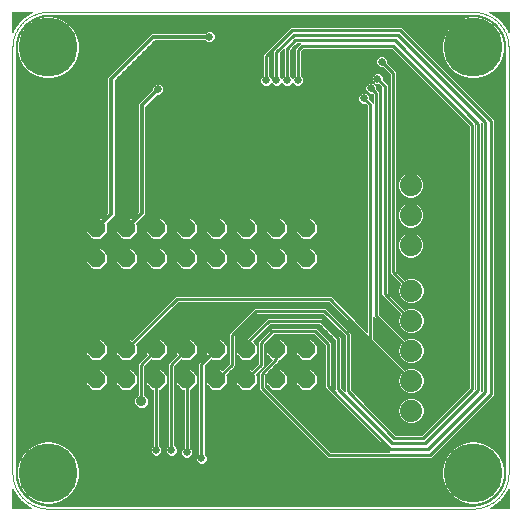
<source format=gtl>
G75*
%MOIN*%
%OFA0B0*%
%FSLAX25Y25*%
%IPPOS*%
%LPD*%
%AMOC8*
5,1,8,0,0,1.08239X$1,22.5*
%
%ADD10C,0.00000*%
%ADD11OC8,0.06000*%
%ADD12C,0.07400*%
%ADD13C,0.01000*%
%ADD14C,0.02600*%
%ADD15C,0.01417*%
%ADD16C,0.03562*%
%ADD17C,0.00039*%
%ADD18C,0.19685*%
D10*
X0012831Y0001000D02*
X0154563Y0001000D01*
X0154563Y0000999D02*
X0154851Y0001005D01*
X0155139Y0001018D01*
X0155426Y0001038D01*
X0155712Y0001065D01*
X0155998Y0001098D01*
X0156283Y0001139D01*
X0156567Y0001186D01*
X0156850Y0001240D01*
X0157131Y0001301D01*
X0157411Y0001369D01*
X0157689Y0001444D01*
X0157965Y0001525D01*
X0158239Y0001613D01*
X0158511Y0001707D01*
X0158780Y0001808D01*
X0159047Y0001916D01*
X0159312Y0002030D01*
X0159573Y0002150D01*
X0159831Y0002277D01*
X0160087Y0002409D01*
X0160339Y0002548D01*
X0160588Y0002693D01*
X0160833Y0002844D01*
X0161074Y0003001D01*
X0161311Y0003164D01*
X0161545Y0003332D01*
X0161774Y0003506D01*
X0161999Y0003685D01*
X0162220Y0003870D01*
X0162436Y0004060D01*
X0162648Y0004255D01*
X0162854Y0004455D01*
X0163056Y0004660D01*
X0163253Y0004870D01*
X0163445Y0005085D01*
X0163631Y0005304D01*
X0163812Y0005528D01*
X0163988Y0005756D01*
X0164158Y0005988D01*
X0164322Y0006225D01*
X0164481Y0006465D01*
X0164634Y0006709D01*
X0164781Y0006956D01*
X0164921Y0007207D01*
X0165056Y0007461D01*
X0165185Y0007719D01*
X0165307Y0007980D01*
X0165423Y0008243D01*
X0165532Y0008509D01*
X0165636Y0008778D01*
X0165732Y0009049D01*
X0165822Y0009322D01*
X0165905Y0009598D01*
X0165982Y0009875D01*
X0166052Y0010154D01*
X0166115Y0010435D01*
X0166172Y0010717D01*
X0166221Y0011001D01*
X0166264Y0011286D01*
X0166300Y0011571D01*
X0166328Y0011858D01*
X0166350Y0012144D01*
X0166365Y0012432D01*
X0166373Y0012720D01*
X0166375Y0013007D01*
X0166374Y0013008D02*
X0166374Y0154740D01*
X0166371Y0155025D01*
X0166360Y0155311D01*
X0166343Y0155596D01*
X0166319Y0155880D01*
X0166288Y0156164D01*
X0166250Y0156447D01*
X0166205Y0156728D01*
X0166154Y0157009D01*
X0166096Y0157289D01*
X0166031Y0157567D01*
X0165959Y0157843D01*
X0165881Y0158117D01*
X0165796Y0158390D01*
X0165704Y0158660D01*
X0165606Y0158928D01*
X0165502Y0159194D01*
X0165391Y0159457D01*
X0165274Y0159717D01*
X0165151Y0159975D01*
X0165021Y0160229D01*
X0164885Y0160480D01*
X0164744Y0160728D01*
X0164596Y0160972D01*
X0164443Y0161213D01*
X0164283Y0161449D01*
X0164118Y0161682D01*
X0163948Y0161911D01*
X0163772Y0162136D01*
X0163590Y0162356D01*
X0163404Y0162572D01*
X0163212Y0162783D01*
X0163015Y0162990D01*
X0162813Y0163192D01*
X0162606Y0163389D01*
X0162395Y0163581D01*
X0162179Y0163767D01*
X0161959Y0163949D01*
X0161734Y0164125D01*
X0161505Y0164295D01*
X0161272Y0164460D01*
X0161036Y0164620D01*
X0160795Y0164773D01*
X0160551Y0164921D01*
X0160303Y0165062D01*
X0160052Y0165198D01*
X0159798Y0165328D01*
X0159540Y0165451D01*
X0159280Y0165568D01*
X0159017Y0165679D01*
X0158751Y0165783D01*
X0158483Y0165881D01*
X0158213Y0165973D01*
X0157940Y0166058D01*
X0157666Y0166136D01*
X0157390Y0166208D01*
X0157112Y0166273D01*
X0156832Y0166331D01*
X0156551Y0166382D01*
X0156270Y0166427D01*
X0155987Y0166465D01*
X0155703Y0166496D01*
X0155419Y0166520D01*
X0155134Y0166537D01*
X0154848Y0166548D01*
X0154563Y0166551D01*
X0012831Y0166551D01*
X0012546Y0166548D01*
X0012260Y0166537D01*
X0011975Y0166520D01*
X0011691Y0166496D01*
X0011407Y0166465D01*
X0011124Y0166427D01*
X0010843Y0166382D01*
X0010562Y0166331D01*
X0010282Y0166273D01*
X0010004Y0166208D01*
X0009728Y0166136D01*
X0009454Y0166058D01*
X0009181Y0165973D01*
X0008911Y0165881D01*
X0008643Y0165783D01*
X0008377Y0165679D01*
X0008114Y0165568D01*
X0007854Y0165451D01*
X0007596Y0165328D01*
X0007342Y0165198D01*
X0007091Y0165062D01*
X0006843Y0164921D01*
X0006599Y0164773D01*
X0006358Y0164620D01*
X0006122Y0164460D01*
X0005889Y0164295D01*
X0005660Y0164125D01*
X0005435Y0163949D01*
X0005215Y0163767D01*
X0004999Y0163581D01*
X0004788Y0163389D01*
X0004581Y0163192D01*
X0004379Y0162990D01*
X0004182Y0162783D01*
X0003990Y0162572D01*
X0003804Y0162356D01*
X0003622Y0162136D01*
X0003446Y0161911D01*
X0003276Y0161682D01*
X0003111Y0161449D01*
X0002951Y0161213D01*
X0002798Y0160972D01*
X0002650Y0160728D01*
X0002509Y0160480D01*
X0002373Y0160229D01*
X0002243Y0159975D01*
X0002120Y0159717D01*
X0002003Y0159457D01*
X0001892Y0159194D01*
X0001788Y0158928D01*
X0001690Y0158660D01*
X0001598Y0158390D01*
X0001513Y0158117D01*
X0001435Y0157843D01*
X0001363Y0157567D01*
X0001298Y0157289D01*
X0001240Y0157009D01*
X0001189Y0156728D01*
X0001144Y0156447D01*
X0001106Y0156164D01*
X0001075Y0155880D01*
X0001051Y0155596D01*
X0001034Y0155311D01*
X0001023Y0155025D01*
X0001020Y0154740D01*
X0001020Y0013008D01*
X0001019Y0013007D02*
X0001021Y0012720D01*
X0001029Y0012432D01*
X0001044Y0012144D01*
X0001066Y0011858D01*
X0001094Y0011571D01*
X0001130Y0011286D01*
X0001173Y0011001D01*
X0001222Y0010717D01*
X0001279Y0010435D01*
X0001342Y0010154D01*
X0001412Y0009875D01*
X0001489Y0009598D01*
X0001572Y0009322D01*
X0001662Y0009049D01*
X0001758Y0008778D01*
X0001862Y0008509D01*
X0001971Y0008243D01*
X0002087Y0007980D01*
X0002209Y0007719D01*
X0002338Y0007461D01*
X0002473Y0007207D01*
X0002613Y0006956D01*
X0002760Y0006709D01*
X0002913Y0006465D01*
X0003072Y0006225D01*
X0003236Y0005988D01*
X0003406Y0005756D01*
X0003582Y0005528D01*
X0003763Y0005304D01*
X0003949Y0005085D01*
X0004141Y0004870D01*
X0004338Y0004660D01*
X0004540Y0004455D01*
X0004746Y0004255D01*
X0004958Y0004060D01*
X0005174Y0003870D01*
X0005395Y0003685D01*
X0005620Y0003506D01*
X0005849Y0003332D01*
X0006083Y0003164D01*
X0006320Y0003001D01*
X0006561Y0002844D01*
X0006806Y0002693D01*
X0007055Y0002548D01*
X0007307Y0002409D01*
X0007563Y0002277D01*
X0007821Y0002150D01*
X0008082Y0002030D01*
X0008347Y0001916D01*
X0008614Y0001808D01*
X0008883Y0001707D01*
X0009155Y0001613D01*
X0009429Y0001525D01*
X0009705Y0001444D01*
X0009983Y0001369D01*
X0010263Y0001301D01*
X0010544Y0001240D01*
X0010827Y0001186D01*
X0011111Y0001139D01*
X0011396Y0001098D01*
X0011682Y0001065D01*
X0011968Y0001038D01*
X0012255Y0001018D01*
X0012543Y0001005D01*
X0012831Y0000999D01*
D11*
X0029012Y0044031D03*
X0039012Y0044031D03*
X0049012Y0044031D03*
X0059012Y0044031D03*
X0069012Y0044031D03*
X0079012Y0044031D03*
X0089012Y0044031D03*
X0099012Y0044031D03*
X0099012Y0054031D03*
X0089012Y0054031D03*
X0079012Y0054031D03*
X0069012Y0054031D03*
X0059012Y0054031D03*
X0049012Y0054031D03*
X0039012Y0054031D03*
X0029012Y0054031D03*
X0029012Y0084386D03*
X0029012Y0094386D03*
X0039012Y0094386D03*
X0039012Y0084386D03*
X0049012Y0084386D03*
X0049012Y0094386D03*
X0059012Y0094386D03*
X0059012Y0084386D03*
X0069012Y0084386D03*
X0069012Y0094386D03*
X0079012Y0094386D03*
X0079012Y0084386D03*
X0089012Y0084386D03*
X0089012Y0094386D03*
X0099012Y0094386D03*
X0099012Y0084386D03*
D12*
X0133697Y0088795D03*
X0133697Y0098795D03*
X0133697Y0108795D03*
X0133894Y0073677D03*
X0133894Y0063677D03*
X0133894Y0053677D03*
X0133894Y0043677D03*
X0133894Y0033677D03*
D13*
X0137831Y0024622D02*
X0128185Y0024622D01*
X0112831Y0040173D01*
X0112831Y0059071D01*
X0104760Y0066945D01*
X0082122Y0066945D01*
X0074051Y0058874D01*
X0074051Y0048835D01*
X0069248Y0044031D01*
X0069012Y0044031D01*
X0064012Y0049031D02*
X0069012Y0054031D01*
X0064012Y0049031D02*
X0064012Y0017732D01*
X0059091Y0019701D02*
X0059091Y0043953D01*
X0059012Y0044031D01*
X0053972Y0048992D02*
X0059012Y0054031D01*
X0053972Y0048992D02*
X0053972Y0020488D01*
X0048854Y0020488D02*
X0048854Y0043992D01*
X0049012Y0044031D01*
X0043933Y0048953D02*
X0049012Y0054031D01*
X0043933Y0048953D02*
X0043933Y0036827D01*
X0039012Y0054031D02*
X0055862Y0070882D01*
X0106728Y0070882D01*
X0114012Y0063598D01*
X0114012Y0063559D01*
X0120311Y0057260D01*
X0133894Y0043677D01*
X0133894Y0053677D02*
X0122280Y0065291D01*
X0122280Y0139386D01*
X0120508Y0141157D01*
X0122673Y0144307D02*
X0125035Y0141945D01*
X0125035Y0072535D01*
X0133894Y0063677D01*
X0133894Y0073677D02*
X0127791Y0079780D01*
X0127791Y0146276D01*
X0124051Y0150016D01*
X0127791Y0155331D02*
X0154169Y0128953D01*
X0154169Y0040961D01*
X0137831Y0024622D01*
X0138618Y0022850D02*
X0127594Y0022850D01*
X0109484Y0040961D01*
X0109484Y0057693D01*
X0103776Y0063402D01*
X0086453Y0063402D01*
X0079012Y0056157D01*
X0079012Y0054031D01*
X0083894Y0056315D02*
X0083894Y0048913D01*
X0079012Y0044031D01*
X0084091Y0045882D02*
X0084091Y0041354D01*
X0106531Y0018913D01*
X0140193Y0018913D01*
X0160469Y0039189D01*
X0160469Y0130331D01*
X0130154Y0160646D01*
X0094130Y0160646D01*
X0085469Y0151984D01*
X0085469Y0143717D01*
X0089012Y0143717D02*
X0089012Y0153165D01*
X0094720Y0158874D01*
X0129366Y0158874D01*
X0158500Y0129740D01*
X0158500Y0039976D01*
X0139406Y0020882D01*
X0127004Y0020882D01*
X0106138Y0041748D01*
X0106138Y0055921D01*
X0102004Y0060055D01*
X0087634Y0060055D01*
X0083894Y0056315D01*
X0089012Y0054031D02*
X0089012Y0050803D01*
X0084091Y0045882D01*
X0120311Y0057260D02*
X0120311Y0135646D01*
X0118146Y0137811D01*
X0127791Y0155331D02*
X0097673Y0155331D01*
X0096098Y0153756D01*
X0096098Y0143717D01*
X0092555Y0143717D02*
X0092555Y0154346D01*
X0095311Y0157102D01*
X0128579Y0157102D01*
X0156335Y0129346D01*
X0156335Y0040567D01*
X0138618Y0022850D01*
D14*
X0064012Y0017732D03*
X0059091Y0019701D03*
X0053972Y0020488D03*
X0048854Y0020488D03*
X0118146Y0137811D03*
X0120508Y0141157D03*
X0122673Y0144307D03*
X0124051Y0150016D03*
X0096098Y0143717D03*
X0092555Y0143717D03*
X0089012Y0143717D03*
X0085469Y0143717D03*
X0066571Y0158283D03*
X0049445Y0140764D03*
D15*
X0044130Y0135449D01*
X0044130Y0099622D01*
X0039012Y0094386D01*
X0033894Y0099150D02*
X0033894Y0144307D01*
X0047870Y0158283D01*
X0066571Y0158283D01*
X0033894Y0099150D02*
X0029012Y0094386D01*
D16*
X0043933Y0036827D03*
D17*
X0007184Y0001197D02*
X0001020Y0001197D01*
X0007184Y0001197D01*
X0006890Y0001295D01*
X0006890Y0001295D01*
X0003596Y0003730D01*
X0003596Y0003730D01*
X0001217Y0007063D01*
X0001217Y0007063D01*
X0001020Y0007686D01*
X0001020Y0001197D01*
X0001020Y0001235D02*
X0007070Y0001235D01*
X0006957Y0001273D02*
X0001020Y0001273D01*
X0001020Y0001310D02*
X0006869Y0001310D01*
X0006818Y0001348D02*
X0001020Y0001348D01*
X0001020Y0001386D02*
X0006766Y0001386D01*
X0006715Y0001424D02*
X0001020Y0001424D01*
X0001020Y0001462D02*
X0006664Y0001462D01*
X0006613Y0001500D02*
X0001020Y0001500D01*
X0001020Y0001538D02*
X0006562Y0001538D01*
X0006510Y0001576D02*
X0001020Y0001576D01*
X0001020Y0001614D02*
X0006459Y0001614D01*
X0006408Y0001651D02*
X0001020Y0001651D01*
X0001020Y0001689D02*
X0006357Y0001689D01*
X0006305Y0001727D02*
X0001020Y0001727D01*
X0001020Y0001765D02*
X0006254Y0001765D01*
X0006203Y0001803D02*
X0001020Y0001803D01*
X0001020Y0001841D02*
X0006152Y0001841D01*
X0006100Y0001879D02*
X0001020Y0001879D01*
X0001020Y0001917D02*
X0006049Y0001917D01*
X0005998Y0001954D02*
X0001020Y0001954D01*
X0001020Y0001992D02*
X0005947Y0001992D01*
X0005895Y0002030D02*
X0001020Y0002030D01*
X0001020Y0002068D02*
X0005844Y0002068D01*
X0005793Y0002106D02*
X0001020Y0002106D01*
X0001020Y0002144D02*
X0005742Y0002144D01*
X0005690Y0002182D02*
X0001020Y0002182D01*
X0001020Y0002220D02*
X0005639Y0002220D01*
X0005588Y0002258D02*
X0001020Y0002258D01*
X0001020Y0002295D02*
X0005537Y0002295D01*
X0005485Y0002333D02*
X0001020Y0002333D01*
X0001020Y0002371D02*
X0005434Y0002371D01*
X0005383Y0002409D02*
X0001020Y0002409D01*
X0001020Y0002447D02*
X0005332Y0002447D01*
X0005280Y0002485D02*
X0001020Y0002485D01*
X0001020Y0002523D02*
X0005229Y0002523D01*
X0005178Y0002561D02*
X0001020Y0002561D01*
X0001020Y0002598D02*
X0005127Y0002598D01*
X0005075Y0002636D02*
X0001020Y0002636D01*
X0001020Y0002674D02*
X0005024Y0002674D01*
X0004973Y0002712D02*
X0001020Y0002712D01*
X0001020Y0002750D02*
X0004922Y0002750D01*
X0004870Y0002788D02*
X0001020Y0002788D01*
X0001020Y0002826D02*
X0004819Y0002826D01*
X0004768Y0002864D02*
X0001020Y0002864D01*
X0001020Y0002902D02*
X0004717Y0002902D01*
X0004666Y0002939D02*
X0001020Y0002939D01*
X0001020Y0002977D02*
X0004614Y0002977D01*
X0004563Y0003015D02*
X0001020Y0003015D01*
X0001020Y0003053D02*
X0004512Y0003053D01*
X0004461Y0003091D02*
X0001020Y0003091D01*
X0001020Y0003129D02*
X0004409Y0003129D01*
X0004358Y0003167D02*
X0001020Y0003167D01*
X0001020Y0003205D02*
X0004307Y0003205D01*
X0004256Y0003242D02*
X0001020Y0003242D01*
X0001020Y0003280D02*
X0004204Y0003280D01*
X0004153Y0003318D02*
X0001020Y0003318D01*
X0001020Y0003356D02*
X0004102Y0003356D01*
X0004051Y0003394D02*
X0001020Y0003394D01*
X0001020Y0003432D02*
X0003999Y0003432D01*
X0003948Y0003470D02*
X0001020Y0003470D01*
X0001020Y0003508D02*
X0003897Y0003508D01*
X0003846Y0003545D02*
X0001020Y0003545D01*
X0001020Y0003583D02*
X0003794Y0003583D01*
X0003743Y0003621D02*
X0001020Y0003621D01*
X0001020Y0003659D02*
X0003692Y0003659D01*
X0003641Y0003697D02*
X0001020Y0003697D01*
X0001020Y0003735D02*
X0003593Y0003735D01*
X0003596Y0003730D02*
X0003596Y0003730D01*
X0003566Y0003773D02*
X0001020Y0003773D01*
X0001020Y0003811D02*
X0003539Y0003811D01*
X0003512Y0003849D02*
X0001020Y0003849D01*
X0001020Y0003886D02*
X0003485Y0003886D01*
X0003457Y0003924D02*
X0001020Y0003924D01*
X0001020Y0003962D02*
X0003430Y0003962D01*
X0003403Y0004000D02*
X0001020Y0004000D01*
X0001020Y0004038D02*
X0003376Y0004038D01*
X0003349Y0004076D02*
X0001020Y0004076D01*
X0001020Y0004114D02*
X0003322Y0004114D01*
X0003295Y0004152D02*
X0001020Y0004152D01*
X0001020Y0004189D02*
X0003268Y0004189D01*
X0003241Y0004227D02*
X0001020Y0004227D01*
X0001020Y0004265D02*
X0003214Y0004265D01*
X0003187Y0004303D02*
X0001020Y0004303D01*
X0001020Y0004341D02*
X0003160Y0004341D01*
X0003133Y0004379D02*
X0001020Y0004379D01*
X0001020Y0004417D02*
X0003106Y0004417D01*
X0003079Y0004455D02*
X0001020Y0004455D01*
X0001020Y0004493D02*
X0003052Y0004493D01*
X0003025Y0004530D02*
X0001020Y0004530D01*
X0001020Y0004568D02*
X0002998Y0004568D01*
X0002971Y0004606D02*
X0001020Y0004606D01*
X0001020Y0004644D02*
X0002944Y0004644D01*
X0002917Y0004682D02*
X0001020Y0004682D01*
X0001020Y0004720D02*
X0002890Y0004720D01*
X0002862Y0004758D02*
X0001020Y0004758D01*
X0001020Y0004796D02*
X0002835Y0004796D01*
X0002808Y0004833D02*
X0001020Y0004833D01*
X0001020Y0004871D02*
X0002781Y0004871D01*
X0002754Y0004909D02*
X0001020Y0004909D01*
X0001020Y0004947D02*
X0002727Y0004947D01*
X0002700Y0004985D02*
X0001020Y0004985D01*
X0001020Y0005023D02*
X0002673Y0005023D01*
X0002646Y0005061D02*
X0001020Y0005061D01*
X0001020Y0005099D02*
X0002619Y0005099D01*
X0002592Y0005137D02*
X0001020Y0005137D01*
X0001020Y0005174D02*
X0002565Y0005174D01*
X0002538Y0005212D02*
X0001020Y0005212D01*
X0001020Y0005250D02*
X0002511Y0005250D01*
X0002484Y0005288D02*
X0001020Y0005288D01*
X0001020Y0005326D02*
X0002457Y0005326D01*
X0002430Y0005364D02*
X0001020Y0005364D01*
X0001020Y0005402D02*
X0002403Y0005402D01*
X0002376Y0005440D02*
X0001020Y0005440D01*
X0001020Y0005477D02*
X0002349Y0005477D01*
X0002322Y0005515D02*
X0001020Y0005515D01*
X0001020Y0005553D02*
X0002294Y0005553D01*
X0002267Y0005591D02*
X0001020Y0005591D01*
X0001020Y0005629D02*
X0002240Y0005629D01*
X0002213Y0005667D02*
X0001020Y0005667D01*
X0001020Y0005705D02*
X0002186Y0005705D01*
X0002159Y0005743D02*
X0001020Y0005743D01*
X0001020Y0005780D02*
X0002132Y0005780D01*
X0002105Y0005818D02*
X0001020Y0005818D01*
X0001020Y0005856D02*
X0002078Y0005856D01*
X0002051Y0005894D02*
X0001020Y0005894D01*
X0001020Y0005932D02*
X0002024Y0005932D01*
X0001997Y0005970D02*
X0001020Y0005970D01*
X0001020Y0006008D02*
X0001970Y0006008D01*
X0001943Y0006046D02*
X0001020Y0006046D01*
X0001020Y0006084D02*
X0001916Y0006084D01*
X0001889Y0006121D02*
X0001020Y0006121D01*
X0001020Y0006159D02*
X0001862Y0006159D01*
X0001835Y0006197D02*
X0001020Y0006197D01*
X0001020Y0006235D02*
X0001808Y0006235D01*
X0001781Y0006273D02*
X0001020Y0006273D01*
X0001020Y0006311D02*
X0001754Y0006311D01*
X0001726Y0006349D02*
X0001020Y0006349D01*
X0001020Y0006387D02*
X0001699Y0006387D01*
X0001672Y0006424D02*
X0001020Y0006424D01*
X0001020Y0006462D02*
X0001645Y0006462D01*
X0001618Y0006500D02*
X0001020Y0006500D01*
X0001020Y0006538D02*
X0001591Y0006538D01*
X0001564Y0006576D02*
X0001020Y0006576D01*
X0001020Y0006614D02*
X0001537Y0006614D01*
X0001510Y0006652D02*
X0001020Y0006652D01*
X0001020Y0006690D02*
X0001483Y0006690D01*
X0001456Y0006728D02*
X0001020Y0006728D01*
X0001020Y0006765D02*
X0001429Y0006765D01*
X0001402Y0006803D02*
X0001020Y0006803D01*
X0001020Y0006841D02*
X0001375Y0006841D01*
X0001348Y0006879D02*
X0001020Y0006879D01*
X0001020Y0006917D02*
X0001321Y0006917D01*
X0001294Y0006955D02*
X0001020Y0006955D01*
X0001020Y0006993D02*
X0001267Y0006993D01*
X0001240Y0007031D02*
X0001020Y0007031D01*
X0001020Y0007068D02*
X0001215Y0007068D01*
X0001203Y0007106D02*
X0001020Y0007106D01*
X0001020Y0007144D02*
X0001191Y0007144D01*
X0001179Y0007182D02*
X0001020Y0007182D01*
X0001020Y0007220D02*
X0001167Y0007220D01*
X0001155Y0007258D02*
X0001020Y0007258D01*
X0001020Y0007296D02*
X0001143Y0007296D01*
X0001131Y0007334D02*
X0001020Y0007334D01*
X0001020Y0007372D02*
X0001119Y0007372D01*
X0001107Y0007409D02*
X0001020Y0007409D01*
X0001020Y0007447D02*
X0001095Y0007447D01*
X0001083Y0007485D02*
X0001020Y0007485D01*
X0001020Y0007523D02*
X0001071Y0007523D01*
X0001059Y0007561D02*
X0001020Y0007561D01*
X0001020Y0007599D02*
X0001047Y0007599D01*
X0001035Y0007637D02*
X0001020Y0007637D01*
X0001020Y0007675D02*
X0001023Y0007675D01*
X0003099Y0008319D02*
X0003573Y0008319D01*
X0003551Y0008356D02*
X0003087Y0008356D01*
X0003075Y0008394D02*
X0003529Y0008394D01*
X0003507Y0008432D02*
X0003063Y0008432D01*
X0003051Y0008470D02*
X0003485Y0008470D01*
X0003463Y0008508D02*
X0003039Y0008508D01*
X0003027Y0008546D02*
X0003442Y0008546D01*
X0003420Y0008584D02*
X0003016Y0008584D01*
X0003004Y0008622D02*
X0003398Y0008622D01*
X0003376Y0008659D02*
X0002992Y0008659D01*
X0002980Y0008697D02*
X0003354Y0008697D01*
X0003332Y0008735D02*
X0002968Y0008735D01*
X0002956Y0008773D02*
X0003310Y0008773D01*
X0003289Y0008811D02*
X0002944Y0008811D01*
X0002932Y0008849D02*
X0003267Y0008849D01*
X0003245Y0008887D02*
X0002920Y0008887D01*
X0002908Y0008925D02*
X0003223Y0008925D01*
X0003201Y0008963D02*
X0002896Y0008963D01*
X0002884Y0009000D02*
X0003179Y0009000D01*
X0003175Y0009008D02*
X0004539Y0006645D01*
X0006468Y0004716D01*
X0008831Y0003352D01*
X0011466Y0002646D01*
X0014195Y0002646D01*
X0016830Y0003352D01*
X0019193Y0004716D01*
X0021123Y0006645D01*
X0022487Y0009008D01*
X0023193Y0011644D01*
X0023193Y0014372D01*
X0022487Y0017008D01*
X0021123Y0019370D01*
X0019193Y0021300D01*
X0016830Y0022664D01*
X0014195Y0023370D01*
X0011466Y0023370D01*
X0008831Y0022664D01*
X0006468Y0021300D01*
X0004539Y0019370D01*
X0003175Y0017008D01*
X0002469Y0014372D01*
X0002469Y0011644D01*
X0003175Y0009008D01*
X0003167Y0009038D02*
X0002872Y0009038D01*
X0002860Y0009076D02*
X0003156Y0009076D01*
X0003146Y0009114D02*
X0002848Y0009114D01*
X0002836Y0009152D02*
X0003136Y0009152D01*
X0003126Y0009190D02*
X0002824Y0009190D01*
X0002812Y0009228D02*
X0003116Y0009228D01*
X0003106Y0009266D02*
X0002800Y0009266D01*
X0002788Y0009303D02*
X0003096Y0009303D01*
X0003085Y0009341D02*
X0002776Y0009341D01*
X0002764Y0009379D02*
X0003075Y0009379D01*
X0003065Y0009417D02*
X0002752Y0009417D01*
X0002740Y0009455D02*
X0003055Y0009455D01*
X0003045Y0009493D02*
X0002728Y0009493D01*
X0002716Y0009531D02*
X0003035Y0009531D01*
X0003024Y0009569D02*
X0002704Y0009569D01*
X0002692Y0009607D02*
X0003014Y0009607D01*
X0003004Y0009644D02*
X0002681Y0009644D01*
X0002669Y0009682D02*
X0002994Y0009682D01*
X0002984Y0009720D02*
X0002657Y0009720D01*
X0002645Y0009758D02*
X0002974Y0009758D01*
X0002964Y0009796D02*
X0002633Y0009796D01*
X0002621Y0009834D02*
X0002953Y0009834D01*
X0002943Y0009872D02*
X0002609Y0009872D01*
X0002597Y0009910D02*
X0002933Y0009910D01*
X0002923Y0009947D02*
X0002585Y0009947D01*
X0002573Y0009985D02*
X0002913Y0009985D01*
X0002903Y0010023D02*
X0002561Y0010023D01*
X0002549Y0010061D02*
X0002893Y0010061D01*
X0002882Y0010099D02*
X0002537Y0010099D01*
X0002525Y0010137D02*
X0002872Y0010137D01*
X0002862Y0010175D02*
X0002513Y0010175D01*
X0002501Y0010213D02*
X0002852Y0010213D01*
X0002842Y0010251D02*
X0002489Y0010251D01*
X0002477Y0010288D02*
X0002832Y0010288D01*
X0002821Y0010326D02*
X0002465Y0010326D01*
X0002453Y0010364D02*
X0002811Y0010364D01*
X0002801Y0010402D02*
X0002441Y0010402D01*
X0002429Y0010440D02*
X0002791Y0010440D01*
X0002781Y0010478D02*
X0002417Y0010478D01*
X0002405Y0010516D02*
X0002771Y0010516D01*
X0002761Y0010554D02*
X0002393Y0010554D01*
X0002381Y0010591D02*
X0002750Y0010591D01*
X0002740Y0010629D02*
X0002369Y0010629D01*
X0002358Y0010667D02*
X0002730Y0010667D01*
X0002720Y0010705D02*
X0002346Y0010705D01*
X0002334Y0010743D02*
X0002710Y0010743D01*
X0002700Y0010781D02*
X0002322Y0010781D01*
X0002310Y0010819D02*
X0002690Y0010819D01*
X0002679Y0010857D02*
X0002298Y0010857D01*
X0002286Y0010894D02*
X0002669Y0010894D01*
X0002659Y0010932D02*
X0002274Y0010932D01*
X0002262Y0010970D02*
X0002649Y0010970D01*
X0002639Y0011008D02*
X0002250Y0011008D01*
X0002238Y0011046D02*
X0002629Y0011046D01*
X0002618Y0011084D02*
X0002226Y0011084D01*
X0002214Y0011122D02*
X0002608Y0011122D01*
X0002598Y0011160D02*
X0002202Y0011160D01*
X0002190Y0011198D02*
X0002588Y0011198D01*
X0002578Y0011235D02*
X0002178Y0011235D01*
X0002166Y0011273D02*
X0002568Y0011273D01*
X0002558Y0011311D02*
X0002158Y0011311D01*
X0002159Y0011295D02*
X0002039Y0012999D01*
X0002039Y0013004D01*
X0002043Y0013422D01*
X0002039Y0013425D01*
X0002039Y0154740D01*
X0002172Y0156428D01*
X0003216Y0159639D01*
X0005200Y0162371D01*
X0007932Y0164355D01*
X0011143Y0165399D01*
X0012831Y0165531D01*
X0154563Y0165531D01*
X0156251Y0165399D01*
X0159462Y0164355D01*
X0162194Y0162371D01*
X0164178Y0159639D01*
X0165221Y0156428D01*
X0165354Y0154740D01*
X0165354Y0013425D01*
X0165351Y0013422D01*
X0165354Y0013004D01*
X0165354Y0012999D01*
X0165234Y0011295D01*
X0164208Y0008046D01*
X0162228Y0005273D01*
X0159489Y0003247D01*
X0156257Y0002168D01*
X0154555Y0002020D01*
X0012839Y0002020D01*
X0011137Y0002168D01*
X0007905Y0003247D01*
X0005165Y0005273D01*
X0003185Y0008046D01*
X0002159Y0011295D01*
X0002155Y0011349D02*
X0002547Y0011349D01*
X0002537Y0011387D02*
X0002153Y0011387D01*
X0002150Y0011425D02*
X0002527Y0011425D01*
X0002517Y0011463D02*
X0002148Y0011463D01*
X0002145Y0011501D02*
X0002507Y0011501D01*
X0002497Y0011538D02*
X0002142Y0011538D01*
X0002140Y0011576D02*
X0002487Y0011576D01*
X0002476Y0011614D02*
X0002137Y0011614D01*
X0002134Y0011652D02*
X0002469Y0011652D01*
X0002469Y0011690D02*
X0002131Y0011690D01*
X0002129Y0011728D02*
X0002469Y0011728D01*
X0002469Y0011766D02*
X0002126Y0011766D01*
X0002123Y0011804D02*
X0002469Y0011804D01*
X0002469Y0011842D02*
X0002121Y0011842D01*
X0002118Y0011879D02*
X0002469Y0011879D01*
X0002469Y0011917D02*
X0002116Y0011917D01*
X0002113Y0011955D02*
X0002469Y0011955D01*
X0002469Y0011993D02*
X0002110Y0011993D01*
X0002108Y0012031D02*
X0002469Y0012031D01*
X0002469Y0012069D02*
X0002105Y0012069D01*
X0002102Y0012107D02*
X0002469Y0012107D01*
X0002469Y0012145D02*
X0002100Y0012145D01*
X0002097Y0012182D02*
X0002469Y0012182D01*
X0002469Y0012220D02*
X0002094Y0012220D01*
X0002091Y0012258D02*
X0002469Y0012258D01*
X0002469Y0012296D02*
X0002089Y0012296D01*
X0002086Y0012334D02*
X0002469Y0012334D01*
X0002469Y0012372D02*
X0002084Y0012372D01*
X0002081Y0012410D02*
X0002469Y0012410D01*
X0002469Y0012448D02*
X0002078Y0012448D01*
X0002076Y0012486D02*
X0002469Y0012486D01*
X0002469Y0012523D02*
X0002073Y0012523D01*
X0002070Y0012561D02*
X0002469Y0012561D01*
X0002469Y0012599D02*
X0002068Y0012599D01*
X0002065Y0012637D02*
X0002469Y0012637D01*
X0002469Y0012675D02*
X0002062Y0012675D01*
X0002059Y0012713D02*
X0002469Y0012713D01*
X0002469Y0012751D02*
X0002057Y0012751D01*
X0002054Y0012789D02*
X0002469Y0012789D01*
X0002469Y0012826D02*
X0002052Y0012826D01*
X0002049Y0012864D02*
X0002469Y0012864D01*
X0002469Y0012902D02*
X0002046Y0012902D01*
X0002044Y0012940D02*
X0002469Y0012940D01*
X0002469Y0012978D02*
X0002041Y0012978D01*
X0002039Y0013016D02*
X0002469Y0013016D01*
X0002469Y0013054D02*
X0002040Y0013054D01*
X0002040Y0013092D02*
X0002469Y0013092D01*
X0002469Y0013129D02*
X0002040Y0013129D01*
X0002041Y0013167D02*
X0002469Y0013167D01*
X0002469Y0013205D02*
X0002041Y0013205D01*
X0002041Y0013243D02*
X0002469Y0013243D01*
X0002469Y0013281D02*
X0002042Y0013281D01*
X0002042Y0013319D02*
X0002469Y0013319D01*
X0002469Y0013357D02*
X0002042Y0013357D01*
X0002043Y0013395D02*
X0002469Y0013395D01*
X0002469Y0013433D02*
X0002039Y0013433D01*
X0002039Y0013470D02*
X0002469Y0013470D01*
X0002469Y0013508D02*
X0002039Y0013508D01*
X0002039Y0013546D02*
X0002469Y0013546D01*
X0002469Y0013584D02*
X0002039Y0013584D01*
X0002039Y0013622D02*
X0002469Y0013622D01*
X0002469Y0013660D02*
X0002039Y0013660D01*
X0002039Y0013698D02*
X0002469Y0013698D01*
X0002469Y0013736D02*
X0002039Y0013736D01*
X0002039Y0013773D02*
X0002469Y0013773D01*
X0002469Y0013811D02*
X0002039Y0013811D01*
X0002039Y0013849D02*
X0002469Y0013849D01*
X0002469Y0013887D02*
X0002039Y0013887D01*
X0002039Y0013925D02*
X0002469Y0013925D01*
X0002469Y0013963D02*
X0002039Y0013963D01*
X0002039Y0014001D02*
X0002469Y0014001D01*
X0002469Y0014039D02*
X0002039Y0014039D01*
X0002039Y0014077D02*
X0002469Y0014077D01*
X0002469Y0014114D02*
X0002039Y0014114D01*
X0002039Y0014152D02*
X0002469Y0014152D01*
X0002469Y0014190D02*
X0002039Y0014190D01*
X0002039Y0014228D02*
X0002469Y0014228D01*
X0002469Y0014266D02*
X0002039Y0014266D01*
X0002039Y0014304D02*
X0002469Y0014304D01*
X0002469Y0014342D02*
X0002039Y0014342D01*
X0002039Y0014380D02*
X0002471Y0014380D01*
X0002481Y0014417D02*
X0002039Y0014417D01*
X0002039Y0014455D02*
X0002491Y0014455D01*
X0002501Y0014493D02*
X0002039Y0014493D01*
X0002039Y0014531D02*
X0002511Y0014531D01*
X0002521Y0014569D02*
X0002039Y0014569D01*
X0002039Y0014607D02*
X0002531Y0014607D01*
X0002542Y0014645D02*
X0002039Y0014645D01*
X0002039Y0014683D02*
X0002552Y0014683D01*
X0002562Y0014721D02*
X0002039Y0014721D01*
X0002039Y0014758D02*
X0002572Y0014758D01*
X0002582Y0014796D02*
X0002039Y0014796D01*
X0002039Y0014834D02*
X0002592Y0014834D01*
X0002602Y0014872D02*
X0002039Y0014872D01*
X0002039Y0014910D02*
X0002613Y0014910D01*
X0002623Y0014948D02*
X0002039Y0014948D01*
X0002039Y0014986D02*
X0002633Y0014986D01*
X0002643Y0015024D02*
X0002039Y0015024D01*
X0002039Y0015061D02*
X0002653Y0015061D01*
X0002663Y0015099D02*
X0002039Y0015099D01*
X0002039Y0015137D02*
X0002674Y0015137D01*
X0002684Y0015175D02*
X0002039Y0015175D01*
X0002039Y0015213D02*
X0002694Y0015213D01*
X0002704Y0015251D02*
X0002039Y0015251D01*
X0002039Y0015289D02*
X0002714Y0015289D01*
X0002724Y0015327D02*
X0002039Y0015327D01*
X0002039Y0015364D02*
X0002734Y0015364D01*
X0002745Y0015402D02*
X0002039Y0015402D01*
X0002039Y0015440D02*
X0002755Y0015440D01*
X0002765Y0015478D02*
X0002039Y0015478D01*
X0002039Y0015516D02*
X0002775Y0015516D01*
X0002785Y0015554D02*
X0002039Y0015554D01*
X0002039Y0015592D02*
X0002795Y0015592D01*
X0002805Y0015630D02*
X0002039Y0015630D01*
X0002039Y0015668D02*
X0002816Y0015668D01*
X0002826Y0015705D02*
X0002039Y0015705D01*
X0002039Y0015743D02*
X0002836Y0015743D01*
X0002846Y0015781D02*
X0002039Y0015781D01*
X0002039Y0015819D02*
X0002856Y0015819D01*
X0002866Y0015857D02*
X0002039Y0015857D01*
X0002039Y0015895D02*
X0002877Y0015895D01*
X0002887Y0015933D02*
X0002039Y0015933D01*
X0002039Y0015971D02*
X0002897Y0015971D01*
X0002907Y0016008D02*
X0002039Y0016008D01*
X0002039Y0016046D02*
X0002917Y0016046D01*
X0002927Y0016084D02*
X0002039Y0016084D01*
X0002039Y0016122D02*
X0002937Y0016122D01*
X0002948Y0016160D02*
X0002039Y0016160D01*
X0002039Y0016198D02*
X0002958Y0016198D01*
X0002968Y0016236D02*
X0002039Y0016236D01*
X0002039Y0016274D02*
X0002978Y0016274D01*
X0002988Y0016312D02*
X0002039Y0016312D01*
X0002039Y0016349D02*
X0002998Y0016349D01*
X0003008Y0016387D02*
X0002039Y0016387D01*
X0002039Y0016425D02*
X0003019Y0016425D01*
X0003029Y0016463D02*
X0002039Y0016463D01*
X0002039Y0016501D02*
X0003039Y0016501D01*
X0003049Y0016539D02*
X0002039Y0016539D01*
X0002039Y0016577D02*
X0003059Y0016577D01*
X0003069Y0016615D02*
X0002039Y0016615D01*
X0002039Y0016652D02*
X0003080Y0016652D01*
X0003090Y0016690D02*
X0002039Y0016690D01*
X0002039Y0016728D02*
X0003100Y0016728D01*
X0003110Y0016766D02*
X0002039Y0016766D01*
X0002039Y0016804D02*
X0003120Y0016804D01*
X0003130Y0016842D02*
X0002039Y0016842D01*
X0002039Y0016880D02*
X0003140Y0016880D01*
X0003151Y0016918D02*
X0002039Y0016918D01*
X0002039Y0016956D02*
X0003161Y0016956D01*
X0003171Y0016993D02*
X0002039Y0016993D01*
X0002039Y0017031D02*
X0003188Y0017031D01*
X0003210Y0017069D02*
X0002039Y0017069D01*
X0002039Y0017107D02*
X0003232Y0017107D01*
X0003254Y0017145D02*
X0002039Y0017145D01*
X0002039Y0017183D02*
X0003276Y0017183D01*
X0003298Y0017221D02*
X0002039Y0017221D01*
X0002039Y0017259D02*
X0003320Y0017259D01*
X0003341Y0017296D02*
X0002039Y0017296D01*
X0002039Y0017334D02*
X0003363Y0017334D01*
X0003385Y0017372D02*
X0002039Y0017372D01*
X0002039Y0017410D02*
X0003407Y0017410D01*
X0003429Y0017448D02*
X0002039Y0017448D01*
X0002039Y0017486D02*
X0003451Y0017486D01*
X0003473Y0017524D02*
X0002039Y0017524D01*
X0002039Y0017562D02*
X0003495Y0017562D01*
X0003516Y0017599D02*
X0002039Y0017599D01*
X0002039Y0017637D02*
X0003538Y0017637D01*
X0003560Y0017675D02*
X0002039Y0017675D01*
X0002039Y0017713D02*
X0003582Y0017713D01*
X0003604Y0017751D02*
X0002039Y0017751D01*
X0002039Y0017789D02*
X0003626Y0017789D01*
X0003648Y0017827D02*
X0002039Y0017827D01*
X0002039Y0017865D02*
X0003670Y0017865D01*
X0003691Y0017903D02*
X0002039Y0017903D01*
X0002039Y0017940D02*
X0003713Y0017940D01*
X0003735Y0017978D02*
X0002039Y0017978D01*
X0002039Y0018016D02*
X0003757Y0018016D01*
X0003779Y0018054D02*
X0002039Y0018054D01*
X0002039Y0018092D02*
X0003801Y0018092D01*
X0003823Y0018130D02*
X0002039Y0018130D01*
X0002039Y0018168D02*
X0003845Y0018168D01*
X0003866Y0018206D02*
X0002039Y0018206D01*
X0002039Y0018243D02*
X0003888Y0018243D01*
X0003910Y0018281D02*
X0002039Y0018281D01*
X0002039Y0018319D02*
X0003932Y0018319D01*
X0003954Y0018357D02*
X0002039Y0018357D01*
X0002039Y0018395D02*
X0003976Y0018395D01*
X0003998Y0018433D02*
X0002039Y0018433D01*
X0002039Y0018471D02*
X0004019Y0018471D01*
X0004041Y0018509D02*
X0002039Y0018509D01*
X0002039Y0018547D02*
X0004063Y0018547D01*
X0004085Y0018584D02*
X0002039Y0018584D01*
X0002039Y0018622D02*
X0004107Y0018622D01*
X0004129Y0018660D02*
X0002039Y0018660D01*
X0002039Y0018698D02*
X0004151Y0018698D01*
X0004173Y0018736D02*
X0002039Y0018736D01*
X0002039Y0018774D02*
X0004194Y0018774D01*
X0004216Y0018812D02*
X0002039Y0018812D01*
X0002039Y0018850D02*
X0004238Y0018850D01*
X0004260Y0018887D02*
X0002039Y0018887D01*
X0002039Y0018925D02*
X0004282Y0018925D01*
X0004304Y0018963D02*
X0002039Y0018963D01*
X0002039Y0019001D02*
X0004326Y0019001D01*
X0004348Y0019039D02*
X0002039Y0019039D01*
X0002039Y0019077D02*
X0004369Y0019077D01*
X0004391Y0019115D02*
X0002039Y0019115D01*
X0002039Y0019153D02*
X0004413Y0019153D01*
X0004435Y0019191D02*
X0002039Y0019191D01*
X0002039Y0019228D02*
X0004457Y0019228D01*
X0004479Y0019266D02*
X0002039Y0019266D01*
X0002039Y0019304D02*
X0004501Y0019304D01*
X0004523Y0019342D02*
X0002039Y0019342D01*
X0002039Y0019380D02*
X0004548Y0019380D01*
X0004586Y0019418D02*
X0002039Y0019418D01*
X0002039Y0019456D02*
X0004624Y0019456D01*
X0004662Y0019494D02*
X0002039Y0019494D01*
X0002039Y0019531D02*
X0004700Y0019531D01*
X0004738Y0019569D02*
X0002039Y0019569D01*
X0002039Y0019607D02*
X0004776Y0019607D01*
X0004814Y0019645D02*
X0002039Y0019645D01*
X0002039Y0019683D02*
X0004851Y0019683D01*
X0004889Y0019721D02*
X0002039Y0019721D01*
X0002039Y0019759D02*
X0004927Y0019759D01*
X0004965Y0019797D02*
X0002039Y0019797D01*
X0002039Y0019834D02*
X0005003Y0019834D01*
X0005041Y0019872D02*
X0002039Y0019872D01*
X0002039Y0019910D02*
X0005079Y0019910D01*
X0005117Y0019948D02*
X0002039Y0019948D01*
X0002039Y0019986D02*
X0005154Y0019986D01*
X0005192Y0020024D02*
X0002039Y0020024D01*
X0002039Y0020062D02*
X0005230Y0020062D01*
X0005268Y0020100D02*
X0002039Y0020100D01*
X0002039Y0020138D02*
X0005306Y0020138D01*
X0005344Y0020175D02*
X0002039Y0020175D01*
X0002039Y0020213D02*
X0005382Y0020213D01*
X0005420Y0020251D02*
X0002039Y0020251D01*
X0002039Y0020289D02*
X0005458Y0020289D01*
X0005495Y0020327D02*
X0002039Y0020327D01*
X0002039Y0020365D02*
X0005533Y0020365D01*
X0005571Y0020403D02*
X0002039Y0020403D01*
X0002039Y0020441D02*
X0005609Y0020441D01*
X0005647Y0020478D02*
X0002039Y0020478D01*
X0002039Y0020516D02*
X0005685Y0020516D01*
X0005723Y0020554D02*
X0002039Y0020554D01*
X0002039Y0020592D02*
X0005761Y0020592D01*
X0005798Y0020630D02*
X0002039Y0020630D01*
X0002039Y0020668D02*
X0005836Y0020668D01*
X0005874Y0020706D02*
X0002039Y0020706D01*
X0002039Y0020744D02*
X0005912Y0020744D01*
X0005950Y0020782D02*
X0002039Y0020782D01*
X0002039Y0020819D02*
X0005988Y0020819D01*
X0006026Y0020857D02*
X0002039Y0020857D01*
X0002039Y0020895D02*
X0006064Y0020895D01*
X0006102Y0020933D02*
X0002039Y0020933D01*
X0002039Y0020971D02*
X0006139Y0020971D01*
X0006177Y0021009D02*
X0002039Y0021009D01*
X0002039Y0021047D02*
X0006215Y0021047D01*
X0006253Y0021085D02*
X0002039Y0021085D01*
X0002039Y0021122D02*
X0006291Y0021122D01*
X0006329Y0021160D02*
X0002039Y0021160D01*
X0002039Y0021198D02*
X0006367Y0021198D01*
X0006405Y0021236D02*
X0002039Y0021236D01*
X0002039Y0021274D02*
X0006442Y0021274D01*
X0006489Y0021312D02*
X0002039Y0021312D01*
X0002039Y0021350D02*
X0006555Y0021350D01*
X0006620Y0021388D02*
X0002039Y0021388D01*
X0002039Y0021426D02*
X0006686Y0021426D01*
X0006752Y0021463D02*
X0002039Y0021463D01*
X0002039Y0021501D02*
X0006817Y0021501D01*
X0006883Y0021539D02*
X0002039Y0021539D01*
X0002039Y0021577D02*
X0006949Y0021577D01*
X0007014Y0021615D02*
X0002039Y0021615D01*
X0002039Y0021653D02*
X0007080Y0021653D01*
X0007145Y0021691D02*
X0002039Y0021691D01*
X0002039Y0021729D02*
X0007211Y0021729D01*
X0007277Y0021766D02*
X0002039Y0021766D01*
X0002039Y0021804D02*
X0007342Y0021804D01*
X0007408Y0021842D02*
X0002039Y0021842D01*
X0002039Y0021880D02*
X0007473Y0021880D01*
X0007539Y0021918D02*
X0002039Y0021918D01*
X0002039Y0021956D02*
X0007605Y0021956D01*
X0007670Y0021994D02*
X0002039Y0021994D01*
X0002039Y0022032D02*
X0007736Y0022032D01*
X0007802Y0022070D02*
X0002039Y0022070D01*
X0002039Y0022107D02*
X0007867Y0022107D01*
X0007933Y0022145D02*
X0002039Y0022145D01*
X0002039Y0022183D02*
X0007998Y0022183D01*
X0008064Y0022221D02*
X0002039Y0022221D01*
X0002039Y0022259D02*
X0008130Y0022259D01*
X0008195Y0022297D02*
X0002039Y0022297D01*
X0002039Y0022335D02*
X0008261Y0022335D01*
X0008326Y0022373D02*
X0002039Y0022373D01*
X0002039Y0022410D02*
X0008392Y0022410D01*
X0008458Y0022448D02*
X0002039Y0022448D01*
X0002039Y0022486D02*
X0008523Y0022486D01*
X0008589Y0022524D02*
X0002039Y0022524D01*
X0002039Y0022562D02*
X0008654Y0022562D01*
X0008720Y0022600D02*
X0002039Y0022600D01*
X0002039Y0022638D02*
X0008786Y0022638D01*
X0008875Y0022676D02*
X0002039Y0022676D01*
X0002039Y0022713D02*
X0009016Y0022713D01*
X0009157Y0022751D02*
X0002039Y0022751D01*
X0002039Y0022789D02*
X0009299Y0022789D01*
X0009440Y0022827D02*
X0002039Y0022827D01*
X0002039Y0022865D02*
X0009582Y0022865D01*
X0009723Y0022903D02*
X0002039Y0022903D01*
X0002039Y0022941D02*
X0009864Y0022941D01*
X0010006Y0022979D02*
X0002039Y0022979D01*
X0002039Y0023017D02*
X0010147Y0023017D01*
X0010288Y0023054D02*
X0002039Y0023054D01*
X0002039Y0023092D02*
X0010430Y0023092D01*
X0010571Y0023130D02*
X0002039Y0023130D01*
X0002039Y0023168D02*
X0010713Y0023168D01*
X0010854Y0023206D02*
X0002039Y0023206D01*
X0002039Y0023244D02*
X0010995Y0023244D01*
X0011137Y0023282D02*
X0002039Y0023282D01*
X0002039Y0023320D02*
X0011278Y0023320D01*
X0011419Y0023357D02*
X0002039Y0023357D01*
X0002039Y0023395D02*
X0047835Y0023395D01*
X0047835Y0023357D02*
X0014242Y0023357D01*
X0014383Y0023320D02*
X0047835Y0023320D01*
X0047835Y0023282D02*
X0014525Y0023282D01*
X0014666Y0023244D02*
X0047835Y0023244D01*
X0047835Y0023206D02*
X0014807Y0023206D01*
X0014949Y0023168D02*
X0047835Y0023168D01*
X0047835Y0023130D02*
X0015090Y0023130D01*
X0015232Y0023092D02*
X0047835Y0023092D01*
X0047835Y0023054D02*
X0015373Y0023054D01*
X0015514Y0023017D02*
X0047835Y0023017D01*
X0047835Y0022979D02*
X0015656Y0022979D01*
X0015797Y0022941D02*
X0047835Y0022941D01*
X0047835Y0022903D02*
X0015938Y0022903D01*
X0016080Y0022865D02*
X0047835Y0022865D01*
X0047835Y0022827D02*
X0016221Y0022827D01*
X0016363Y0022789D02*
X0047835Y0022789D01*
X0047835Y0022751D02*
X0016504Y0022751D01*
X0016645Y0022713D02*
X0047835Y0022713D01*
X0047835Y0022676D02*
X0016787Y0022676D01*
X0016876Y0022638D02*
X0047835Y0022638D01*
X0047835Y0022600D02*
X0016941Y0022600D01*
X0017007Y0022562D02*
X0047835Y0022562D01*
X0047835Y0022524D02*
X0017073Y0022524D01*
X0017138Y0022486D02*
X0047835Y0022486D01*
X0047835Y0022448D02*
X0017204Y0022448D01*
X0017269Y0022410D02*
X0047835Y0022410D01*
X0047835Y0022373D02*
X0017335Y0022373D01*
X0017401Y0022335D02*
X0047835Y0022335D01*
X0047835Y0022297D02*
X0017466Y0022297D01*
X0017532Y0022259D02*
X0047835Y0022259D01*
X0047835Y0022221D02*
X0017597Y0022221D01*
X0017663Y0022183D02*
X0047835Y0022183D01*
X0047835Y0022145D02*
X0017729Y0022145D01*
X0017794Y0022107D02*
X0047835Y0022107D01*
X0047835Y0022070D02*
X0017860Y0022070D01*
X0017926Y0022032D02*
X0047824Y0022032D01*
X0047835Y0022042D02*
X0047035Y0021242D01*
X0047035Y0019734D01*
X0048101Y0018669D01*
X0049608Y0018669D01*
X0050674Y0019734D01*
X0050674Y0021242D01*
X0049874Y0022042D01*
X0049874Y0040512D01*
X0050470Y0040512D01*
X0052531Y0042574D01*
X0052531Y0045489D01*
X0050470Y0047551D01*
X0047554Y0047551D01*
X0045492Y0045489D01*
X0045492Y0042574D01*
X0047554Y0040512D01*
X0047835Y0040512D01*
X0047835Y0022042D01*
X0047786Y0021994D02*
X0017991Y0021994D01*
X0018057Y0021956D02*
X0047749Y0021956D01*
X0047711Y0021918D02*
X0018122Y0021918D01*
X0018188Y0021880D02*
X0047673Y0021880D01*
X0047635Y0021842D02*
X0018254Y0021842D01*
X0018319Y0021804D02*
X0047597Y0021804D01*
X0047559Y0021766D02*
X0018385Y0021766D01*
X0018450Y0021729D02*
X0047521Y0021729D01*
X0047483Y0021691D02*
X0018516Y0021691D01*
X0018582Y0021653D02*
X0047446Y0021653D01*
X0047408Y0021615D02*
X0018647Y0021615D01*
X0018713Y0021577D02*
X0047370Y0021577D01*
X0047332Y0021539D02*
X0018778Y0021539D01*
X0018844Y0021501D02*
X0047294Y0021501D01*
X0047256Y0021463D02*
X0018910Y0021463D01*
X0018975Y0021426D02*
X0047218Y0021426D01*
X0047180Y0021388D02*
X0019041Y0021388D01*
X0019107Y0021350D02*
X0047142Y0021350D01*
X0047105Y0021312D02*
X0019172Y0021312D01*
X0019219Y0021274D02*
X0047067Y0021274D01*
X0047035Y0021236D02*
X0019257Y0021236D01*
X0019295Y0021198D02*
X0047035Y0021198D01*
X0047035Y0021160D02*
X0019333Y0021160D01*
X0019370Y0021122D02*
X0047035Y0021122D01*
X0047035Y0021085D02*
X0019408Y0021085D01*
X0019446Y0021047D02*
X0047035Y0021047D01*
X0047035Y0021009D02*
X0019484Y0021009D01*
X0019522Y0020971D02*
X0047035Y0020971D01*
X0047035Y0020933D02*
X0019560Y0020933D01*
X0019598Y0020895D02*
X0047035Y0020895D01*
X0047035Y0020857D02*
X0019636Y0020857D01*
X0019674Y0020819D02*
X0047035Y0020819D01*
X0047035Y0020782D02*
X0019711Y0020782D01*
X0019749Y0020744D02*
X0047035Y0020744D01*
X0047035Y0020706D02*
X0019787Y0020706D01*
X0019825Y0020668D02*
X0047035Y0020668D01*
X0047035Y0020630D02*
X0019863Y0020630D01*
X0019901Y0020592D02*
X0047035Y0020592D01*
X0047035Y0020554D02*
X0019939Y0020554D01*
X0019977Y0020516D02*
X0047035Y0020516D01*
X0047035Y0020478D02*
X0020014Y0020478D01*
X0020052Y0020441D02*
X0047035Y0020441D01*
X0047035Y0020403D02*
X0020090Y0020403D01*
X0020128Y0020365D02*
X0047035Y0020365D01*
X0047035Y0020327D02*
X0020166Y0020327D01*
X0020204Y0020289D02*
X0047035Y0020289D01*
X0047035Y0020251D02*
X0020242Y0020251D01*
X0020280Y0020213D02*
X0047035Y0020213D01*
X0047035Y0020175D02*
X0020318Y0020175D01*
X0020355Y0020138D02*
X0047035Y0020138D01*
X0047035Y0020100D02*
X0020393Y0020100D01*
X0020431Y0020062D02*
X0047035Y0020062D01*
X0047035Y0020024D02*
X0020469Y0020024D01*
X0020507Y0019986D02*
X0047035Y0019986D01*
X0047035Y0019948D02*
X0020545Y0019948D01*
X0020583Y0019910D02*
X0047035Y0019910D01*
X0047035Y0019872D02*
X0020621Y0019872D01*
X0020658Y0019834D02*
X0047035Y0019834D01*
X0047035Y0019797D02*
X0020696Y0019797D01*
X0020734Y0019759D02*
X0047035Y0019759D01*
X0047048Y0019721D02*
X0020772Y0019721D01*
X0020810Y0019683D02*
X0047086Y0019683D01*
X0047124Y0019645D02*
X0020848Y0019645D01*
X0020886Y0019607D02*
X0047162Y0019607D01*
X0047200Y0019569D02*
X0020924Y0019569D01*
X0020961Y0019531D02*
X0047238Y0019531D01*
X0047276Y0019494D02*
X0020999Y0019494D01*
X0021037Y0019456D02*
X0047313Y0019456D01*
X0047351Y0019418D02*
X0021075Y0019418D01*
X0021113Y0019380D02*
X0047389Y0019380D01*
X0047427Y0019342D02*
X0021139Y0019342D01*
X0021161Y0019304D02*
X0047465Y0019304D01*
X0047503Y0019266D02*
X0021183Y0019266D01*
X0021205Y0019228D02*
X0047541Y0019228D01*
X0047579Y0019191D02*
X0021226Y0019191D01*
X0021248Y0019153D02*
X0047616Y0019153D01*
X0047654Y0019115D02*
X0021270Y0019115D01*
X0021292Y0019077D02*
X0047692Y0019077D01*
X0047730Y0019039D02*
X0021314Y0019039D01*
X0021336Y0019001D02*
X0047768Y0019001D01*
X0047806Y0018963D02*
X0021358Y0018963D01*
X0021379Y0018925D02*
X0047844Y0018925D01*
X0047882Y0018887D02*
X0021401Y0018887D01*
X0021423Y0018850D02*
X0047920Y0018850D01*
X0047957Y0018812D02*
X0021445Y0018812D01*
X0021467Y0018774D02*
X0047995Y0018774D01*
X0048033Y0018736D02*
X0021489Y0018736D01*
X0021511Y0018698D02*
X0048071Y0018698D01*
X0049638Y0018698D02*
X0053189Y0018698D01*
X0053219Y0018669D02*
X0054726Y0018669D01*
X0055792Y0019734D01*
X0055792Y0021242D01*
X0054992Y0022042D01*
X0054992Y0048570D01*
X0057244Y0050822D01*
X0057554Y0050512D01*
X0060470Y0050512D01*
X0062531Y0052574D01*
X0062531Y0055489D01*
X0060470Y0057551D01*
X0057554Y0057551D01*
X0055492Y0055489D01*
X0055492Y0052574D01*
X0055802Y0052264D01*
X0052953Y0049414D01*
X0052953Y0022042D01*
X0052153Y0021242D01*
X0052153Y0019734D01*
X0053219Y0018669D01*
X0053151Y0018736D02*
X0049675Y0018736D01*
X0049713Y0018774D02*
X0053113Y0018774D01*
X0053076Y0018812D02*
X0049751Y0018812D01*
X0049789Y0018850D02*
X0053038Y0018850D01*
X0053000Y0018887D02*
X0049827Y0018887D01*
X0049865Y0018925D02*
X0052962Y0018925D01*
X0052924Y0018963D02*
X0049903Y0018963D01*
X0049941Y0019001D02*
X0052886Y0019001D01*
X0052848Y0019039D02*
X0049979Y0019039D01*
X0050016Y0019077D02*
X0052810Y0019077D01*
X0052772Y0019115D02*
X0050054Y0019115D01*
X0050092Y0019153D02*
X0052735Y0019153D01*
X0052697Y0019191D02*
X0050130Y0019191D01*
X0050168Y0019228D02*
X0052659Y0019228D01*
X0052621Y0019266D02*
X0050206Y0019266D01*
X0050244Y0019304D02*
X0052583Y0019304D01*
X0052545Y0019342D02*
X0050282Y0019342D01*
X0050319Y0019380D02*
X0052507Y0019380D01*
X0052469Y0019418D02*
X0050357Y0019418D01*
X0050395Y0019456D02*
X0052432Y0019456D01*
X0052394Y0019494D02*
X0050433Y0019494D01*
X0050471Y0019531D02*
X0052356Y0019531D01*
X0052318Y0019569D02*
X0050509Y0019569D01*
X0050547Y0019607D02*
X0052280Y0019607D01*
X0052242Y0019645D02*
X0050585Y0019645D01*
X0050623Y0019683D02*
X0052204Y0019683D01*
X0052166Y0019721D02*
X0050660Y0019721D01*
X0050674Y0019759D02*
X0052153Y0019759D01*
X0052153Y0019797D02*
X0050674Y0019797D01*
X0050674Y0019834D02*
X0052153Y0019834D01*
X0052153Y0019872D02*
X0050674Y0019872D01*
X0050674Y0019910D02*
X0052153Y0019910D01*
X0052153Y0019948D02*
X0050674Y0019948D01*
X0050674Y0019986D02*
X0052153Y0019986D01*
X0052153Y0020024D02*
X0050674Y0020024D01*
X0050674Y0020062D02*
X0052153Y0020062D01*
X0052153Y0020100D02*
X0050674Y0020100D01*
X0050674Y0020138D02*
X0052153Y0020138D01*
X0052153Y0020175D02*
X0050674Y0020175D01*
X0050674Y0020213D02*
X0052153Y0020213D01*
X0052153Y0020251D02*
X0050674Y0020251D01*
X0050674Y0020289D02*
X0052153Y0020289D01*
X0052153Y0020327D02*
X0050674Y0020327D01*
X0050674Y0020365D02*
X0052153Y0020365D01*
X0052153Y0020403D02*
X0050674Y0020403D01*
X0050674Y0020441D02*
X0052153Y0020441D01*
X0052153Y0020478D02*
X0050674Y0020478D01*
X0050674Y0020516D02*
X0052153Y0020516D01*
X0052153Y0020554D02*
X0050674Y0020554D01*
X0050674Y0020592D02*
X0052153Y0020592D01*
X0052153Y0020630D02*
X0050674Y0020630D01*
X0050674Y0020668D02*
X0052153Y0020668D01*
X0052153Y0020706D02*
X0050674Y0020706D01*
X0050674Y0020744D02*
X0052153Y0020744D01*
X0052153Y0020782D02*
X0050674Y0020782D01*
X0050674Y0020819D02*
X0052153Y0020819D01*
X0052153Y0020857D02*
X0050674Y0020857D01*
X0050674Y0020895D02*
X0052153Y0020895D01*
X0052153Y0020933D02*
X0050674Y0020933D01*
X0050674Y0020971D02*
X0052153Y0020971D01*
X0052153Y0021009D02*
X0050674Y0021009D01*
X0050674Y0021047D02*
X0052153Y0021047D01*
X0052153Y0021085D02*
X0050674Y0021085D01*
X0050674Y0021122D02*
X0052153Y0021122D01*
X0052153Y0021160D02*
X0050674Y0021160D01*
X0050674Y0021198D02*
X0052153Y0021198D01*
X0052153Y0021236D02*
X0050674Y0021236D01*
X0050642Y0021274D02*
X0052185Y0021274D01*
X0052223Y0021312D02*
X0050604Y0021312D01*
X0050566Y0021350D02*
X0052261Y0021350D01*
X0052298Y0021388D02*
X0050528Y0021388D01*
X0050490Y0021426D02*
X0052336Y0021426D01*
X0052374Y0021463D02*
X0050453Y0021463D01*
X0050415Y0021501D02*
X0052412Y0021501D01*
X0052450Y0021539D02*
X0050377Y0021539D01*
X0050339Y0021577D02*
X0052488Y0021577D01*
X0052526Y0021615D02*
X0050301Y0021615D01*
X0050263Y0021653D02*
X0052564Y0021653D01*
X0052602Y0021691D02*
X0050225Y0021691D01*
X0050187Y0021729D02*
X0052639Y0021729D01*
X0052677Y0021766D02*
X0050149Y0021766D01*
X0050112Y0021804D02*
X0052715Y0021804D01*
X0052753Y0021842D02*
X0050074Y0021842D01*
X0050036Y0021880D02*
X0052791Y0021880D01*
X0052829Y0021918D02*
X0049998Y0021918D01*
X0049960Y0021956D02*
X0052867Y0021956D01*
X0052905Y0021994D02*
X0049922Y0021994D01*
X0049884Y0022032D02*
X0052942Y0022032D01*
X0052953Y0022070D02*
X0049874Y0022070D01*
X0049874Y0022107D02*
X0052953Y0022107D01*
X0052953Y0022145D02*
X0049874Y0022145D01*
X0049874Y0022183D02*
X0052953Y0022183D01*
X0052953Y0022221D02*
X0049874Y0022221D01*
X0049874Y0022259D02*
X0052953Y0022259D01*
X0052953Y0022297D02*
X0049874Y0022297D01*
X0049874Y0022335D02*
X0052953Y0022335D01*
X0052953Y0022373D02*
X0049874Y0022373D01*
X0049874Y0022410D02*
X0052953Y0022410D01*
X0052953Y0022448D02*
X0049874Y0022448D01*
X0049874Y0022486D02*
X0052953Y0022486D01*
X0052953Y0022524D02*
X0049874Y0022524D01*
X0049874Y0022562D02*
X0052953Y0022562D01*
X0052953Y0022600D02*
X0049874Y0022600D01*
X0049874Y0022638D02*
X0052953Y0022638D01*
X0052953Y0022676D02*
X0049874Y0022676D01*
X0049874Y0022713D02*
X0052953Y0022713D01*
X0052953Y0022751D02*
X0049874Y0022751D01*
X0049874Y0022789D02*
X0052953Y0022789D01*
X0052953Y0022827D02*
X0049874Y0022827D01*
X0049874Y0022865D02*
X0052953Y0022865D01*
X0052953Y0022903D02*
X0049874Y0022903D01*
X0049874Y0022941D02*
X0052953Y0022941D01*
X0052953Y0022979D02*
X0049874Y0022979D01*
X0049874Y0023017D02*
X0052953Y0023017D01*
X0052953Y0023054D02*
X0049874Y0023054D01*
X0049874Y0023092D02*
X0052953Y0023092D01*
X0052953Y0023130D02*
X0049874Y0023130D01*
X0049874Y0023168D02*
X0052953Y0023168D01*
X0052953Y0023206D02*
X0049874Y0023206D01*
X0049874Y0023244D02*
X0052953Y0023244D01*
X0052953Y0023282D02*
X0049874Y0023282D01*
X0049874Y0023320D02*
X0052953Y0023320D01*
X0052953Y0023357D02*
X0049874Y0023357D01*
X0049874Y0023395D02*
X0052953Y0023395D01*
X0052953Y0023433D02*
X0049874Y0023433D01*
X0049874Y0023471D02*
X0052953Y0023471D01*
X0052953Y0023509D02*
X0049874Y0023509D01*
X0049874Y0023547D02*
X0052953Y0023547D01*
X0052953Y0023585D02*
X0049874Y0023585D01*
X0049874Y0023623D02*
X0052953Y0023623D01*
X0052953Y0023661D02*
X0049874Y0023661D01*
X0049874Y0023698D02*
X0052953Y0023698D01*
X0052953Y0023736D02*
X0049874Y0023736D01*
X0049874Y0023774D02*
X0052953Y0023774D01*
X0052953Y0023812D02*
X0049874Y0023812D01*
X0049874Y0023850D02*
X0052953Y0023850D01*
X0052953Y0023888D02*
X0049874Y0023888D01*
X0049874Y0023926D02*
X0052953Y0023926D01*
X0052953Y0023964D02*
X0049874Y0023964D01*
X0049874Y0024001D02*
X0052953Y0024001D01*
X0052953Y0024039D02*
X0049874Y0024039D01*
X0049874Y0024077D02*
X0052953Y0024077D01*
X0052953Y0024115D02*
X0049874Y0024115D01*
X0049874Y0024153D02*
X0052953Y0024153D01*
X0052953Y0024191D02*
X0049874Y0024191D01*
X0049874Y0024229D02*
X0052953Y0024229D01*
X0052953Y0024267D02*
X0049874Y0024267D01*
X0049874Y0024305D02*
X0052953Y0024305D01*
X0052953Y0024342D02*
X0049874Y0024342D01*
X0049874Y0024380D02*
X0052953Y0024380D01*
X0052953Y0024418D02*
X0049874Y0024418D01*
X0049874Y0024456D02*
X0052953Y0024456D01*
X0052953Y0024494D02*
X0049874Y0024494D01*
X0049874Y0024532D02*
X0052953Y0024532D01*
X0052953Y0024570D02*
X0049874Y0024570D01*
X0049874Y0024608D02*
X0052953Y0024608D01*
X0052953Y0024645D02*
X0049874Y0024645D01*
X0049874Y0024683D02*
X0052953Y0024683D01*
X0052953Y0024721D02*
X0049874Y0024721D01*
X0049874Y0024759D02*
X0052953Y0024759D01*
X0052953Y0024797D02*
X0049874Y0024797D01*
X0049874Y0024835D02*
X0052953Y0024835D01*
X0052953Y0024873D02*
X0049874Y0024873D01*
X0049874Y0024911D02*
X0052953Y0024911D01*
X0052953Y0024948D02*
X0049874Y0024948D01*
X0049874Y0024986D02*
X0052953Y0024986D01*
X0052953Y0025024D02*
X0049874Y0025024D01*
X0049874Y0025062D02*
X0052953Y0025062D01*
X0052953Y0025100D02*
X0049874Y0025100D01*
X0049874Y0025138D02*
X0052953Y0025138D01*
X0052953Y0025176D02*
X0049874Y0025176D01*
X0049874Y0025214D02*
X0052953Y0025214D01*
X0052953Y0025252D02*
X0049874Y0025252D01*
X0049874Y0025289D02*
X0052953Y0025289D01*
X0052953Y0025327D02*
X0049874Y0025327D01*
X0049874Y0025365D02*
X0052953Y0025365D01*
X0052953Y0025403D02*
X0049874Y0025403D01*
X0049874Y0025441D02*
X0052953Y0025441D01*
X0052953Y0025479D02*
X0049874Y0025479D01*
X0049874Y0025517D02*
X0052953Y0025517D01*
X0052953Y0025555D02*
X0049874Y0025555D01*
X0049874Y0025592D02*
X0052953Y0025592D01*
X0052953Y0025630D02*
X0049874Y0025630D01*
X0049874Y0025668D02*
X0052953Y0025668D01*
X0052953Y0025706D02*
X0049874Y0025706D01*
X0049874Y0025744D02*
X0052953Y0025744D01*
X0052953Y0025782D02*
X0049874Y0025782D01*
X0049874Y0025820D02*
X0052953Y0025820D01*
X0052953Y0025858D02*
X0049874Y0025858D01*
X0049874Y0025896D02*
X0052953Y0025896D01*
X0052953Y0025933D02*
X0049874Y0025933D01*
X0049874Y0025971D02*
X0052953Y0025971D01*
X0052953Y0026009D02*
X0049874Y0026009D01*
X0049874Y0026047D02*
X0052953Y0026047D01*
X0052953Y0026085D02*
X0049874Y0026085D01*
X0049874Y0026123D02*
X0052953Y0026123D01*
X0052953Y0026161D02*
X0049874Y0026161D01*
X0049874Y0026199D02*
X0052953Y0026199D01*
X0052953Y0026236D02*
X0049874Y0026236D01*
X0049874Y0026274D02*
X0052953Y0026274D01*
X0052953Y0026312D02*
X0049874Y0026312D01*
X0049874Y0026350D02*
X0052953Y0026350D01*
X0052953Y0026388D02*
X0049874Y0026388D01*
X0049874Y0026426D02*
X0052953Y0026426D01*
X0052953Y0026464D02*
X0049874Y0026464D01*
X0049874Y0026502D02*
X0052953Y0026502D01*
X0052953Y0026540D02*
X0049874Y0026540D01*
X0049874Y0026577D02*
X0052953Y0026577D01*
X0052953Y0026615D02*
X0049874Y0026615D01*
X0049874Y0026653D02*
X0052953Y0026653D01*
X0052953Y0026691D02*
X0049874Y0026691D01*
X0049874Y0026729D02*
X0052953Y0026729D01*
X0052953Y0026767D02*
X0049874Y0026767D01*
X0049874Y0026805D02*
X0052953Y0026805D01*
X0052953Y0026843D02*
X0049874Y0026843D01*
X0049874Y0026880D02*
X0052953Y0026880D01*
X0052953Y0026918D02*
X0049874Y0026918D01*
X0049874Y0026956D02*
X0052953Y0026956D01*
X0052953Y0026994D02*
X0049874Y0026994D01*
X0049874Y0027032D02*
X0052953Y0027032D01*
X0052953Y0027070D02*
X0049874Y0027070D01*
X0049874Y0027108D02*
X0052953Y0027108D01*
X0052953Y0027146D02*
X0049874Y0027146D01*
X0049874Y0027183D02*
X0052953Y0027183D01*
X0052953Y0027221D02*
X0049874Y0027221D01*
X0049874Y0027259D02*
X0052953Y0027259D01*
X0052953Y0027297D02*
X0049874Y0027297D01*
X0049874Y0027335D02*
X0052953Y0027335D01*
X0052953Y0027373D02*
X0049874Y0027373D01*
X0049874Y0027411D02*
X0052953Y0027411D01*
X0052953Y0027449D02*
X0049874Y0027449D01*
X0049874Y0027487D02*
X0052953Y0027487D01*
X0052953Y0027524D02*
X0049874Y0027524D01*
X0049874Y0027562D02*
X0052953Y0027562D01*
X0052953Y0027600D02*
X0049874Y0027600D01*
X0049874Y0027638D02*
X0052953Y0027638D01*
X0052953Y0027676D02*
X0049874Y0027676D01*
X0049874Y0027714D02*
X0052953Y0027714D01*
X0052953Y0027752D02*
X0049874Y0027752D01*
X0049874Y0027790D02*
X0052953Y0027790D01*
X0052953Y0027827D02*
X0049874Y0027827D01*
X0049874Y0027865D02*
X0052953Y0027865D01*
X0052953Y0027903D02*
X0049874Y0027903D01*
X0049874Y0027941D02*
X0052953Y0027941D01*
X0052953Y0027979D02*
X0049874Y0027979D01*
X0049874Y0028017D02*
X0052953Y0028017D01*
X0052953Y0028055D02*
X0049874Y0028055D01*
X0049874Y0028093D02*
X0052953Y0028093D01*
X0052953Y0028131D02*
X0049874Y0028131D01*
X0049874Y0028168D02*
X0052953Y0028168D01*
X0052953Y0028206D02*
X0049874Y0028206D01*
X0049874Y0028244D02*
X0052953Y0028244D01*
X0052953Y0028282D02*
X0049874Y0028282D01*
X0049874Y0028320D02*
X0052953Y0028320D01*
X0052953Y0028358D02*
X0049874Y0028358D01*
X0049874Y0028396D02*
X0052953Y0028396D01*
X0052953Y0028434D02*
X0049874Y0028434D01*
X0049874Y0028471D02*
X0052953Y0028471D01*
X0052953Y0028509D02*
X0049874Y0028509D01*
X0049874Y0028547D02*
X0052953Y0028547D01*
X0052953Y0028585D02*
X0049874Y0028585D01*
X0049874Y0028623D02*
X0052953Y0028623D01*
X0052953Y0028661D02*
X0049874Y0028661D01*
X0049874Y0028699D02*
X0052953Y0028699D01*
X0052953Y0028737D02*
X0049874Y0028737D01*
X0049874Y0028775D02*
X0052953Y0028775D01*
X0052953Y0028812D02*
X0049874Y0028812D01*
X0049874Y0028850D02*
X0052953Y0028850D01*
X0052953Y0028888D02*
X0049874Y0028888D01*
X0049874Y0028926D02*
X0052953Y0028926D01*
X0052953Y0028964D02*
X0049874Y0028964D01*
X0049874Y0029002D02*
X0052953Y0029002D01*
X0052953Y0029040D02*
X0049874Y0029040D01*
X0049874Y0029078D02*
X0052953Y0029078D01*
X0052953Y0029115D02*
X0049874Y0029115D01*
X0049874Y0029153D02*
X0052953Y0029153D01*
X0052953Y0029191D02*
X0049874Y0029191D01*
X0049874Y0029229D02*
X0052953Y0029229D01*
X0052953Y0029267D02*
X0049874Y0029267D01*
X0049874Y0029305D02*
X0052953Y0029305D01*
X0052953Y0029343D02*
X0049874Y0029343D01*
X0049874Y0029381D02*
X0052953Y0029381D01*
X0052953Y0029418D02*
X0049874Y0029418D01*
X0049874Y0029456D02*
X0052953Y0029456D01*
X0052953Y0029494D02*
X0049874Y0029494D01*
X0049874Y0029532D02*
X0052953Y0029532D01*
X0052953Y0029570D02*
X0049874Y0029570D01*
X0049874Y0029608D02*
X0052953Y0029608D01*
X0052953Y0029646D02*
X0049874Y0029646D01*
X0049874Y0029684D02*
X0052953Y0029684D01*
X0052953Y0029722D02*
X0049874Y0029722D01*
X0049874Y0029759D02*
X0052953Y0029759D01*
X0052953Y0029797D02*
X0049874Y0029797D01*
X0049874Y0029835D02*
X0052953Y0029835D01*
X0052953Y0029873D02*
X0049874Y0029873D01*
X0049874Y0029911D02*
X0052953Y0029911D01*
X0052953Y0029949D02*
X0049874Y0029949D01*
X0049874Y0029987D02*
X0052953Y0029987D01*
X0052953Y0030025D02*
X0049874Y0030025D01*
X0049874Y0030062D02*
X0052953Y0030062D01*
X0052953Y0030100D02*
X0049874Y0030100D01*
X0049874Y0030138D02*
X0052953Y0030138D01*
X0052953Y0030176D02*
X0049874Y0030176D01*
X0049874Y0030214D02*
X0052953Y0030214D01*
X0052953Y0030252D02*
X0049874Y0030252D01*
X0049874Y0030290D02*
X0052953Y0030290D01*
X0052953Y0030328D02*
X0049874Y0030328D01*
X0049874Y0030366D02*
X0052953Y0030366D01*
X0052953Y0030403D02*
X0049874Y0030403D01*
X0049874Y0030441D02*
X0052953Y0030441D01*
X0052953Y0030479D02*
X0049874Y0030479D01*
X0049874Y0030517D02*
X0052953Y0030517D01*
X0052953Y0030555D02*
X0049874Y0030555D01*
X0049874Y0030593D02*
X0052953Y0030593D01*
X0052953Y0030631D02*
X0049874Y0030631D01*
X0049874Y0030669D02*
X0052953Y0030669D01*
X0052953Y0030706D02*
X0049874Y0030706D01*
X0049874Y0030744D02*
X0052953Y0030744D01*
X0052953Y0030782D02*
X0049874Y0030782D01*
X0049874Y0030820D02*
X0052953Y0030820D01*
X0052953Y0030858D02*
X0049874Y0030858D01*
X0049874Y0030896D02*
X0052953Y0030896D01*
X0052953Y0030934D02*
X0049874Y0030934D01*
X0049874Y0030972D02*
X0052953Y0030972D01*
X0052953Y0031010D02*
X0049874Y0031010D01*
X0049874Y0031047D02*
X0052953Y0031047D01*
X0052953Y0031085D02*
X0049874Y0031085D01*
X0049874Y0031123D02*
X0052953Y0031123D01*
X0052953Y0031161D02*
X0049874Y0031161D01*
X0049874Y0031199D02*
X0052953Y0031199D01*
X0052953Y0031237D02*
X0049874Y0031237D01*
X0049874Y0031275D02*
X0052953Y0031275D01*
X0052953Y0031313D02*
X0049874Y0031313D01*
X0049874Y0031350D02*
X0052953Y0031350D01*
X0052953Y0031388D02*
X0049874Y0031388D01*
X0049874Y0031426D02*
X0052953Y0031426D01*
X0052953Y0031464D02*
X0049874Y0031464D01*
X0049874Y0031502D02*
X0052953Y0031502D01*
X0052953Y0031540D02*
X0049874Y0031540D01*
X0049874Y0031578D02*
X0052953Y0031578D01*
X0052953Y0031616D02*
X0049874Y0031616D01*
X0049874Y0031653D02*
X0052953Y0031653D01*
X0052953Y0031691D02*
X0049874Y0031691D01*
X0049874Y0031729D02*
X0052953Y0031729D01*
X0052953Y0031767D02*
X0049874Y0031767D01*
X0049874Y0031805D02*
X0052953Y0031805D01*
X0052953Y0031843D02*
X0049874Y0031843D01*
X0049874Y0031881D02*
X0052953Y0031881D01*
X0052953Y0031919D02*
X0049874Y0031919D01*
X0049874Y0031957D02*
X0052953Y0031957D01*
X0052953Y0031994D02*
X0049874Y0031994D01*
X0049874Y0032032D02*
X0052953Y0032032D01*
X0052953Y0032070D02*
X0049874Y0032070D01*
X0049874Y0032108D02*
X0052953Y0032108D01*
X0052953Y0032146D02*
X0049874Y0032146D01*
X0049874Y0032184D02*
X0052953Y0032184D01*
X0052953Y0032222D02*
X0049874Y0032222D01*
X0049874Y0032260D02*
X0052953Y0032260D01*
X0052953Y0032297D02*
X0049874Y0032297D01*
X0049874Y0032335D02*
X0052953Y0032335D01*
X0052953Y0032373D02*
X0049874Y0032373D01*
X0049874Y0032411D02*
X0052953Y0032411D01*
X0052953Y0032449D02*
X0049874Y0032449D01*
X0049874Y0032487D02*
X0052953Y0032487D01*
X0052953Y0032525D02*
X0049874Y0032525D01*
X0049874Y0032563D02*
X0052953Y0032563D01*
X0052953Y0032601D02*
X0049874Y0032601D01*
X0049874Y0032638D02*
X0052953Y0032638D01*
X0052953Y0032676D02*
X0049874Y0032676D01*
X0049874Y0032714D02*
X0052953Y0032714D01*
X0052953Y0032752D02*
X0049874Y0032752D01*
X0049874Y0032790D02*
X0052953Y0032790D01*
X0052953Y0032828D02*
X0049874Y0032828D01*
X0049874Y0032866D02*
X0052953Y0032866D01*
X0052953Y0032904D02*
X0049874Y0032904D01*
X0049874Y0032941D02*
X0052953Y0032941D01*
X0052953Y0032979D02*
X0049874Y0032979D01*
X0049874Y0033017D02*
X0052953Y0033017D01*
X0052953Y0033055D02*
X0049874Y0033055D01*
X0049874Y0033093D02*
X0052953Y0033093D01*
X0052953Y0033131D02*
X0049874Y0033131D01*
X0049874Y0033169D02*
X0052953Y0033169D01*
X0052953Y0033207D02*
X0049874Y0033207D01*
X0049874Y0033245D02*
X0052953Y0033245D01*
X0052953Y0033282D02*
X0049874Y0033282D01*
X0049874Y0033320D02*
X0052953Y0033320D01*
X0052953Y0033358D02*
X0049874Y0033358D01*
X0049874Y0033396D02*
X0052953Y0033396D01*
X0052953Y0033434D02*
X0049874Y0033434D01*
X0049874Y0033472D02*
X0052953Y0033472D01*
X0052953Y0033510D02*
X0049874Y0033510D01*
X0049874Y0033548D02*
X0052953Y0033548D01*
X0052953Y0033585D02*
X0049874Y0033585D01*
X0049874Y0033623D02*
X0052953Y0033623D01*
X0052953Y0033661D02*
X0049874Y0033661D01*
X0049874Y0033699D02*
X0052953Y0033699D01*
X0052953Y0033737D02*
X0049874Y0033737D01*
X0049874Y0033775D02*
X0052953Y0033775D01*
X0052953Y0033813D02*
X0049874Y0033813D01*
X0049874Y0033851D02*
X0052953Y0033851D01*
X0052953Y0033888D02*
X0049874Y0033888D01*
X0049874Y0033926D02*
X0052953Y0033926D01*
X0052953Y0033964D02*
X0049874Y0033964D01*
X0049874Y0034002D02*
X0052953Y0034002D01*
X0052953Y0034040D02*
X0049874Y0034040D01*
X0049874Y0034078D02*
X0052953Y0034078D01*
X0052953Y0034116D02*
X0049874Y0034116D01*
X0049874Y0034154D02*
X0052953Y0034154D01*
X0052953Y0034192D02*
X0049874Y0034192D01*
X0049874Y0034229D02*
X0052953Y0034229D01*
X0052953Y0034267D02*
X0049874Y0034267D01*
X0049874Y0034305D02*
X0052953Y0034305D01*
X0052953Y0034343D02*
X0049874Y0034343D01*
X0049874Y0034381D02*
X0052953Y0034381D01*
X0052953Y0034419D02*
X0049874Y0034419D01*
X0049874Y0034457D02*
X0052953Y0034457D01*
X0052953Y0034495D02*
X0049874Y0034495D01*
X0049874Y0034532D02*
X0052953Y0034532D01*
X0052953Y0034570D02*
X0049874Y0034570D01*
X0049874Y0034608D02*
X0052953Y0034608D01*
X0052953Y0034646D02*
X0049874Y0034646D01*
X0049874Y0034684D02*
X0052953Y0034684D01*
X0052953Y0034722D02*
X0049874Y0034722D01*
X0049874Y0034760D02*
X0052953Y0034760D01*
X0052953Y0034798D02*
X0049874Y0034798D01*
X0049874Y0034836D02*
X0052953Y0034836D01*
X0052953Y0034873D02*
X0049874Y0034873D01*
X0049874Y0034911D02*
X0052953Y0034911D01*
X0052953Y0034949D02*
X0049874Y0034949D01*
X0049874Y0034987D02*
X0052953Y0034987D01*
X0052953Y0035025D02*
X0049874Y0035025D01*
X0049874Y0035063D02*
X0052953Y0035063D01*
X0052953Y0035101D02*
X0049874Y0035101D01*
X0049874Y0035139D02*
X0052953Y0035139D01*
X0052953Y0035176D02*
X0049874Y0035176D01*
X0049874Y0035214D02*
X0052953Y0035214D01*
X0052953Y0035252D02*
X0049874Y0035252D01*
X0049874Y0035290D02*
X0052953Y0035290D01*
X0052953Y0035328D02*
X0049874Y0035328D01*
X0049874Y0035366D02*
X0052953Y0035366D01*
X0052953Y0035404D02*
X0049874Y0035404D01*
X0049874Y0035442D02*
X0052953Y0035442D01*
X0052953Y0035480D02*
X0049874Y0035480D01*
X0049874Y0035517D02*
X0052953Y0035517D01*
X0052953Y0035555D02*
X0049874Y0035555D01*
X0049874Y0035593D02*
X0052953Y0035593D01*
X0052953Y0035631D02*
X0049874Y0035631D01*
X0049874Y0035669D02*
X0052953Y0035669D01*
X0052953Y0035707D02*
X0049874Y0035707D01*
X0049874Y0035745D02*
X0052953Y0035745D01*
X0052953Y0035783D02*
X0049874Y0035783D01*
X0049874Y0035820D02*
X0052953Y0035820D01*
X0052953Y0035858D02*
X0049874Y0035858D01*
X0049874Y0035896D02*
X0052953Y0035896D01*
X0052953Y0035934D02*
X0049874Y0035934D01*
X0049874Y0035972D02*
X0052953Y0035972D01*
X0052953Y0036010D02*
X0049874Y0036010D01*
X0049874Y0036048D02*
X0052953Y0036048D01*
X0052953Y0036086D02*
X0049874Y0036086D01*
X0049874Y0036123D02*
X0052953Y0036123D01*
X0052953Y0036161D02*
X0049874Y0036161D01*
X0049874Y0036199D02*
X0052953Y0036199D01*
X0052953Y0036237D02*
X0049874Y0036237D01*
X0049874Y0036275D02*
X0052953Y0036275D01*
X0052953Y0036313D02*
X0049874Y0036313D01*
X0049874Y0036351D02*
X0052953Y0036351D01*
X0052953Y0036389D02*
X0049874Y0036389D01*
X0049874Y0036427D02*
X0052953Y0036427D01*
X0052953Y0036464D02*
X0049874Y0036464D01*
X0049874Y0036502D02*
X0052953Y0036502D01*
X0052953Y0036540D02*
X0049874Y0036540D01*
X0049874Y0036578D02*
X0052953Y0036578D01*
X0052953Y0036616D02*
X0049874Y0036616D01*
X0049874Y0036654D02*
X0052953Y0036654D01*
X0052953Y0036692D02*
X0049874Y0036692D01*
X0049874Y0036730D02*
X0052953Y0036730D01*
X0052953Y0036767D02*
X0049874Y0036767D01*
X0049874Y0036805D02*
X0052953Y0036805D01*
X0052953Y0036843D02*
X0049874Y0036843D01*
X0049874Y0036881D02*
X0052953Y0036881D01*
X0052953Y0036919D02*
X0049874Y0036919D01*
X0049874Y0036957D02*
X0052953Y0036957D01*
X0052953Y0036995D02*
X0049874Y0036995D01*
X0049874Y0037033D02*
X0052953Y0037033D01*
X0052953Y0037071D02*
X0049874Y0037071D01*
X0049874Y0037108D02*
X0052953Y0037108D01*
X0052953Y0037146D02*
X0049874Y0037146D01*
X0049874Y0037184D02*
X0052953Y0037184D01*
X0052953Y0037222D02*
X0049874Y0037222D01*
X0049874Y0037260D02*
X0052953Y0037260D01*
X0052953Y0037298D02*
X0049874Y0037298D01*
X0049874Y0037336D02*
X0052953Y0037336D01*
X0052953Y0037374D02*
X0049874Y0037374D01*
X0049874Y0037411D02*
X0052953Y0037411D01*
X0052953Y0037449D02*
X0049874Y0037449D01*
X0049874Y0037487D02*
X0052953Y0037487D01*
X0052953Y0037525D02*
X0049874Y0037525D01*
X0049874Y0037563D02*
X0052953Y0037563D01*
X0052953Y0037601D02*
X0049874Y0037601D01*
X0049874Y0037639D02*
X0052953Y0037639D01*
X0052953Y0037677D02*
X0049874Y0037677D01*
X0049874Y0037715D02*
X0052953Y0037715D01*
X0052953Y0037752D02*
X0049874Y0037752D01*
X0049874Y0037790D02*
X0052953Y0037790D01*
X0052953Y0037828D02*
X0049874Y0037828D01*
X0049874Y0037866D02*
X0052953Y0037866D01*
X0052953Y0037904D02*
X0049874Y0037904D01*
X0049874Y0037942D02*
X0052953Y0037942D01*
X0052953Y0037980D02*
X0049874Y0037980D01*
X0049874Y0038018D02*
X0052953Y0038018D01*
X0052953Y0038055D02*
X0049874Y0038055D01*
X0049874Y0038093D02*
X0052953Y0038093D01*
X0052953Y0038131D02*
X0049874Y0038131D01*
X0049874Y0038169D02*
X0052953Y0038169D01*
X0052953Y0038207D02*
X0049874Y0038207D01*
X0049874Y0038245D02*
X0052953Y0038245D01*
X0052953Y0038283D02*
X0049874Y0038283D01*
X0049874Y0038321D02*
X0052953Y0038321D01*
X0052953Y0038359D02*
X0049874Y0038359D01*
X0049874Y0038396D02*
X0052953Y0038396D01*
X0052953Y0038434D02*
X0049874Y0038434D01*
X0049874Y0038472D02*
X0052953Y0038472D01*
X0052953Y0038510D02*
X0049874Y0038510D01*
X0049874Y0038548D02*
X0052953Y0038548D01*
X0052953Y0038586D02*
X0049874Y0038586D01*
X0049874Y0038624D02*
X0052953Y0038624D01*
X0052953Y0038662D02*
X0049874Y0038662D01*
X0049874Y0038699D02*
X0052953Y0038699D01*
X0052953Y0038737D02*
X0049874Y0038737D01*
X0049874Y0038775D02*
X0052953Y0038775D01*
X0052953Y0038813D02*
X0049874Y0038813D01*
X0049874Y0038851D02*
X0052953Y0038851D01*
X0052953Y0038889D02*
X0049874Y0038889D01*
X0049874Y0038927D02*
X0052953Y0038927D01*
X0052953Y0038965D02*
X0049874Y0038965D01*
X0049874Y0039002D02*
X0052953Y0039002D01*
X0052953Y0039040D02*
X0049874Y0039040D01*
X0049874Y0039078D02*
X0052953Y0039078D01*
X0052953Y0039116D02*
X0049874Y0039116D01*
X0049874Y0039154D02*
X0052953Y0039154D01*
X0052953Y0039192D02*
X0049874Y0039192D01*
X0049874Y0039230D02*
X0052953Y0039230D01*
X0052953Y0039268D02*
X0049874Y0039268D01*
X0049874Y0039306D02*
X0052953Y0039306D01*
X0052953Y0039343D02*
X0049874Y0039343D01*
X0049874Y0039381D02*
X0052953Y0039381D01*
X0052953Y0039419D02*
X0049874Y0039419D01*
X0049874Y0039457D02*
X0052953Y0039457D01*
X0052953Y0039495D02*
X0049874Y0039495D01*
X0049874Y0039533D02*
X0052953Y0039533D01*
X0052953Y0039571D02*
X0049874Y0039571D01*
X0049874Y0039609D02*
X0052953Y0039609D01*
X0052953Y0039646D02*
X0049874Y0039646D01*
X0049874Y0039684D02*
X0052953Y0039684D01*
X0052953Y0039722D02*
X0049874Y0039722D01*
X0049874Y0039760D02*
X0052953Y0039760D01*
X0052953Y0039798D02*
X0049874Y0039798D01*
X0049874Y0039836D02*
X0052953Y0039836D01*
X0052953Y0039874D02*
X0049874Y0039874D01*
X0049874Y0039912D02*
X0052953Y0039912D01*
X0052953Y0039950D02*
X0049874Y0039950D01*
X0049874Y0039987D02*
X0052953Y0039987D01*
X0052953Y0040025D02*
X0049874Y0040025D01*
X0049874Y0040063D02*
X0052953Y0040063D01*
X0052953Y0040101D02*
X0049874Y0040101D01*
X0049874Y0040139D02*
X0052953Y0040139D01*
X0052953Y0040177D02*
X0049874Y0040177D01*
X0049874Y0040215D02*
X0052953Y0040215D01*
X0052953Y0040253D02*
X0049874Y0040253D01*
X0049874Y0040290D02*
X0052953Y0040290D01*
X0052953Y0040328D02*
X0049874Y0040328D01*
X0049874Y0040366D02*
X0052953Y0040366D01*
X0052953Y0040404D02*
X0049874Y0040404D01*
X0049874Y0040442D02*
X0052953Y0040442D01*
X0052953Y0040480D02*
X0049874Y0040480D01*
X0050476Y0040518D02*
X0052953Y0040518D01*
X0052953Y0040556D02*
X0050514Y0040556D01*
X0050551Y0040594D02*
X0052953Y0040594D01*
X0052953Y0040631D02*
X0050589Y0040631D01*
X0050627Y0040669D02*
X0052953Y0040669D01*
X0052953Y0040707D02*
X0050665Y0040707D01*
X0050703Y0040745D02*
X0052953Y0040745D01*
X0052953Y0040783D02*
X0050741Y0040783D01*
X0050779Y0040821D02*
X0052953Y0040821D01*
X0052953Y0040859D02*
X0050817Y0040859D01*
X0050854Y0040897D02*
X0052953Y0040897D01*
X0052953Y0040934D02*
X0050892Y0040934D01*
X0050930Y0040972D02*
X0052953Y0040972D01*
X0052953Y0041010D02*
X0050968Y0041010D01*
X0051006Y0041048D02*
X0052953Y0041048D01*
X0052953Y0041086D02*
X0051044Y0041086D01*
X0051082Y0041124D02*
X0052953Y0041124D01*
X0052953Y0041162D02*
X0051120Y0041162D01*
X0051157Y0041200D02*
X0052953Y0041200D01*
X0052953Y0041237D02*
X0051195Y0041237D01*
X0051233Y0041275D02*
X0052953Y0041275D01*
X0052953Y0041313D02*
X0051271Y0041313D01*
X0051309Y0041351D02*
X0052953Y0041351D01*
X0052953Y0041389D02*
X0051347Y0041389D01*
X0051385Y0041427D02*
X0052953Y0041427D01*
X0052953Y0041465D02*
X0051423Y0041465D01*
X0051461Y0041503D02*
X0052953Y0041503D01*
X0052953Y0041541D02*
X0051498Y0041541D01*
X0051536Y0041578D02*
X0052953Y0041578D01*
X0052953Y0041616D02*
X0051574Y0041616D01*
X0051612Y0041654D02*
X0052953Y0041654D01*
X0052953Y0041692D02*
X0051650Y0041692D01*
X0051688Y0041730D02*
X0052953Y0041730D01*
X0052953Y0041768D02*
X0051726Y0041768D01*
X0051764Y0041806D02*
X0052953Y0041806D01*
X0052953Y0041844D02*
X0051801Y0041844D01*
X0051839Y0041881D02*
X0052953Y0041881D01*
X0052953Y0041919D02*
X0051877Y0041919D01*
X0051915Y0041957D02*
X0052953Y0041957D01*
X0052953Y0041995D02*
X0051953Y0041995D01*
X0051991Y0042033D02*
X0052953Y0042033D01*
X0052953Y0042071D02*
X0052029Y0042071D01*
X0052067Y0042109D02*
X0052953Y0042109D01*
X0052953Y0042147D02*
X0052105Y0042147D01*
X0052142Y0042185D02*
X0052953Y0042185D01*
X0052953Y0042222D02*
X0052180Y0042222D01*
X0052218Y0042260D02*
X0052953Y0042260D01*
X0052953Y0042298D02*
X0052256Y0042298D01*
X0052294Y0042336D02*
X0052953Y0042336D01*
X0052953Y0042374D02*
X0052332Y0042374D01*
X0052370Y0042412D02*
X0052953Y0042412D01*
X0052953Y0042450D02*
X0052408Y0042450D01*
X0052445Y0042488D02*
X0052953Y0042488D01*
X0052953Y0042525D02*
X0052483Y0042525D01*
X0052521Y0042563D02*
X0052953Y0042563D01*
X0052953Y0042601D02*
X0052531Y0042601D01*
X0052531Y0042639D02*
X0052953Y0042639D01*
X0052953Y0042677D02*
X0052531Y0042677D01*
X0052531Y0042715D02*
X0052953Y0042715D01*
X0052953Y0042753D02*
X0052531Y0042753D01*
X0052531Y0042791D02*
X0052953Y0042791D01*
X0052953Y0042829D02*
X0052531Y0042829D01*
X0052531Y0042866D02*
X0052953Y0042866D01*
X0052953Y0042904D02*
X0052531Y0042904D01*
X0052531Y0042942D02*
X0052953Y0042942D01*
X0052953Y0042980D02*
X0052531Y0042980D01*
X0052531Y0043018D02*
X0052953Y0043018D01*
X0052953Y0043056D02*
X0052531Y0043056D01*
X0052531Y0043094D02*
X0052953Y0043094D01*
X0052953Y0043132D02*
X0052531Y0043132D01*
X0052531Y0043169D02*
X0052953Y0043169D01*
X0052953Y0043207D02*
X0052531Y0043207D01*
X0052531Y0043245D02*
X0052953Y0043245D01*
X0052953Y0043283D02*
X0052531Y0043283D01*
X0052531Y0043321D02*
X0052953Y0043321D01*
X0052953Y0043359D02*
X0052531Y0043359D01*
X0052531Y0043397D02*
X0052953Y0043397D01*
X0052953Y0043435D02*
X0052531Y0043435D01*
X0052531Y0043472D02*
X0052953Y0043472D01*
X0052953Y0043510D02*
X0052531Y0043510D01*
X0052531Y0043548D02*
X0052953Y0043548D01*
X0052953Y0043586D02*
X0052531Y0043586D01*
X0052531Y0043624D02*
X0052953Y0043624D01*
X0052953Y0043662D02*
X0052531Y0043662D01*
X0052531Y0043700D02*
X0052953Y0043700D01*
X0052953Y0043738D02*
X0052531Y0043738D01*
X0052531Y0043776D02*
X0052953Y0043776D01*
X0052953Y0043813D02*
X0052531Y0043813D01*
X0052531Y0043851D02*
X0052953Y0043851D01*
X0052953Y0043889D02*
X0052531Y0043889D01*
X0052531Y0043927D02*
X0052953Y0043927D01*
X0052953Y0043965D02*
X0052531Y0043965D01*
X0052531Y0044003D02*
X0052953Y0044003D01*
X0052953Y0044041D02*
X0052531Y0044041D01*
X0052531Y0044079D02*
X0052953Y0044079D01*
X0052953Y0044116D02*
X0052531Y0044116D01*
X0052531Y0044154D02*
X0052953Y0044154D01*
X0052953Y0044192D02*
X0052531Y0044192D01*
X0052531Y0044230D02*
X0052953Y0044230D01*
X0052953Y0044268D02*
X0052531Y0044268D01*
X0052531Y0044306D02*
X0052953Y0044306D01*
X0052953Y0044344D02*
X0052531Y0044344D01*
X0052531Y0044382D02*
X0052953Y0044382D01*
X0052953Y0044420D02*
X0052531Y0044420D01*
X0052531Y0044457D02*
X0052953Y0044457D01*
X0052953Y0044495D02*
X0052531Y0044495D01*
X0052531Y0044533D02*
X0052953Y0044533D01*
X0052953Y0044571D02*
X0052531Y0044571D01*
X0052531Y0044609D02*
X0052953Y0044609D01*
X0052953Y0044647D02*
X0052531Y0044647D01*
X0052531Y0044685D02*
X0052953Y0044685D01*
X0052953Y0044723D02*
X0052531Y0044723D01*
X0052531Y0044760D02*
X0052953Y0044760D01*
X0052953Y0044798D02*
X0052531Y0044798D01*
X0052531Y0044836D02*
X0052953Y0044836D01*
X0052953Y0044874D02*
X0052531Y0044874D01*
X0052531Y0044912D02*
X0052953Y0044912D01*
X0052953Y0044950D02*
X0052531Y0044950D01*
X0052531Y0044988D02*
X0052953Y0044988D01*
X0052953Y0045026D02*
X0052531Y0045026D01*
X0052531Y0045064D02*
X0052953Y0045064D01*
X0052953Y0045101D02*
X0052531Y0045101D01*
X0052531Y0045139D02*
X0052953Y0045139D01*
X0052953Y0045177D02*
X0052531Y0045177D01*
X0052531Y0045215D02*
X0052953Y0045215D01*
X0052953Y0045253D02*
X0052531Y0045253D01*
X0052531Y0045291D02*
X0052953Y0045291D01*
X0052953Y0045329D02*
X0052531Y0045329D01*
X0052531Y0045367D02*
X0052953Y0045367D01*
X0052953Y0045404D02*
X0052531Y0045404D01*
X0052531Y0045442D02*
X0052953Y0045442D01*
X0052953Y0045480D02*
X0052531Y0045480D01*
X0052503Y0045518D02*
X0052953Y0045518D01*
X0052953Y0045556D02*
X0052465Y0045556D01*
X0052427Y0045594D02*
X0052953Y0045594D01*
X0052953Y0045632D02*
X0052389Y0045632D01*
X0052351Y0045670D02*
X0052953Y0045670D01*
X0052953Y0045707D02*
X0052313Y0045707D01*
X0052275Y0045745D02*
X0052953Y0045745D01*
X0052953Y0045783D02*
X0052238Y0045783D01*
X0052200Y0045821D02*
X0052953Y0045821D01*
X0052953Y0045859D02*
X0052162Y0045859D01*
X0052124Y0045897D02*
X0052953Y0045897D01*
X0052953Y0045935D02*
X0052086Y0045935D01*
X0052048Y0045973D02*
X0052953Y0045973D01*
X0052953Y0046011D02*
X0052010Y0046011D01*
X0051972Y0046048D02*
X0052953Y0046048D01*
X0052953Y0046086D02*
X0051935Y0046086D01*
X0051897Y0046124D02*
X0052953Y0046124D01*
X0052953Y0046162D02*
X0051859Y0046162D01*
X0051821Y0046200D02*
X0052953Y0046200D01*
X0052953Y0046238D02*
X0051783Y0046238D01*
X0051745Y0046276D02*
X0052953Y0046276D01*
X0052953Y0046314D02*
X0051707Y0046314D01*
X0051669Y0046351D02*
X0052953Y0046351D01*
X0052953Y0046389D02*
X0051632Y0046389D01*
X0051594Y0046427D02*
X0052953Y0046427D01*
X0052953Y0046465D02*
X0051556Y0046465D01*
X0051518Y0046503D02*
X0052953Y0046503D01*
X0052953Y0046541D02*
X0051480Y0046541D01*
X0051442Y0046579D02*
X0052953Y0046579D01*
X0052953Y0046617D02*
X0051404Y0046617D01*
X0051366Y0046655D02*
X0052953Y0046655D01*
X0052953Y0046692D02*
X0051328Y0046692D01*
X0051291Y0046730D02*
X0052953Y0046730D01*
X0052953Y0046768D02*
X0051253Y0046768D01*
X0051215Y0046806D02*
X0052953Y0046806D01*
X0052953Y0046844D02*
X0051177Y0046844D01*
X0051139Y0046882D02*
X0052953Y0046882D01*
X0052953Y0046920D02*
X0051101Y0046920D01*
X0051063Y0046958D02*
X0052953Y0046958D01*
X0052953Y0046995D02*
X0051025Y0046995D01*
X0050988Y0047033D02*
X0052953Y0047033D01*
X0052953Y0047071D02*
X0050950Y0047071D01*
X0050912Y0047109D02*
X0052953Y0047109D01*
X0052953Y0047147D02*
X0050874Y0047147D01*
X0050836Y0047185D02*
X0052953Y0047185D01*
X0052953Y0047223D02*
X0050798Y0047223D01*
X0050760Y0047261D02*
X0052953Y0047261D01*
X0052953Y0047299D02*
X0050722Y0047299D01*
X0050684Y0047336D02*
X0052953Y0047336D01*
X0052953Y0047374D02*
X0050647Y0047374D01*
X0050609Y0047412D02*
X0052953Y0047412D01*
X0052953Y0047450D02*
X0050571Y0047450D01*
X0050533Y0047488D02*
X0052953Y0047488D01*
X0052953Y0047526D02*
X0050495Y0047526D01*
X0052953Y0047564D02*
X0044953Y0047564D01*
X0044953Y0047602D02*
X0052953Y0047602D01*
X0052953Y0047639D02*
X0044953Y0047639D01*
X0044953Y0047677D02*
X0052953Y0047677D01*
X0052953Y0047715D02*
X0044953Y0047715D01*
X0044953Y0047753D02*
X0052953Y0047753D01*
X0052953Y0047791D02*
X0044953Y0047791D01*
X0044953Y0047829D02*
X0052953Y0047829D01*
X0052953Y0047867D02*
X0044953Y0047867D01*
X0044953Y0047905D02*
X0052953Y0047905D01*
X0052953Y0047942D02*
X0044953Y0047942D01*
X0044953Y0047980D02*
X0052953Y0047980D01*
X0052953Y0048018D02*
X0044953Y0048018D01*
X0044953Y0048056D02*
X0052953Y0048056D01*
X0052953Y0048094D02*
X0044953Y0048094D01*
X0044953Y0048132D02*
X0052953Y0048132D01*
X0052953Y0048170D02*
X0044953Y0048170D01*
X0044953Y0048208D02*
X0052953Y0048208D01*
X0052953Y0048246D02*
X0044953Y0048246D01*
X0044953Y0048283D02*
X0052953Y0048283D01*
X0052953Y0048321D02*
X0044953Y0048321D01*
X0044953Y0048359D02*
X0052953Y0048359D01*
X0052953Y0048397D02*
X0044953Y0048397D01*
X0044953Y0048435D02*
X0052953Y0048435D01*
X0052953Y0048473D02*
X0044953Y0048473D01*
X0044953Y0048511D02*
X0052953Y0048511D01*
X0052953Y0048549D02*
X0044971Y0048549D01*
X0044953Y0048530D02*
X0047244Y0050822D01*
X0047554Y0050512D01*
X0050470Y0050512D01*
X0052531Y0052574D01*
X0052531Y0055489D01*
X0050470Y0057551D01*
X0047554Y0057551D01*
X0045492Y0055489D01*
X0045492Y0052574D01*
X0045802Y0052264D01*
X0042913Y0049375D01*
X0042913Y0039061D01*
X0041632Y0037780D01*
X0041632Y0035874D01*
X0042980Y0034526D01*
X0044886Y0034526D01*
X0046234Y0035874D01*
X0046234Y0037780D01*
X0044953Y0039061D01*
X0044953Y0048530D01*
X0045009Y0048586D02*
X0052953Y0048586D01*
X0052953Y0048624D02*
X0045047Y0048624D01*
X0045085Y0048662D02*
X0052953Y0048662D01*
X0052953Y0048700D02*
X0045122Y0048700D01*
X0045160Y0048738D02*
X0052953Y0048738D01*
X0052953Y0048776D02*
X0045198Y0048776D01*
X0045236Y0048814D02*
X0052953Y0048814D01*
X0052953Y0048852D02*
X0045274Y0048852D01*
X0045312Y0048890D02*
X0052953Y0048890D01*
X0052953Y0048927D02*
X0045350Y0048927D01*
X0045388Y0048965D02*
X0052953Y0048965D01*
X0052953Y0049003D02*
X0045426Y0049003D01*
X0045463Y0049041D02*
X0052953Y0049041D01*
X0052953Y0049079D02*
X0045501Y0049079D01*
X0045539Y0049117D02*
X0052953Y0049117D01*
X0052953Y0049155D02*
X0045577Y0049155D01*
X0045615Y0049193D02*
X0052953Y0049193D01*
X0052953Y0049230D02*
X0045653Y0049230D01*
X0045691Y0049268D02*
X0052953Y0049268D01*
X0052953Y0049306D02*
X0045729Y0049306D01*
X0045766Y0049344D02*
X0052953Y0049344D01*
X0052953Y0049382D02*
X0045804Y0049382D01*
X0045842Y0049420D02*
X0052958Y0049420D01*
X0052996Y0049458D02*
X0045880Y0049458D01*
X0045918Y0049496D02*
X0053034Y0049496D01*
X0053072Y0049534D02*
X0045956Y0049534D01*
X0045994Y0049571D02*
X0053110Y0049571D01*
X0053148Y0049609D02*
X0046032Y0049609D01*
X0046070Y0049647D02*
X0053185Y0049647D01*
X0053223Y0049685D02*
X0046107Y0049685D01*
X0046145Y0049723D02*
X0053261Y0049723D01*
X0053299Y0049761D02*
X0046183Y0049761D01*
X0046221Y0049799D02*
X0053337Y0049799D01*
X0053375Y0049837D02*
X0046259Y0049837D01*
X0046297Y0049874D02*
X0053413Y0049874D01*
X0053451Y0049912D02*
X0046335Y0049912D01*
X0046373Y0049950D02*
X0053488Y0049950D01*
X0053526Y0049988D02*
X0046410Y0049988D01*
X0046448Y0050026D02*
X0053564Y0050026D01*
X0053602Y0050064D02*
X0046486Y0050064D01*
X0046524Y0050102D02*
X0053640Y0050102D01*
X0053678Y0050140D02*
X0046562Y0050140D01*
X0046600Y0050177D02*
X0053716Y0050177D01*
X0053754Y0050215D02*
X0046638Y0050215D01*
X0046676Y0050253D02*
X0053792Y0050253D01*
X0053829Y0050291D02*
X0046713Y0050291D01*
X0046751Y0050329D02*
X0053867Y0050329D01*
X0053905Y0050367D02*
X0046789Y0050367D01*
X0046827Y0050405D02*
X0053943Y0050405D01*
X0053981Y0050443D02*
X0046865Y0050443D01*
X0046903Y0050481D02*
X0054019Y0050481D01*
X0054057Y0050518D02*
X0050476Y0050518D01*
X0050514Y0050556D02*
X0054095Y0050556D01*
X0054132Y0050594D02*
X0050552Y0050594D01*
X0050590Y0050632D02*
X0054170Y0050632D01*
X0054208Y0050670D02*
X0050628Y0050670D01*
X0050666Y0050708D02*
X0054246Y0050708D01*
X0054284Y0050746D02*
X0050704Y0050746D01*
X0050741Y0050784D02*
X0054322Y0050784D01*
X0054360Y0050821D02*
X0050779Y0050821D01*
X0050817Y0050859D02*
X0054398Y0050859D01*
X0054436Y0050897D02*
X0050855Y0050897D01*
X0050893Y0050935D02*
X0054473Y0050935D01*
X0054511Y0050973D02*
X0050931Y0050973D01*
X0050969Y0051011D02*
X0054549Y0051011D01*
X0054587Y0051049D02*
X0051007Y0051049D01*
X0051045Y0051087D02*
X0054625Y0051087D01*
X0054663Y0051125D02*
X0051082Y0051125D01*
X0051120Y0051162D02*
X0054701Y0051162D01*
X0054739Y0051200D02*
X0051158Y0051200D01*
X0051196Y0051238D02*
X0054776Y0051238D01*
X0054814Y0051276D02*
X0051234Y0051276D01*
X0051272Y0051314D02*
X0054852Y0051314D01*
X0054890Y0051352D02*
X0051310Y0051352D01*
X0051348Y0051390D02*
X0054928Y0051390D01*
X0054966Y0051428D02*
X0051385Y0051428D01*
X0051423Y0051465D02*
X0055004Y0051465D01*
X0055042Y0051503D02*
X0051461Y0051503D01*
X0051499Y0051541D02*
X0055080Y0051541D01*
X0055117Y0051579D02*
X0051537Y0051579D01*
X0051575Y0051617D02*
X0055155Y0051617D01*
X0055193Y0051655D02*
X0051613Y0051655D01*
X0051651Y0051693D02*
X0055231Y0051693D01*
X0055269Y0051731D02*
X0051689Y0051731D01*
X0051726Y0051769D02*
X0055307Y0051769D01*
X0055345Y0051806D02*
X0051764Y0051806D01*
X0051802Y0051844D02*
X0055383Y0051844D01*
X0055420Y0051882D02*
X0051840Y0051882D01*
X0051878Y0051920D02*
X0055458Y0051920D01*
X0055496Y0051958D02*
X0051916Y0051958D01*
X0051954Y0051996D02*
X0055534Y0051996D01*
X0055572Y0052034D02*
X0051992Y0052034D01*
X0052029Y0052072D02*
X0055610Y0052072D01*
X0055648Y0052109D02*
X0052067Y0052109D01*
X0052105Y0052147D02*
X0055686Y0052147D01*
X0055723Y0052185D02*
X0052143Y0052185D01*
X0052181Y0052223D02*
X0055761Y0052223D01*
X0055799Y0052261D02*
X0052219Y0052261D01*
X0052257Y0052299D02*
X0055767Y0052299D01*
X0055729Y0052337D02*
X0052295Y0052337D01*
X0052333Y0052375D02*
X0055691Y0052375D01*
X0055653Y0052412D02*
X0052370Y0052412D01*
X0052408Y0052450D02*
X0055615Y0052450D01*
X0055577Y0052488D02*
X0052446Y0052488D01*
X0052484Y0052526D02*
X0055540Y0052526D01*
X0055502Y0052564D02*
X0052522Y0052564D01*
X0052531Y0052602D02*
X0055492Y0052602D01*
X0055492Y0052640D02*
X0052531Y0052640D01*
X0052531Y0052678D02*
X0055492Y0052678D01*
X0055492Y0052716D02*
X0052531Y0052716D01*
X0052531Y0052753D02*
X0055492Y0052753D01*
X0055492Y0052791D02*
X0052531Y0052791D01*
X0052531Y0052829D02*
X0055492Y0052829D01*
X0055492Y0052867D02*
X0052531Y0052867D01*
X0052531Y0052905D02*
X0055492Y0052905D01*
X0055492Y0052943D02*
X0052531Y0052943D01*
X0052531Y0052981D02*
X0055492Y0052981D01*
X0055492Y0053019D02*
X0052531Y0053019D01*
X0052531Y0053056D02*
X0055492Y0053056D01*
X0055492Y0053094D02*
X0052531Y0053094D01*
X0052531Y0053132D02*
X0055492Y0053132D01*
X0055492Y0053170D02*
X0052531Y0053170D01*
X0052531Y0053208D02*
X0055492Y0053208D01*
X0055492Y0053246D02*
X0052531Y0053246D01*
X0052531Y0053284D02*
X0055492Y0053284D01*
X0055492Y0053322D02*
X0052531Y0053322D01*
X0052531Y0053360D02*
X0055492Y0053360D01*
X0055492Y0053397D02*
X0052531Y0053397D01*
X0052531Y0053435D02*
X0055492Y0053435D01*
X0055492Y0053473D02*
X0052531Y0053473D01*
X0052531Y0053511D02*
X0055492Y0053511D01*
X0055492Y0053549D02*
X0052531Y0053549D01*
X0052531Y0053587D02*
X0055492Y0053587D01*
X0055492Y0053625D02*
X0052531Y0053625D01*
X0052531Y0053663D02*
X0055492Y0053663D01*
X0055492Y0053700D02*
X0052531Y0053700D01*
X0052531Y0053738D02*
X0055492Y0053738D01*
X0055492Y0053776D02*
X0052531Y0053776D01*
X0052531Y0053814D02*
X0055492Y0053814D01*
X0055492Y0053852D02*
X0052531Y0053852D01*
X0052531Y0053890D02*
X0055492Y0053890D01*
X0055492Y0053928D02*
X0052531Y0053928D01*
X0052531Y0053966D02*
X0055492Y0053966D01*
X0055492Y0054004D02*
X0052531Y0054004D01*
X0052531Y0054041D02*
X0055492Y0054041D01*
X0055492Y0054079D02*
X0052531Y0054079D01*
X0052531Y0054117D02*
X0055492Y0054117D01*
X0055492Y0054155D02*
X0052531Y0054155D01*
X0052531Y0054193D02*
X0055492Y0054193D01*
X0055492Y0054231D02*
X0052531Y0054231D01*
X0052531Y0054269D02*
X0055492Y0054269D01*
X0055492Y0054307D02*
X0052531Y0054307D01*
X0052531Y0054344D02*
X0055492Y0054344D01*
X0055492Y0054382D02*
X0052531Y0054382D01*
X0052531Y0054420D02*
X0055492Y0054420D01*
X0055492Y0054458D02*
X0052531Y0054458D01*
X0052531Y0054496D02*
X0055492Y0054496D01*
X0055492Y0054534D02*
X0052531Y0054534D01*
X0052531Y0054572D02*
X0055492Y0054572D01*
X0055492Y0054610D02*
X0052531Y0054610D01*
X0052531Y0054648D02*
X0055492Y0054648D01*
X0055492Y0054685D02*
X0052531Y0054685D01*
X0052531Y0054723D02*
X0055492Y0054723D01*
X0055492Y0054761D02*
X0052531Y0054761D01*
X0052531Y0054799D02*
X0055492Y0054799D01*
X0055492Y0054837D02*
X0052531Y0054837D01*
X0052531Y0054875D02*
X0055492Y0054875D01*
X0055492Y0054913D02*
X0052531Y0054913D01*
X0052531Y0054951D02*
X0055492Y0054951D01*
X0055492Y0054988D02*
X0052531Y0054988D01*
X0052531Y0055026D02*
X0055492Y0055026D01*
X0055492Y0055064D02*
X0052531Y0055064D01*
X0052531Y0055102D02*
X0055492Y0055102D01*
X0055492Y0055140D02*
X0052531Y0055140D01*
X0052531Y0055178D02*
X0055492Y0055178D01*
X0055492Y0055216D02*
X0052531Y0055216D01*
X0052531Y0055254D02*
X0055492Y0055254D01*
X0055492Y0055291D02*
X0052531Y0055291D01*
X0052531Y0055329D02*
X0055492Y0055329D01*
X0055492Y0055367D02*
X0052531Y0055367D01*
X0052531Y0055405D02*
X0055492Y0055405D01*
X0055492Y0055443D02*
X0052531Y0055443D01*
X0052531Y0055481D02*
X0055492Y0055481D01*
X0055522Y0055519D02*
X0052502Y0055519D01*
X0052464Y0055557D02*
X0055559Y0055557D01*
X0055597Y0055595D02*
X0052426Y0055595D01*
X0052388Y0055632D02*
X0055635Y0055632D01*
X0055673Y0055670D02*
X0052351Y0055670D01*
X0052313Y0055708D02*
X0055711Y0055708D01*
X0055749Y0055746D02*
X0052275Y0055746D01*
X0052237Y0055784D02*
X0055787Y0055784D01*
X0055825Y0055822D02*
X0052199Y0055822D01*
X0052161Y0055860D02*
X0055862Y0055860D01*
X0055900Y0055898D02*
X0052123Y0055898D01*
X0052085Y0055935D02*
X0055938Y0055935D01*
X0055976Y0055973D02*
X0052048Y0055973D01*
X0052010Y0056011D02*
X0056014Y0056011D01*
X0056052Y0056049D02*
X0051972Y0056049D01*
X0051934Y0056087D02*
X0056090Y0056087D01*
X0056128Y0056125D02*
X0051896Y0056125D01*
X0051858Y0056163D02*
X0056166Y0056163D01*
X0056203Y0056201D02*
X0051820Y0056201D01*
X0051782Y0056239D02*
X0056241Y0056239D01*
X0056279Y0056276D02*
X0051744Y0056276D01*
X0051707Y0056314D02*
X0056317Y0056314D01*
X0056355Y0056352D02*
X0051669Y0056352D01*
X0051631Y0056390D02*
X0056393Y0056390D01*
X0056431Y0056428D02*
X0051593Y0056428D01*
X0051555Y0056466D02*
X0056469Y0056466D01*
X0056506Y0056504D02*
X0051517Y0056504D01*
X0051479Y0056542D02*
X0056544Y0056542D01*
X0056582Y0056579D02*
X0051441Y0056579D01*
X0051404Y0056617D02*
X0056620Y0056617D01*
X0056658Y0056655D02*
X0051366Y0056655D01*
X0051328Y0056693D02*
X0056696Y0056693D01*
X0056734Y0056731D02*
X0051290Y0056731D01*
X0051252Y0056769D02*
X0056772Y0056769D01*
X0056809Y0056807D02*
X0051214Y0056807D01*
X0051176Y0056845D02*
X0056847Y0056845D01*
X0056885Y0056883D02*
X0051138Y0056883D01*
X0051100Y0056920D02*
X0056923Y0056920D01*
X0056961Y0056958D02*
X0051063Y0056958D01*
X0051025Y0056996D02*
X0056999Y0056996D01*
X0057037Y0057034D02*
X0050987Y0057034D01*
X0050949Y0057072D02*
X0057075Y0057072D01*
X0057113Y0057110D02*
X0050911Y0057110D01*
X0050873Y0057148D02*
X0057150Y0057148D01*
X0057188Y0057186D02*
X0050835Y0057186D01*
X0050797Y0057223D02*
X0057226Y0057223D01*
X0057264Y0057261D02*
X0050760Y0057261D01*
X0050722Y0057299D02*
X0057302Y0057299D01*
X0057340Y0057337D02*
X0050684Y0057337D01*
X0050646Y0057375D02*
X0057378Y0057375D01*
X0057416Y0057413D02*
X0050608Y0057413D01*
X0050570Y0057451D02*
X0057453Y0057451D01*
X0057491Y0057489D02*
X0050532Y0057489D01*
X0050494Y0057526D02*
X0057529Y0057526D01*
X0060494Y0057526D02*
X0067529Y0057526D01*
X0067554Y0057551D02*
X0065492Y0055489D01*
X0065492Y0052574D01*
X0065802Y0052264D01*
X0062992Y0049454D01*
X0062992Y0019286D01*
X0062192Y0018486D01*
X0062192Y0016979D01*
X0063258Y0015913D01*
X0064766Y0015913D01*
X0065831Y0016979D01*
X0065831Y0018486D01*
X0065031Y0019286D01*
X0065031Y0048609D01*
X0067244Y0050822D01*
X0067554Y0050512D01*
X0070470Y0050512D01*
X0072531Y0052574D01*
X0072531Y0055489D01*
X0070470Y0057551D01*
X0067554Y0057551D01*
X0067491Y0057489D02*
X0060532Y0057489D01*
X0060570Y0057451D02*
X0067453Y0057451D01*
X0067416Y0057413D02*
X0060608Y0057413D01*
X0060646Y0057375D02*
X0067378Y0057375D01*
X0067340Y0057337D02*
X0060684Y0057337D01*
X0060722Y0057299D02*
X0067302Y0057299D01*
X0067264Y0057261D02*
X0060760Y0057261D01*
X0060797Y0057223D02*
X0067226Y0057223D01*
X0067188Y0057186D02*
X0060835Y0057186D01*
X0060873Y0057148D02*
X0067150Y0057148D01*
X0067113Y0057110D02*
X0060911Y0057110D01*
X0060949Y0057072D02*
X0067075Y0057072D01*
X0067037Y0057034D02*
X0060987Y0057034D01*
X0061025Y0056996D02*
X0066999Y0056996D01*
X0066961Y0056958D02*
X0061063Y0056958D01*
X0061100Y0056920D02*
X0066923Y0056920D01*
X0066885Y0056883D02*
X0061138Y0056883D01*
X0061176Y0056845D02*
X0066847Y0056845D01*
X0066809Y0056807D02*
X0061214Y0056807D01*
X0061252Y0056769D02*
X0066772Y0056769D01*
X0066734Y0056731D02*
X0061290Y0056731D01*
X0061328Y0056693D02*
X0066696Y0056693D01*
X0066658Y0056655D02*
X0061366Y0056655D01*
X0061404Y0056617D02*
X0066620Y0056617D01*
X0066582Y0056579D02*
X0061441Y0056579D01*
X0061479Y0056542D02*
X0066544Y0056542D01*
X0066506Y0056504D02*
X0061517Y0056504D01*
X0061555Y0056466D02*
X0066469Y0056466D01*
X0066431Y0056428D02*
X0061593Y0056428D01*
X0061631Y0056390D02*
X0066393Y0056390D01*
X0066355Y0056352D02*
X0061669Y0056352D01*
X0061707Y0056314D02*
X0066317Y0056314D01*
X0066279Y0056276D02*
X0061744Y0056276D01*
X0061782Y0056239D02*
X0066241Y0056239D01*
X0066203Y0056201D02*
X0061820Y0056201D01*
X0061858Y0056163D02*
X0066166Y0056163D01*
X0066128Y0056125D02*
X0061896Y0056125D01*
X0061934Y0056087D02*
X0066090Y0056087D01*
X0066052Y0056049D02*
X0061972Y0056049D01*
X0062010Y0056011D02*
X0066014Y0056011D01*
X0065976Y0055973D02*
X0062048Y0055973D01*
X0062085Y0055935D02*
X0065938Y0055935D01*
X0065900Y0055898D02*
X0062123Y0055898D01*
X0062161Y0055860D02*
X0065862Y0055860D01*
X0065825Y0055822D02*
X0062199Y0055822D01*
X0062237Y0055784D02*
X0065787Y0055784D01*
X0065749Y0055746D02*
X0062275Y0055746D01*
X0062313Y0055708D02*
X0065711Y0055708D01*
X0065673Y0055670D02*
X0062351Y0055670D01*
X0062388Y0055632D02*
X0065635Y0055632D01*
X0065597Y0055595D02*
X0062426Y0055595D01*
X0062464Y0055557D02*
X0065559Y0055557D01*
X0065522Y0055519D02*
X0062502Y0055519D01*
X0062531Y0055481D02*
X0065492Y0055481D01*
X0065492Y0055443D02*
X0062531Y0055443D01*
X0062531Y0055405D02*
X0065492Y0055405D01*
X0065492Y0055367D02*
X0062531Y0055367D01*
X0062531Y0055329D02*
X0065492Y0055329D01*
X0065492Y0055291D02*
X0062531Y0055291D01*
X0062531Y0055254D02*
X0065492Y0055254D01*
X0065492Y0055216D02*
X0062531Y0055216D01*
X0062531Y0055178D02*
X0065492Y0055178D01*
X0065492Y0055140D02*
X0062531Y0055140D01*
X0062531Y0055102D02*
X0065492Y0055102D01*
X0065492Y0055064D02*
X0062531Y0055064D01*
X0062531Y0055026D02*
X0065492Y0055026D01*
X0065492Y0054988D02*
X0062531Y0054988D01*
X0062531Y0054951D02*
X0065492Y0054951D01*
X0065492Y0054913D02*
X0062531Y0054913D01*
X0062531Y0054875D02*
X0065492Y0054875D01*
X0065492Y0054837D02*
X0062531Y0054837D01*
X0062531Y0054799D02*
X0065492Y0054799D01*
X0065492Y0054761D02*
X0062531Y0054761D01*
X0062531Y0054723D02*
X0065492Y0054723D01*
X0065492Y0054685D02*
X0062531Y0054685D01*
X0062531Y0054648D02*
X0065492Y0054648D01*
X0065492Y0054610D02*
X0062531Y0054610D01*
X0062531Y0054572D02*
X0065492Y0054572D01*
X0065492Y0054534D02*
X0062531Y0054534D01*
X0062531Y0054496D02*
X0065492Y0054496D01*
X0065492Y0054458D02*
X0062531Y0054458D01*
X0062531Y0054420D02*
X0065492Y0054420D01*
X0065492Y0054382D02*
X0062531Y0054382D01*
X0062531Y0054344D02*
X0065492Y0054344D01*
X0065492Y0054307D02*
X0062531Y0054307D01*
X0062531Y0054269D02*
X0065492Y0054269D01*
X0065492Y0054231D02*
X0062531Y0054231D01*
X0062531Y0054193D02*
X0065492Y0054193D01*
X0065492Y0054155D02*
X0062531Y0054155D01*
X0062531Y0054117D02*
X0065492Y0054117D01*
X0065492Y0054079D02*
X0062531Y0054079D01*
X0062531Y0054041D02*
X0065492Y0054041D01*
X0065492Y0054004D02*
X0062531Y0054004D01*
X0062531Y0053966D02*
X0065492Y0053966D01*
X0065492Y0053928D02*
X0062531Y0053928D01*
X0062531Y0053890D02*
X0065492Y0053890D01*
X0065492Y0053852D02*
X0062531Y0053852D01*
X0062531Y0053814D02*
X0065492Y0053814D01*
X0065492Y0053776D02*
X0062531Y0053776D01*
X0062531Y0053738D02*
X0065492Y0053738D01*
X0065492Y0053700D02*
X0062531Y0053700D01*
X0062531Y0053663D02*
X0065492Y0053663D01*
X0065492Y0053625D02*
X0062531Y0053625D01*
X0062531Y0053587D02*
X0065492Y0053587D01*
X0065492Y0053549D02*
X0062531Y0053549D01*
X0062531Y0053511D02*
X0065492Y0053511D01*
X0065492Y0053473D02*
X0062531Y0053473D01*
X0062531Y0053435D02*
X0065492Y0053435D01*
X0065492Y0053397D02*
X0062531Y0053397D01*
X0062531Y0053360D02*
X0065492Y0053360D01*
X0065492Y0053322D02*
X0062531Y0053322D01*
X0062531Y0053284D02*
X0065492Y0053284D01*
X0065492Y0053246D02*
X0062531Y0053246D01*
X0062531Y0053208D02*
X0065492Y0053208D01*
X0065492Y0053170D02*
X0062531Y0053170D01*
X0062531Y0053132D02*
X0065492Y0053132D01*
X0065492Y0053094D02*
X0062531Y0053094D01*
X0062531Y0053056D02*
X0065492Y0053056D01*
X0065492Y0053019D02*
X0062531Y0053019D01*
X0062531Y0052981D02*
X0065492Y0052981D01*
X0065492Y0052943D02*
X0062531Y0052943D01*
X0062531Y0052905D02*
X0065492Y0052905D01*
X0065492Y0052867D02*
X0062531Y0052867D01*
X0062531Y0052829D02*
X0065492Y0052829D01*
X0065492Y0052791D02*
X0062531Y0052791D01*
X0062531Y0052753D02*
X0065492Y0052753D01*
X0065492Y0052716D02*
X0062531Y0052716D01*
X0062531Y0052678D02*
X0065492Y0052678D01*
X0065492Y0052640D02*
X0062531Y0052640D01*
X0062531Y0052602D02*
X0065492Y0052602D01*
X0065502Y0052564D02*
X0062522Y0052564D01*
X0062484Y0052526D02*
X0065540Y0052526D01*
X0065577Y0052488D02*
X0062446Y0052488D01*
X0062408Y0052450D02*
X0065615Y0052450D01*
X0065653Y0052412D02*
X0062370Y0052412D01*
X0062333Y0052375D02*
X0065691Y0052375D01*
X0065729Y0052337D02*
X0062295Y0052337D01*
X0062257Y0052299D02*
X0065767Y0052299D01*
X0065799Y0052261D02*
X0062219Y0052261D01*
X0062181Y0052223D02*
X0065761Y0052223D01*
X0065723Y0052185D02*
X0062143Y0052185D01*
X0062105Y0052147D02*
X0065686Y0052147D01*
X0065648Y0052109D02*
X0062067Y0052109D01*
X0062029Y0052072D02*
X0065610Y0052072D01*
X0065572Y0052034D02*
X0061992Y0052034D01*
X0061954Y0051996D02*
X0065534Y0051996D01*
X0065496Y0051958D02*
X0061916Y0051958D01*
X0061878Y0051920D02*
X0065458Y0051920D01*
X0065420Y0051882D02*
X0061840Y0051882D01*
X0061802Y0051844D02*
X0065383Y0051844D01*
X0065345Y0051806D02*
X0061764Y0051806D01*
X0061726Y0051769D02*
X0065307Y0051769D01*
X0065269Y0051731D02*
X0061689Y0051731D01*
X0061651Y0051693D02*
X0065231Y0051693D01*
X0065193Y0051655D02*
X0061613Y0051655D01*
X0061575Y0051617D02*
X0065155Y0051617D01*
X0065117Y0051579D02*
X0061537Y0051579D01*
X0061499Y0051541D02*
X0065080Y0051541D01*
X0065042Y0051503D02*
X0061461Y0051503D01*
X0061423Y0051465D02*
X0065004Y0051465D01*
X0064966Y0051428D02*
X0061385Y0051428D01*
X0061348Y0051390D02*
X0064928Y0051390D01*
X0064890Y0051352D02*
X0061310Y0051352D01*
X0061272Y0051314D02*
X0064852Y0051314D01*
X0064814Y0051276D02*
X0061234Y0051276D01*
X0061196Y0051238D02*
X0064776Y0051238D01*
X0064739Y0051200D02*
X0061158Y0051200D01*
X0061120Y0051162D02*
X0064701Y0051162D01*
X0064663Y0051125D02*
X0061082Y0051125D01*
X0061045Y0051087D02*
X0064625Y0051087D01*
X0064587Y0051049D02*
X0061007Y0051049D01*
X0060969Y0051011D02*
X0064549Y0051011D01*
X0064511Y0050973D02*
X0060931Y0050973D01*
X0060893Y0050935D02*
X0064473Y0050935D01*
X0064436Y0050897D02*
X0060855Y0050897D01*
X0060817Y0050859D02*
X0064398Y0050859D01*
X0064360Y0050821D02*
X0060779Y0050821D01*
X0060741Y0050784D02*
X0064322Y0050784D01*
X0064284Y0050746D02*
X0060704Y0050746D01*
X0060666Y0050708D02*
X0064246Y0050708D01*
X0064208Y0050670D02*
X0060628Y0050670D01*
X0060590Y0050632D02*
X0064170Y0050632D01*
X0064132Y0050594D02*
X0060552Y0050594D01*
X0060514Y0050556D02*
X0064095Y0050556D01*
X0064057Y0050518D02*
X0060476Y0050518D01*
X0062996Y0049458D02*
X0055880Y0049458D01*
X0055918Y0049496D02*
X0063034Y0049496D01*
X0063072Y0049534D02*
X0055956Y0049534D01*
X0055994Y0049571D02*
X0063110Y0049571D01*
X0063148Y0049609D02*
X0056032Y0049609D01*
X0056070Y0049647D02*
X0063185Y0049647D01*
X0063223Y0049685D02*
X0056107Y0049685D01*
X0056145Y0049723D02*
X0063261Y0049723D01*
X0063299Y0049761D02*
X0056183Y0049761D01*
X0056221Y0049799D02*
X0063337Y0049799D01*
X0063375Y0049837D02*
X0056259Y0049837D01*
X0056297Y0049874D02*
X0063413Y0049874D01*
X0063451Y0049912D02*
X0056335Y0049912D01*
X0056373Y0049950D02*
X0063488Y0049950D01*
X0063526Y0049988D02*
X0056410Y0049988D01*
X0056448Y0050026D02*
X0063564Y0050026D01*
X0063602Y0050064D02*
X0056486Y0050064D01*
X0056524Y0050102D02*
X0063640Y0050102D01*
X0063678Y0050140D02*
X0056562Y0050140D01*
X0056600Y0050177D02*
X0063716Y0050177D01*
X0063754Y0050215D02*
X0056638Y0050215D01*
X0056676Y0050253D02*
X0063792Y0050253D01*
X0063829Y0050291D02*
X0056713Y0050291D01*
X0056751Y0050329D02*
X0063867Y0050329D01*
X0063905Y0050367D02*
X0056789Y0050367D01*
X0056827Y0050405D02*
X0063943Y0050405D01*
X0063981Y0050443D02*
X0056865Y0050443D01*
X0056903Y0050481D02*
X0064019Y0050481D01*
X0062992Y0049420D02*
X0055842Y0049420D01*
X0055804Y0049382D02*
X0062992Y0049382D01*
X0062992Y0049344D02*
X0055766Y0049344D01*
X0055729Y0049306D02*
X0062992Y0049306D01*
X0062992Y0049268D02*
X0055691Y0049268D01*
X0055653Y0049230D02*
X0062992Y0049230D01*
X0062992Y0049193D02*
X0055615Y0049193D01*
X0055577Y0049155D02*
X0062992Y0049155D01*
X0062992Y0049117D02*
X0055539Y0049117D01*
X0055501Y0049079D02*
X0062992Y0049079D01*
X0062992Y0049041D02*
X0055463Y0049041D01*
X0055426Y0049003D02*
X0062992Y0049003D01*
X0062992Y0048965D02*
X0055388Y0048965D01*
X0055350Y0048927D02*
X0062992Y0048927D01*
X0062992Y0048890D02*
X0055312Y0048890D01*
X0055274Y0048852D02*
X0062992Y0048852D01*
X0062992Y0048814D02*
X0055236Y0048814D01*
X0055198Y0048776D02*
X0062992Y0048776D01*
X0062992Y0048738D02*
X0055160Y0048738D01*
X0055122Y0048700D02*
X0062992Y0048700D01*
X0062992Y0048662D02*
X0055085Y0048662D01*
X0055047Y0048624D02*
X0062992Y0048624D01*
X0062992Y0048586D02*
X0055009Y0048586D01*
X0054992Y0048549D02*
X0062992Y0048549D01*
X0062992Y0048511D02*
X0054992Y0048511D01*
X0054992Y0048473D02*
X0062992Y0048473D01*
X0062992Y0048435D02*
X0054992Y0048435D01*
X0054992Y0048397D02*
X0062992Y0048397D01*
X0062992Y0048359D02*
X0054992Y0048359D01*
X0054992Y0048321D02*
X0062992Y0048321D01*
X0062992Y0048283D02*
X0054992Y0048283D01*
X0054992Y0048246D02*
X0062992Y0048246D01*
X0062992Y0048208D02*
X0054992Y0048208D01*
X0054992Y0048170D02*
X0062992Y0048170D01*
X0062992Y0048132D02*
X0054992Y0048132D01*
X0054992Y0048094D02*
X0062992Y0048094D01*
X0062992Y0048056D02*
X0054992Y0048056D01*
X0054992Y0048018D02*
X0062992Y0048018D01*
X0062992Y0047980D02*
X0054992Y0047980D01*
X0054992Y0047942D02*
X0062992Y0047942D01*
X0062992Y0047905D02*
X0054992Y0047905D01*
X0054992Y0047867D02*
X0062992Y0047867D01*
X0062992Y0047829D02*
X0054992Y0047829D01*
X0054992Y0047791D02*
X0062992Y0047791D01*
X0062992Y0047753D02*
X0054992Y0047753D01*
X0054992Y0047715D02*
X0062992Y0047715D01*
X0062992Y0047677D02*
X0054992Y0047677D01*
X0054992Y0047639D02*
X0062992Y0047639D01*
X0062992Y0047602D02*
X0054992Y0047602D01*
X0054992Y0047564D02*
X0062992Y0047564D01*
X0062992Y0047526D02*
X0060495Y0047526D01*
X0060470Y0047551D02*
X0057554Y0047551D01*
X0055492Y0045489D01*
X0055492Y0042574D01*
X0057554Y0040512D01*
X0058071Y0040512D01*
X0058071Y0021255D01*
X0057271Y0020455D01*
X0057271Y0018947D01*
X0058337Y0017881D01*
X0059844Y0017881D01*
X0060910Y0018947D01*
X0060910Y0020455D01*
X0060110Y0021255D01*
X0060110Y0040512D01*
X0060470Y0040512D01*
X0062531Y0042574D01*
X0062531Y0045489D01*
X0060470Y0047551D01*
X0060533Y0047488D02*
X0062992Y0047488D01*
X0062992Y0047450D02*
X0060571Y0047450D01*
X0060609Y0047412D02*
X0062992Y0047412D01*
X0062992Y0047374D02*
X0060647Y0047374D01*
X0060684Y0047336D02*
X0062992Y0047336D01*
X0062992Y0047299D02*
X0060722Y0047299D01*
X0060760Y0047261D02*
X0062992Y0047261D01*
X0062992Y0047223D02*
X0060798Y0047223D01*
X0060836Y0047185D02*
X0062992Y0047185D01*
X0062992Y0047147D02*
X0060874Y0047147D01*
X0060912Y0047109D02*
X0062992Y0047109D01*
X0062992Y0047071D02*
X0060950Y0047071D01*
X0060988Y0047033D02*
X0062992Y0047033D01*
X0062992Y0046995D02*
X0061025Y0046995D01*
X0061063Y0046958D02*
X0062992Y0046958D01*
X0062992Y0046920D02*
X0061101Y0046920D01*
X0061139Y0046882D02*
X0062992Y0046882D01*
X0062992Y0046844D02*
X0061177Y0046844D01*
X0061215Y0046806D02*
X0062992Y0046806D01*
X0062992Y0046768D02*
X0061253Y0046768D01*
X0061291Y0046730D02*
X0062992Y0046730D01*
X0062992Y0046692D02*
X0061328Y0046692D01*
X0061366Y0046655D02*
X0062992Y0046655D01*
X0062992Y0046617D02*
X0061404Y0046617D01*
X0061442Y0046579D02*
X0062992Y0046579D01*
X0062992Y0046541D02*
X0061480Y0046541D01*
X0061518Y0046503D02*
X0062992Y0046503D01*
X0062992Y0046465D02*
X0061556Y0046465D01*
X0061594Y0046427D02*
X0062992Y0046427D01*
X0062992Y0046389D02*
X0061632Y0046389D01*
X0061669Y0046351D02*
X0062992Y0046351D01*
X0062992Y0046314D02*
X0061707Y0046314D01*
X0061745Y0046276D02*
X0062992Y0046276D01*
X0062992Y0046238D02*
X0061783Y0046238D01*
X0061821Y0046200D02*
X0062992Y0046200D01*
X0062992Y0046162D02*
X0061859Y0046162D01*
X0061897Y0046124D02*
X0062992Y0046124D01*
X0062992Y0046086D02*
X0061935Y0046086D01*
X0061972Y0046048D02*
X0062992Y0046048D01*
X0062992Y0046011D02*
X0062010Y0046011D01*
X0062048Y0045973D02*
X0062992Y0045973D01*
X0062992Y0045935D02*
X0062086Y0045935D01*
X0062124Y0045897D02*
X0062992Y0045897D01*
X0062992Y0045859D02*
X0062162Y0045859D01*
X0062200Y0045821D02*
X0062992Y0045821D01*
X0062992Y0045783D02*
X0062238Y0045783D01*
X0062275Y0045745D02*
X0062992Y0045745D01*
X0062992Y0045707D02*
X0062313Y0045707D01*
X0062351Y0045670D02*
X0062992Y0045670D01*
X0062992Y0045632D02*
X0062389Y0045632D01*
X0062427Y0045594D02*
X0062992Y0045594D01*
X0062992Y0045556D02*
X0062465Y0045556D01*
X0062503Y0045518D02*
X0062992Y0045518D01*
X0062992Y0045480D02*
X0062531Y0045480D01*
X0062531Y0045442D02*
X0062992Y0045442D01*
X0062992Y0045404D02*
X0062531Y0045404D01*
X0062531Y0045367D02*
X0062992Y0045367D01*
X0062992Y0045329D02*
X0062531Y0045329D01*
X0062531Y0045291D02*
X0062992Y0045291D01*
X0062992Y0045253D02*
X0062531Y0045253D01*
X0062531Y0045215D02*
X0062992Y0045215D01*
X0062992Y0045177D02*
X0062531Y0045177D01*
X0062531Y0045139D02*
X0062992Y0045139D01*
X0062992Y0045101D02*
X0062531Y0045101D01*
X0062531Y0045064D02*
X0062992Y0045064D01*
X0062992Y0045026D02*
X0062531Y0045026D01*
X0062531Y0044988D02*
X0062992Y0044988D01*
X0062992Y0044950D02*
X0062531Y0044950D01*
X0062531Y0044912D02*
X0062992Y0044912D01*
X0062992Y0044874D02*
X0062531Y0044874D01*
X0062531Y0044836D02*
X0062992Y0044836D01*
X0062992Y0044798D02*
X0062531Y0044798D01*
X0062531Y0044760D02*
X0062992Y0044760D01*
X0062992Y0044723D02*
X0062531Y0044723D01*
X0062531Y0044685D02*
X0062992Y0044685D01*
X0062992Y0044647D02*
X0062531Y0044647D01*
X0062531Y0044609D02*
X0062992Y0044609D01*
X0062992Y0044571D02*
X0062531Y0044571D01*
X0062531Y0044533D02*
X0062992Y0044533D01*
X0062992Y0044495D02*
X0062531Y0044495D01*
X0062531Y0044457D02*
X0062992Y0044457D01*
X0062992Y0044420D02*
X0062531Y0044420D01*
X0062531Y0044382D02*
X0062992Y0044382D01*
X0062992Y0044344D02*
X0062531Y0044344D01*
X0062531Y0044306D02*
X0062992Y0044306D01*
X0062992Y0044268D02*
X0062531Y0044268D01*
X0062531Y0044230D02*
X0062992Y0044230D01*
X0062992Y0044192D02*
X0062531Y0044192D01*
X0062531Y0044154D02*
X0062992Y0044154D01*
X0062992Y0044116D02*
X0062531Y0044116D01*
X0062531Y0044079D02*
X0062992Y0044079D01*
X0062992Y0044041D02*
X0062531Y0044041D01*
X0062531Y0044003D02*
X0062992Y0044003D01*
X0062992Y0043965D02*
X0062531Y0043965D01*
X0062531Y0043927D02*
X0062992Y0043927D01*
X0062992Y0043889D02*
X0062531Y0043889D01*
X0062531Y0043851D02*
X0062992Y0043851D01*
X0062992Y0043813D02*
X0062531Y0043813D01*
X0062531Y0043776D02*
X0062992Y0043776D01*
X0062992Y0043738D02*
X0062531Y0043738D01*
X0062531Y0043700D02*
X0062992Y0043700D01*
X0062992Y0043662D02*
X0062531Y0043662D01*
X0062531Y0043624D02*
X0062992Y0043624D01*
X0062992Y0043586D02*
X0062531Y0043586D01*
X0062531Y0043548D02*
X0062992Y0043548D01*
X0062992Y0043510D02*
X0062531Y0043510D01*
X0062531Y0043472D02*
X0062992Y0043472D01*
X0062992Y0043435D02*
X0062531Y0043435D01*
X0062531Y0043397D02*
X0062992Y0043397D01*
X0062992Y0043359D02*
X0062531Y0043359D01*
X0062531Y0043321D02*
X0062992Y0043321D01*
X0062992Y0043283D02*
X0062531Y0043283D01*
X0062531Y0043245D02*
X0062992Y0043245D01*
X0062992Y0043207D02*
X0062531Y0043207D01*
X0062531Y0043169D02*
X0062992Y0043169D01*
X0062992Y0043132D02*
X0062531Y0043132D01*
X0062531Y0043094D02*
X0062992Y0043094D01*
X0062992Y0043056D02*
X0062531Y0043056D01*
X0062531Y0043018D02*
X0062992Y0043018D01*
X0062992Y0042980D02*
X0062531Y0042980D01*
X0062531Y0042942D02*
X0062992Y0042942D01*
X0062992Y0042904D02*
X0062531Y0042904D01*
X0062531Y0042866D02*
X0062992Y0042866D01*
X0062992Y0042829D02*
X0062531Y0042829D01*
X0062531Y0042791D02*
X0062992Y0042791D01*
X0062992Y0042753D02*
X0062531Y0042753D01*
X0062531Y0042715D02*
X0062992Y0042715D01*
X0062992Y0042677D02*
X0062531Y0042677D01*
X0062531Y0042639D02*
X0062992Y0042639D01*
X0062992Y0042601D02*
X0062531Y0042601D01*
X0062521Y0042563D02*
X0062992Y0042563D01*
X0062992Y0042525D02*
X0062483Y0042525D01*
X0062445Y0042488D02*
X0062992Y0042488D01*
X0062992Y0042450D02*
X0062408Y0042450D01*
X0062370Y0042412D02*
X0062992Y0042412D01*
X0062992Y0042374D02*
X0062332Y0042374D01*
X0062294Y0042336D02*
X0062992Y0042336D01*
X0062992Y0042298D02*
X0062256Y0042298D01*
X0062218Y0042260D02*
X0062992Y0042260D01*
X0062992Y0042222D02*
X0062180Y0042222D01*
X0062142Y0042185D02*
X0062992Y0042185D01*
X0062992Y0042147D02*
X0062105Y0042147D01*
X0062067Y0042109D02*
X0062992Y0042109D01*
X0062992Y0042071D02*
X0062029Y0042071D01*
X0061991Y0042033D02*
X0062992Y0042033D01*
X0062992Y0041995D02*
X0061953Y0041995D01*
X0061915Y0041957D02*
X0062992Y0041957D01*
X0062992Y0041919D02*
X0061877Y0041919D01*
X0061839Y0041881D02*
X0062992Y0041881D01*
X0062992Y0041844D02*
X0061801Y0041844D01*
X0061764Y0041806D02*
X0062992Y0041806D01*
X0062992Y0041768D02*
X0061726Y0041768D01*
X0061688Y0041730D02*
X0062992Y0041730D01*
X0062992Y0041692D02*
X0061650Y0041692D01*
X0061612Y0041654D02*
X0062992Y0041654D01*
X0062992Y0041616D02*
X0061574Y0041616D01*
X0061536Y0041578D02*
X0062992Y0041578D01*
X0062992Y0041541D02*
X0061498Y0041541D01*
X0061461Y0041503D02*
X0062992Y0041503D01*
X0062992Y0041465D02*
X0061423Y0041465D01*
X0061385Y0041427D02*
X0062992Y0041427D01*
X0062992Y0041389D02*
X0061347Y0041389D01*
X0061309Y0041351D02*
X0062992Y0041351D01*
X0062992Y0041313D02*
X0061271Y0041313D01*
X0061233Y0041275D02*
X0062992Y0041275D01*
X0062992Y0041237D02*
X0061195Y0041237D01*
X0061157Y0041200D02*
X0062992Y0041200D01*
X0062992Y0041162D02*
X0061120Y0041162D01*
X0061082Y0041124D02*
X0062992Y0041124D01*
X0062992Y0041086D02*
X0061044Y0041086D01*
X0061006Y0041048D02*
X0062992Y0041048D01*
X0062992Y0041010D02*
X0060968Y0041010D01*
X0060930Y0040972D02*
X0062992Y0040972D01*
X0062992Y0040934D02*
X0060892Y0040934D01*
X0060854Y0040897D02*
X0062992Y0040897D01*
X0062992Y0040859D02*
X0060817Y0040859D01*
X0060779Y0040821D02*
X0062992Y0040821D01*
X0062992Y0040783D02*
X0060741Y0040783D01*
X0060703Y0040745D02*
X0062992Y0040745D01*
X0062992Y0040707D02*
X0060665Y0040707D01*
X0060627Y0040669D02*
X0062992Y0040669D01*
X0062992Y0040631D02*
X0060589Y0040631D01*
X0060551Y0040594D02*
X0062992Y0040594D01*
X0062992Y0040556D02*
X0060514Y0040556D01*
X0060476Y0040518D02*
X0062992Y0040518D01*
X0062992Y0040480D02*
X0060110Y0040480D01*
X0060110Y0040442D02*
X0062992Y0040442D01*
X0062992Y0040404D02*
X0060110Y0040404D01*
X0060110Y0040366D02*
X0062992Y0040366D01*
X0062992Y0040328D02*
X0060110Y0040328D01*
X0060110Y0040290D02*
X0062992Y0040290D01*
X0062992Y0040253D02*
X0060110Y0040253D01*
X0060110Y0040215D02*
X0062992Y0040215D01*
X0062992Y0040177D02*
X0060110Y0040177D01*
X0060110Y0040139D02*
X0062992Y0040139D01*
X0062992Y0040101D02*
X0060110Y0040101D01*
X0060110Y0040063D02*
X0062992Y0040063D01*
X0062992Y0040025D02*
X0060110Y0040025D01*
X0060110Y0039987D02*
X0062992Y0039987D01*
X0062992Y0039950D02*
X0060110Y0039950D01*
X0060110Y0039912D02*
X0062992Y0039912D01*
X0062992Y0039874D02*
X0060110Y0039874D01*
X0060110Y0039836D02*
X0062992Y0039836D01*
X0062992Y0039798D02*
X0060110Y0039798D01*
X0060110Y0039760D02*
X0062992Y0039760D01*
X0062992Y0039722D02*
X0060110Y0039722D01*
X0060110Y0039684D02*
X0062992Y0039684D01*
X0062992Y0039646D02*
X0060110Y0039646D01*
X0060110Y0039609D02*
X0062992Y0039609D01*
X0062992Y0039571D02*
X0060110Y0039571D01*
X0060110Y0039533D02*
X0062992Y0039533D01*
X0062992Y0039495D02*
X0060110Y0039495D01*
X0060110Y0039457D02*
X0062992Y0039457D01*
X0062992Y0039419D02*
X0060110Y0039419D01*
X0060110Y0039381D02*
X0062992Y0039381D01*
X0062992Y0039343D02*
X0060110Y0039343D01*
X0060110Y0039306D02*
X0062992Y0039306D01*
X0062992Y0039268D02*
X0060110Y0039268D01*
X0060110Y0039230D02*
X0062992Y0039230D01*
X0062992Y0039192D02*
X0060110Y0039192D01*
X0060110Y0039154D02*
X0062992Y0039154D01*
X0062992Y0039116D02*
X0060110Y0039116D01*
X0060110Y0039078D02*
X0062992Y0039078D01*
X0062992Y0039040D02*
X0060110Y0039040D01*
X0060110Y0039002D02*
X0062992Y0039002D01*
X0062992Y0038965D02*
X0060110Y0038965D01*
X0060110Y0038927D02*
X0062992Y0038927D01*
X0062992Y0038889D02*
X0060110Y0038889D01*
X0060110Y0038851D02*
X0062992Y0038851D01*
X0062992Y0038813D02*
X0060110Y0038813D01*
X0060110Y0038775D02*
X0062992Y0038775D01*
X0062992Y0038737D02*
X0060110Y0038737D01*
X0060110Y0038699D02*
X0062992Y0038699D01*
X0062992Y0038662D02*
X0060110Y0038662D01*
X0060110Y0038624D02*
X0062992Y0038624D01*
X0062992Y0038586D02*
X0060110Y0038586D01*
X0060110Y0038548D02*
X0062992Y0038548D01*
X0062992Y0038510D02*
X0060110Y0038510D01*
X0060110Y0038472D02*
X0062992Y0038472D01*
X0062992Y0038434D02*
X0060110Y0038434D01*
X0060110Y0038396D02*
X0062992Y0038396D01*
X0062992Y0038359D02*
X0060110Y0038359D01*
X0060110Y0038321D02*
X0062992Y0038321D01*
X0062992Y0038283D02*
X0060110Y0038283D01*
X0060110Y0038245D02*
X0062992Y0038245D01*
X0062992Y0038207D02*
X0060110Y0038207D01*
X0060110Y0038169D02*
X0062992Y0038169D01*
X0062992Y0038131D02*
X0060110Y0038131D01*
X0060110Y0038093D02*
X0062992Y0038093D01*
X0062992Y0038055D02*
X0060110Y0038055D01*
X0060110Y0038018D02*
X0062992Y0038018D01*
X0062992Y0037980D02*
X0060110Y0037980D01*
X0060110Y0037942D02*
X0062992Y0037942D01*
X0062992Y0037904D02*
X0060110Y0037904D01*
X0060110Y0037866D02*
X0062992Y0037866D01*
X0062992Y0037828D02*
X0060110Y0037828D01*
X0060110Y0037790D02*
X0062992Y0037790D01*
X0062992Y0037752D02*
X0060110Y0037752D01*
X0060110Y0037715D02*
X0062992Y0037715D01*
X0062992Y0037677D02*
X0060110Y0037677D01*
X0060110Y0037639D02*
X0062992Y0037639D01*
X0062992Y0037601D02*
X0060110Y0037601D01*
X0060110Y0037563D02*
X0062992Y0037563D01*
X0062992Y0037525D02*
X0060110Y0037525D01*
X0060110Y0037487D02*
X0062992Y0037487D01*
X0062992Y0037449D02*
X0060110Y0037449D01*
X0060110Y0037411D02*
X0062992Y0037411D01*
X0062992Y0037374D02*
X0060110Y0037374D01*
X0060110Y0037336D02*
X0062992Y0037336D01*
X0062992Y0037298D02*
X0060110Y0037298D01*
X0060110Y0037260D02*
X0062992Y0037260D01*
X0062992Y0037222D02*
X0060110Y0037222D01*
X0060110Y0037184D02*
X0062992Y0037184D01*
X0062992Y0037146D02*
X0060110Y0037146D01*
X0060110Y0037108D02*
X0062992Y0037108D01*
X0062992Y0037071D02*
X0060110Y0037071D01*
X0060110Y0037033D02*
X0062992Y0037033D01*
X0062992Y0036995D02*
X0060110Y0036995D01*
X0060110Y0036957D02*
X0062992Y0036957D01*
X0062992Y0036919D02*
X0060110Y0036919D01*
X0060110Y0036881D02*
X0062992Y0036881D01*
X0062992Y0036843D02*
X0060110Y0036843D01*
X0060110Y0036805D02*
X0062992Y0036805D01*
X0062992Y0036767D02*
X0060110Y0036767D01*
X0060110Y0036730D02*
X0062992Y0036730D01*
X0062992Y0036692D02*
X0060110Y0036692D01*
X0060110Y0036654D02*
X0062992Y0036654D01*
X0062992Y0036616D02*
X0060110Y0036616D01*
X0060110Y0036578D02*
X0062992Y0036578D01*
X0062992Y0036540D02*
X0060110Y0036540D01*
X0060110Y0036502D02*
X0062992Y0036502D01*
X0062992Y0036464D02*
X0060110Y0036464D01*
X0060110Y0036427D02*
X0062992Y0036427D01*
X0062992Y0036389D02*
X0060110Y0036389D01*
X0060110Y0036351D02*
X0062992Y0036351D01*
X0062992Y0036313D02*
X0060110Y0036313D01*
X0060110Y0036275D02*
X0062992Y0036275D01*
X0062992Y0036237D02*
X0060110Y0036237D01*
X0060110Y0036199D02*
X0062992Y0036199D01*
X0062992Y0036161D02*
X0060110Y0036161D01*
X0060110Y0036123D02*
X0062992Y0036123D01*
X0062992Y0036086D02*
X0060110Y0036086D01*
X0060110Y0036048D02*
X0062992Y0036048D01*
X0062992Y0036010D02*
X0060110Y0036010D01*
X0060110Y0035972D02*
X0062992Y0035972D01*
X0062992Y0035934D02*
X0060110Y0035934D01*
X0060110Y0035896D02*
X0062992Y0035896D01*
X0062992Y0035858D02*
X0060110Y0035858D01*
X0060110Y0035820D02*
X0062992Y0035820D01*
X0062992Y0035783D02*
X0060110Y0035783D01*
X0060110Y0035745D02*
X0062992Y0035745D01*
X0062992Y0035707D02*
X0060110Y0035707D01*
X0060110Y0035669D02*
X0062992Y0035669D01*
X0062992Y0035631D02*
X0060110Y0035631D01*
X0060110Y0035593D02*
X0062992Y0035593D01*
X0062992Y0035555D02*
X0060110Y0035555D01*
X0060110Y0035517D02*
X0062992Y0035517D01*
X0062992Y0035480D02*
X0060110Y0035480D01*
X0060110Y0035442D02*
X0062992Y0035442D01*
X0062992Y0035404D02*
X0060110Y0035404D01*
X0060110Y0035366D02*
X0062992Y0035366D01*
X0062992Y0035328D02*
X0060110Y0035328D01*
X0060110Y0035290D02*
X0062992Y0035290D01*
X0062992Y0035252D02*
X0060110Y0035252D01*
X0060110Y0035214D02*
X0062992Y0035214D01*
X0062992Y0035176D02*
X0060110Y0035176D01*
X0060110Y0035139D02*
X0062992Y0035139D01*
X0062992Y0035101D02*
X0060110Y0035101D01*
X0060110Y0035063D02*
X0062992Y0035063D01*
X0062992Y0035025D02*
X0060110Y0035025D01*
X0060110Y0034987D02*
X0062992Y0034987D01*
X0062992Y0034949D02*
X0060110Y0034949D01*
X0060110Y0034911D02*
X0062992Y0034911D01*
X0062992Y0034873D02*
X0060110Y0034873D01*
X0060110Y0034836D02*
X0062992Y0034836D01*
X0062992Y0034798D02*
X0060110Y0034798D01*
X0060110Y0034760D02*
X0062992Y0034760D01*
X0062992Y0034722D02*
X0060110Y0034722D01*
X0060110Y0034684D02*
X0062992Y0034684D01*
X0062992Y0034646D02*
X0060110Y0034646D01*
X0060110Y0034608D02*
X0062992Y0034608D01*
X0062992Y0034570D02*
X0060110Y0034570D01*
X0060110Y0034532D02*
X0062992Y0034532D01*
X0062992Y0034495D02*
X0060110Y0034495D01*
X0060110Y0034457D02*
X0062992Y0034457D01*
X0062992Y0034419D02*
X0060110Y0034419D01*
X0060110Y0034381D02*
X0062992Y0034381D01*
X0062992Y0034343D02*
X0060110Y0034343D01*
X0060110Y0034305D02*
X0062992Y0034305D01*
X0062992Y0034267D02*
X0060110Y0034267D01*
X0060110Y0034229D02*
X0062992Y0034229D01*
X0062992Y0034192D02*
X0060110Y0034192D01*
X0060110Y0034154D02*
X0062992Y0034154D01*
X0062992Y0034116D02*
X0060110Y0034116D01*
X0060110Y0034078D02*
X0062992Y0034078D01*
X0062992Y0034040D02*
X0060110Y0034040D01*
X0060110Y0034002D02*
X0062992Y0034002D01*
X0062992Y0033964D02*
X0060110Y0033964D01*
X0060110Y0033926D02*
X0062992Y0033926D01*
X0062992Y0033888D02*
X0060110Y0033888D01*
X0060110Y0033851D02*
X0062992Y0033851D01*
X0062992Y0033813D02*
X0060110Y0033813D01*
X0060110Y0033775D02*
X0062992Y0033775D01*
X0062992Y0033737D02*
X0060110Y0033737D01*
X0060110Y0033699D02*
X0062992Y0033699D01*
X0062992Y0033661D02*
X0060110Y0033661D01*
X0060110Y0033623D02*
X0062992Y0033623D01*
X0062992Y0033585D02*
X0060110Y0033585D01*
X0060110Y0033548D02*
X0062992Y0033548D01*
X0062992Y0033510D02*
X0060110Y0033510D01*
X0060110Y0033472D02*
X0062992Y0033472D01*
X0062992Y0033434D02*
X0060110Y0033434D01*
X0060110Y0033396D02*
X0062992Y0033396D01*
X0062992Y0033358D02*
X0060110Y0033358D01*
X0060110Y0033320D02*
X0062992Y0033320D01*
X0062992Y0033282D02*
X0060110Y0033282D01*
X0060110Y0033245D02*
X0062992Y0033245D01*
X0062992Y0033207D02*
X0060110Y0033207D01*
X0060110Y0033169D02*
X0062992Y0033169D01*
X0062992Y0033131D02*
X0060110Y0033131D01*
X0060110Y0033093D02*
X0062992Y0033093D01*
X0062992Y0033055D02*
X0060110Y0033055D01*
X0060110Y0033017D02*
X0062992Y0033017D01*
X0062992Y0032979D02*
X0060110Y0032979D01*
X0060110Y0032941D02*
X0062992Y0032941D01*
X0062992Y0032904D02*
X0060110Y0032904D01*
X0060110Y0032866D02*
X0062992Y0032866D01*
X0062992Y0032828D02*
X0060110Y0032828D01*
X0060110Y0032790D02*
X0062992Y0032790D01*
X0062992Y0032752D02*
X0060110Y0032752D01*
X0060110Y0032714D02*
X0062992Y0032714D01*
X0062992Y0032676D02*
X0060110Y0032676D01*
X0060110Y0032638D02*
X0062992Y0032638D01*
X0062992Y0032601D02*
X0060110Y0032601D01*
X0060110Y0032563D02*
X0062992Y0032563D01*
X0062992Y0032525D02*
X0060110Y0032525D01*
X0060110Y0032487D02*
X0062992Y0032487D01*
X0062992Y0032449D02*
X0060110Y0032449D01*
X0060110Y0032411D02*
X0062992Y0032411D01*
X0062992Y0032373D02*
X0060110Y0032373D01*
X0060110Y0032335D02*
X0062992Y0032335D01*
X0062992Y0032297D02*
X0060110Y0032297D01*
X0060110Y0032260D02*
X0062992Y0032260D01*
X0062992Y0032222D02*
X0060110Y0032222D01*
X0060110Y0032184D02*
X0062992Y0032184D01*
X0062992Y0032146D02*
X0060110Y0032146D01*
X0060110Y0032108D02*
X0062992Y0032108D01*
X0062992Y0032070D02*
X0060110Y0032070D01*
X0060110Y0032032D02*
X0062992Y0032032D01*
X0062992Y0031994D02*
X0060110Y0031994D01*
X0060110Y0031957D02*
X0062992Y0031957D01*
X0062992Y0031919D02*
X0060110Y0031919D01*
X0060110Y0031881D02*
X0062992Y0031881D01*
X0062992Y0031843D02*
X0060110Y0031843D01*
X0060110Y0031805D02*
X0062992Y0031805D01*
X0062992Y0031767D02*
X0060110Y0031767D01*
X0060110Y0031729D02*
X0062992Y0031729D01*
X0062992Y0031691D02*
X0060110Y0031691D01*
X0060110Y0031653D02*
X0062992Y0031653D01*
X0062992Y0031616D02*
X0060110Y0031616D01*
X0060110Y0031578D02*
X0062992Y0031578D01*
X0062992Y0031540D02*
X0060110Y0031540D01*
X0060110Y0031502D02*
X0062992Y0031502D01*
X0062992Y0031464D02*
X0060110Y0031464D01*
X0060110Y0031426D02*
X0062992Y0031426D01*
X0062992Y0031388D02*
X0060110Y0031388D01*
X0060110Y0031350D02*
X0062992Y0031350D01*
X0062992Y0031313D02*
X0060110Y0031313D01*
X0060110Y0031275D02*
X0062992Y0031275D01*
X0062992Y0031237D02*
X0060110Y0031237D01*
X0060110Y0031199D02*
X0062992Y0031199D01*
X0062992Y0031161D02*
X0060110Y0031161D01*
X0060110Y0031123D02*
X0062992Y0031123D01*
X0062992Y0031085D02*
X0060110Y0031085D01*
X0060110Y0031047D02*
X0062992Y0031047D01*
X0062992Y0031010D02*
X0060110Y0031010D01*
X0060110Y0030972D02*
X0062992Y0030972D01*
X0062992Y0030934D02*
X0060110Y0030934D01*
X0060110Y0030896D02*
X0062992Y0030896D01*
X0062992Y0030858D02*
X0060110Y0030858D01*
X0060110Y0030820D02*
X0062992Y0030820D01*
X0062992Y0030782D02*
X0060110Y0030782D01*
X0060110Y0030744D02*
X0062992Y0030744D01*
X0062992Y0030706D02*
X0060110Y0030706D01*
X0060110Y0030669D02*
X0062992Y0030669D01*
X0062992Y0030631D02*
X0060110Y0030631D01*
X0060110Y0030593D02*
X0062992Y0030593D01*
X0062992Y0030555D02*
X0060110Y0030555D01*
X0060110Y0030517D02*
X0062992Y0030517D01*
X0062992Y0030479D02*
X0060110Y0030479D01*
X0060110Y0030441D02*
X0062992Y0030441D01*
X0062992Y0030403D02*
X0060110Y0030403D01*
X0060110Y0030366D02*
X0062992Y0030366D01*
X0062992Y0030328D02*
X0060110Y0030328D01*
X0060110Y0030290D02*
X0062992Y0030290D01*
X0062992Y0030252D02*
X0060110Y0030252D01*
X0060110Y0030214D02*
X0062992Y0030214D01*
X0062992Y0030176D02*
X0060110Y0030176D01*
X0060110Y0030138D02*
X0062992Y0030138D01*
X0062992Y0030100D02*
X0060110Y0030100D01*
X0060110Y0030062D02*
X0062992Y0030062D01*
X0062992Y0030025D02*
X0060110Y0030025D01*
X0060110Y0029987D02*
X0062992Y0029987D01*
X0062992Y0029949D02*
X0060110Y0029949D01*
X0060110Y0029911D02*
X0062992Y0029911D01*
X0062992Y0029873D02*
X0060110Y0029873D01*
X0060110Y0029835D02*
X0062992Y0029835D01*
X0062992Y0029797D02*
X0060110Y0029797D01*
X0060110Y0029759D02*
X0062992Y0029759D01*
X0062992Y0029722D02*
X0060110Y0029722D01*
X0060110Y0029684D02*
X0062992Y0029684D01*
X0062992Y0029646D02*
X0060110Y0029646D01*
X0060110Y0029608D02*
X0062992Y0029608D01*
X0062992Y0029570D02*
X0060110Y0029570D01*
X0060110Y0029532D02*
X0062992Y0029532D01*
X0062992Y0029494D02*
X0060110Y0029494D01*
X0060110Y0029456D02*
X0062992Y0029456D01*
X0062992Y0029418D02*
X0060110Y0029418D01*
X0060110Y0029381D02*
X0062992Y0029381D01*
X0062992Y0029343D02*
X0060110Y0029343D01*
X0060110Y0029305D02*
X0062992Y0029305D01*
X0062992Y0029267D02*
X0060110Y0029267D01*
X0060110Y0029229D02*
X0062992Y0029229D01*
X0062992Y0029191D02*
X0060110Y0029191D01*
X0060110Y0029153D02*
X0062992Y0029153D01*
X0062992Y0029115D02*
X0060110Y0029115D01*
X0060110Y0029078D02*
X0062992Y0029078D01*
X0062992Y0029040D02*
X0060110Y0029040D01*
X0060110Y0029002D02*
X0062992Y0029002D01*
X0062992Y0028964D02*
X0060110Y0028964D01*
X0060110Y0028926D02*
X0062992Y0028926D01*
X0062992Y0028888D02*
X0060110Y0028888D01*
X0060110Y0028850D02*
X0062992Y0028850D01*
X0062992Y0028812D02*
X0060110Y0028812D01*
X0060110Y0028775D02*
X0062992Y0028775D01*
X0062992Y0028737D02*
X0060110Y0028737D01*
X0060110Y0028699D02*
X0062992Y0028699D01*
X0062992Y0028661D02*
X0060110Y0028661D01*
X0060110Y0028623D02*
X0062992Y0028623D01*
X0062992Y0028585D02*
X0060110Y0028585D01*
X0060110Y0028547D02*
X0062992Y0028547D01*
X0062992Y0028509D02*
X0060110Y0028509D01*
X0060110Y0028471D02*
X0062992Y0028471D01*
X0062992Y0028434D02*
X0060110Y0028434D01*
X0060110Y0028396D02*
X0062992Y0028396D01*
X0062992Y0028358D02*
X0060110Y0028358D01*
X0060110Y0028320D02*
X0062992Y0028320D01*
X0062992Y0028282D02*
X0060110Y0028282D01*
X0060110Y0028244D02*
X0062992Y0028244D01*
X0062992Y0028206D02*
X0060110Y0028206D01*
X0060110Y0028168D02*
X0062992Y0028168D01*
X0062992Y0028131D02*
X0060110Y0028131D01*
X0060110Y0028093D02*
X0062992Y0028093D01*
X0062992Y0028055D02*
X0060110Y0028055D01*
X0060110Y0028017D02*
X0062992Y0028017D01*
X0062992Y0027979D02*
X0060110Y0027979D01*
X0060110Y0027941D02*
X0062992Y0027941D01*
X0062992Y0027903D02*
X0060110Y0027903D01*
X0060110Y0027865D02*
X0062992Y0027865D01*
X0062992Y0027827D02*
X0060110Y0027827D01*
X0060110Y0027790D02*
X0062992Y0027790D01*
X0062992Y0027752D02*
X0060110Y0027752D01*
X0060110Y0027714D02*
X0062992Y0027714D01*
X0062992Y0027676D02*
X0060110Y0027676D01*
X0060110Y0027638D02*
X0062992Y0027638D01*
X0062992Y0027600D02*
X0060110Y0027600D01*
X0060110Y0027562D02*
X0062992Y0027562D01*
X0062992Y0027524D02*
X0060110Y0027524D01*
X0060110Y0027487D02*
X0062992Y0027487D01*
X0062992Y0027449D02*
X0060110Y0027449D01*
X0060110Y0027411D02*
X0062992Y0027411D01*
X0062992Y0027373D02*
X0060110Y0027373D01*
X0060110Y0027335D02*
X0062992Y0027335D01*
X0062992Y0027297D02*
X0060110Y0027297D01*
X0060110Y0027259D02*
X0062992Y0027259D01*
X0062992Y0027221D02*
X0060110Y0027221D01*
X0060110Y0027183D02*
X0062992Y0027183D01*
X0062992Y0027146D02*
X0060110Y0027146D01*
X0060110Y0027108D02*
X0062992Y0027108D01*
X0062992Y0027070D02*
X0060110Y0027070D01*
X0060110Y0027032D02*
X0062992Y0027032D01*
X0062992Y0026994D02*
X0060110Y0026994D01*
X0060110Y0026956D02*
X0062992Y0026956D01*
X0062992Y0026918D02*
X0060110Y0026918D01*
X0060110Y0026880D02*
X0062992Y0026880D01*
X0062992Y0026843D02*
X0060110Y0026843D01*
X0060110Y0026805D02*
X0062992Y0026805D01*
X0062992Y0026767D02*
X0060110Y0026767D01*
X0060110Y0026729D02*
X0062992Y0026729D01*
X0062992Y0026691D02*
X0060110Y0026691D01*
X0060110Y0026653D02*
X0062992Y0026653D01*
X0062992Y0026615D02*
X0060110Y0026615D01*
X0060110Y0026577D02*
X0062992Y0026577D01*
X0062992Y0026540D02*
X0060110Y0026540D01*
X0060110Y0026502D02*
X0062992Y0026502D01*
X0062992Y0026464D02*
X0060110Y0026464D01*
X0060110Y0026426D02*
X0062992Y0026426D01*
X0062992Y0026388D02*
X0060110Y0026388D01*
X0060110Y0026350D02*
X0062992Y0026350D01*
X0062992Y0026312D02*
X0060110Y0026312D01*
X0060110Y0026274D02*
X0062992Y0026274D01*
X0062992Y0026236D02*
X0060110Y0026236D01*
X0060110Y0026199D02*
X0062992Y0026199D01*
X0062992Y0026161D02*
X0060110Y0026161D01*
X0060110Y0026123D02*
X0062992Y0026123D01*
X0062992Y0026085D02*
X0060110Y0026085D01*
X0060110Y0026047D02*
X0062992Y0026047D01*
X0062992Y0026009D02*
X0060110Y0026009D01*
X0060110Y0025971D02*
X0062992Y0025971D01*
X0062992Y0025933D02*
X0060110Y0025933D01*
X0060110Y0025896D02*
X0062992Y0025896D01*
X0062992Y0025858D02*
X0060110Y0025858D01*
X0060110Y0025820D02*
X0062992Y0025820D01*
X0062992Y0025782D02*
X0060110Y0025782D01*
X0060110Y0025744D02*
X0062992Y0025744D01*
X0062992Y0025706D02*
X0060110Y0025706D01*
X0060110Y0025668D02*
X0062992Y0025668D01*
X0062992Y0025630D02*
X0060110Y0025630D01*
X0060110Y0025592D02*
X0062992Y0025592D01*
X0062992Y0025555D02*
X0060110Y0025555D01*
X0060110Y0025517D02*
X0062992Y0025517D01*
X0062992Y0025479D02*
X0060110Y0025479D01*
X0060110Y0025441D02*
X0062992Y0025441D01*
X0062992Y0025403D02*
X0060110Y0025403D01*
X0060110Y0025365D02*
X0062992Y0025365D01*
X0062992Y0025327D02*
X0060110Y0025327D01*
X0060110Y0025289D02*
X0062992Y0025289D01*
X0062992Y0025252D02*
X0060110Y0025252D01*
X0060110Y0025214D02*
X0062992Y0025214D01*
X0062992Y0025176D02*
X0060110Y0025176D01*
X0060110Y0025138D02*
X0062992Y0025138D01*
X0062992Y0025100D02*
X0060110Y0025100D01*
X0060110Y0025062D02*
X0062992Y0025062D01*
X0062992Y0025024D02*
X0060110Y0025024D01*
X0060110Y0024986D02*
X0062992Y0024986D01*
X0062992Y0024948D02*
X0060110Y0024948D01*
X0060110Y0024911D02*
X0062992Y0024911D01*
X0062992Y0024873D02*
X0060110Y0024873D01*
X0060110Y0024835D02*
X0062992Y0024835D01*
X0062992Y0024797D02*
X0060110Y0024797D01*
X0060110Y0024759D02*
X0062992Y0024759D01*
X0062992Y0024721D02*
X0060110Y0024721D01*
X0060110Y0024683D02*
X0062992Y0024683D01*
X0062992Y0024645D02*
X0060110Y0024645D01*
X0060110Y0024608D02*
X0062992Y0024608D01*
X0062992Y0024570D02*
X0060110Y0024570D01*
X0060110Y0024532D02*
X0062992Y0024532D01*
X0062992Y0024494D02*
X0060110Y0024494D01*
X0060110Y0024456D02*
X0062992Y0024456D01*
X0062992Y0024418D02*
X0060110Y0024418D01*
X0060110Y0024380D02*
X0062992Y0024380D01*
X0062992Y0024342D02*
X0060110Y0024342D01*
X0060110Y0024305D02*
X0062992Y0024305D01*
X0062992Y0024267D02*
X0060110Y0024267D01*
X0060110Y0024229D02*
X0062992Y0024229D01*
X0062992Y0024191D02*
X0060110Y0024191D01*
X0060110Y0024153D02*
X0062992Y0024153D01*
X0062992Y0024115D02*
X0060110Y0024115D01*
X0060110Y0024077D02*
X0062992Y0024077D01*
X0062992Y0024039D02*
X0060110Y0024039D01*
X0060110Y0024001D02*
X0062992Y0024001D01*
X0062992Y0023964D02*
X0060110Y0023964D01*
X0060110Y0023926D02*
X0062992Y0023926D01*
X0062992Y0023888D02*
X0060110Y0023888D01*
X0060110Y0023850D02*
X0062992Y0023850D01*
X0062992Y0023812D02*
X0060110Y0023812D01*
X0060110Y0023774D02*
X0062992Y0023774D01*
X0062992Y0023736D02*
X0060110Y0023736D01*
X0060110Y0023698D02*
X0062992Y0023698D01*
X0062992Y0023661D02*
X0060110Y0023661D01*
X0060110Y0023623D02*
X0062992Y0023623D01*
X0062992Y0023585D02*
X0060110Y0023585D01*
X0060110Y0023547D02*
X0062992Y0023547D01*
X0062992Y0023509D02*
X0060110Y0023509D01*
X0060110Y0023471D02*
X0062992Y0023471D01*
X0062992Y0023433D02*
X0060110Y0023433D01*
X0060110Y0023395D02*
X0062992Y0023395D01*
X0062992Y0023357D02*
X0060110Y0023357D01*
X0060110Y0023320D02*
X0062992Y0023320D01*
X0062992Y0023282D02*
X0060110Y0023282D01*
X0060110Y0023244D02*
X0062992Y0023244D01*
X0062992Y0023206D02*
X0060110Y0023206D01*
X0060110Y0023168D02*
X0062992Y0023168D01*
X0062992Y0023130D02*
X0060110Y0023130D01*
X0060110Y0023092D02*
X0062992Y0023092D01*
X0062992Y0023054D02*
X0060110Y0023054D01*
X0060110Y0023017D02*
X0062992Y0023017D01*
X0062992Y0022979D02*
X0060110Y0022979D01*
X0060110Y0022941D02*
X0062992Y0022941D01*
X0062992Y0022903D02*
X0060110Y0022903D01*
X0060110Y0022865D02*
X0062992Y0022865D01*
X0062992Y0022827D02*
X0060110Y0022827D01*
X0060110Y0022789D02*
X0062992Y0022789D01*
X0062992Y0022751D02*
X0060110Y0022751D01*
X0060110Y0022713D02*
X0062992Y0022713D01*
X0062992Y0022676D02*
X0060110Y0022676D01*
X0060110Y0022638D02*
X0062992Y0022638D01*
X0062992Y0022600D02*
X0060110Y0022600D01*
X0060110Y0022562D02*
X0062992Y0022562D01*
X0062992Y0022524D02*
X0060110Y0022524D01*
X0060110Y0022486D02*
X0062992Y0022486D01*
X0062992Y0022448D02*
X0060110Y0022448D01*
X0060110Y0022410D02*
X0062992Y0022410D01*
X0062992Y0022373D02*
X0060110Y0022373D01*
X0060110Y0022335D02*
X0062992Y0022335D01*
X0062992Y0022297D02*
X0060110Y0022297D01*
X0060110Y0022259D02*
X0062992Y0022259D01*
X0062992Y0022221D02*
X0060110Y0022221D01*
X0060110Y0022183D02*
X0062992Y0022183D01*
X0062992Y0022145D02*
X0060110Y0022145D01*
X0060110Y0022107D02*
X0062992Y0022107D01*
X0062992Y0022070D02*
X0060110Y0022070D01*
X0060110Y0022032D02*
X0062992Y0022032D01*
X0062992Y0021994D02*
X0060110Y0021994D01*
X0060110Y0021956D02*
X0062992Y0021956D01*
X0062992Y0021918D02*
X0060110Y0021918D01*
X0060110Y0021880D02*
X0062992Y0021880D01*
X0062992Y0021842D02*
X0060110Y0021842D01*
X0060110Y0021804D02*
X0062992Y0021804D01*
X0062992Y0021766D02*
X0060110Y0021766D01*
X0060110Y0021729D02*
X0062992Y0021729D01*
X0062992Y0021691D02*
X0060110Y0021691D01*
X0060110Y0021653D02*
X0062992Y0021653D01*
X0062992Y0021615D02*
X0060110Y0021615D01*
X0060110Y0021577D02*
X0062992Y0021577D01*
X0062992Y0021539D02*
X0060110Y0021539D01*
X0060110Y0021501D02*
X0062992Y0021501D01*
X0062992Y0021463D02*
X0060110Y0021463D01*
X0060110Y0021426D02*
X0062992Y0021426D01*
X0062992Y0021388D02*
X0060110Y0021388D01*
X0060110Y0021350D02*
X0062992Y0021350D01*
X0062992Y0021312D02*
X0060110Y0021312D01*
X0060110Y0021274D02*
X0062992Y0021274D01*
X0062992Y0021236D02*
X0060129Y0021236D01*
X0060167Y0021198D02*
X0062992Y0021198D01*
X0062992Y0021160D02*
X0060204Y0021160D01*
X0060242Y0021122D02*
X0062992Y0021122D01*
X0062992Y0021085D02*
X0060280Y0021085D01*
X0060318Y0021047D02*
X0062992Y0021047D01*
X0062992Y0021009D02*
X0060356Y0021009D01*
X0060394Y0020971D02*
X0062992Y0020971D01*
X0062992Y0020933D02*
X0060432Y0020933D01*
X0060470Y0020895D02*
X0062992Y0020895D01*
X0062992Y0020857D02*
X0060507Y0020857D01*
X0060545Y0020819D02*
X0062992Y0020819D01*
X0062992Y0020782D02*
X0060583Y0020782D01*
X0060621Y0020744D02*
X0062992Y0020744D01*
X0062992Y0020706D02*
X0060659Y0020706D01*
X0060697Y0020668D02*
X0062992Y0020668D01*
X0062992Y0020630D02*
X0060735Y0020630D01*
X0060773Y0020592D02*
X0062992Y0020592D01*
X0062992Y0020554D02*
X0060810Y0020554D01*
X0060848Y0020516D02*
X0062992Y0020516D01*
X0062992Y0020478D02*
X0060886Y0020478D01*
X0060910Y0020441D02*
X0062992Y0020441D01*
X0062992Y0020403D02*
X0060910Y0020403D01*
X0060910Y0020365D02*
X0062992Y0020365D01*
X0062992Y0020327D02*
X0060910Y0020327D01*
X0060910Y0020289D02*
X0062992Y0020289D01*
X0062992Y0020251D02*
X0060910Y0020251D01*
X0060910Y0020213D02*
X0062992Y0020213D01*
X0062992Y0020175D02*
X0060910Y0020175D01*
X0060910Y0020138D02*
X0062992Y0020138D01*
X0062992Y0020100D02*
X0060910Y0020100D01*
X0060910Y0020062D02*
X0062992Y0020062D01*
X0062992Y0020024D02*
X0060910Y0020024D01*
X0060910Y0019986D02*
X0062992Y0019986D01*
X0062992Y0019948D02*
X0060910Y0019948D01*
X0060910Y0019910D02*
X0062992Y0019910D01*
X0062992Y0019872D02*
X0060910Y0019872D01*
X0060910Y0019834D02*
X0062992Y0019834D01*
X0062992Y0019797D02*
X0060910Y0019797D01*
X0060910Y0019759D02*
X0062992Y0019759D01*
X0062992Y0019721D02*
X0060910Y0019721D01*
X0060910Y0019683D02*
X0062992Y0019683D01*
X0062992Y0019645D02*
X0060910Y0019645D01*
X0060910Y0019607D02*
X0062992Y0019607D01*
X0062992Y0019569D02*
X0060910Y0019569D01*
X0060910Y0019531D02*
X0062992Y0019531D01*
X0062992Y0019494D02*
X0060910Y0019494D01*
X0060910Y0019456D02*
X0062992Y0019456D01*
X0062992Y0019418D02*
X0060910Y0019418D01*
X0060910Y0019380D02*
X0062992Y0019380D01*
X0062992Y0019342D02*
X0060910Y0019342D01*
X0060910Y0019304D02*
X0062992Y0019304D01*
X0062972Y0019266D02*
X0060910Y0019266D01*
X0060910Y0019228D02*
X0062935Y0019228D01*
X0062897Y0019191D02*
X0060910Y0019191D01*
X0060910Y0019153D02*
X0062859Y0019153D01*
X0062821Y0019115D02*
X0060910Y0019115D01*
X0060910Y0019077D02*
X0062783Y0019077D01*
X0062745Y0019039D02*
X0060910Y0019039D01*
X0060910Y0019001D02*
X0062707Y0019001D01*
X0062669Y0018963D02*
X0060910Y0018963D01*
X0060889Y0018925D02*
X0062631Y0018925D01*
X0062594Y0018887D02*
X0060851Y0018887D01*
X0060813Y0018850D02*
X0062556Y0018850D01*
X0062518Y0018812D02*
X0060775Y0018812D01*
X0060737Y0018774D02*
X0062480Y0018774D01*
X0062442Y0018736D02*
X0060699Y0018736D01*
X0060661Y0018698D02*
X0062404Y0018698D01*
X0062366Y0018660D02*
X0060623Y0018660D01*
X0060585Y0018622D02*
X0062328Y0018622D01*
X0062291Y0018584D02*
X0060548Y0018584D01*
X0060510Y0018547D02*
X0062253Y0018547D01*
X0062215Y0018509D02*
X0060472Y0018509D01*
X0060434Y0018471D02*
X0062192Y0018471D01*
X0062192Y0018433D02*
X0060396Y0018433D01*
X0060358Y0018395D02*
X0062192Y0018395D01*
X0062192Y0018357D02*
X0060320Y0018357D01*
X0060282Y0018319D02*
X0062192Y0018319D01*
X0062192Y0018281D02*
X0060245Y0018281D01*
X0060207Y0018243D02*
X0062192Y0018243D01*
X0062192Y0018206D02*
X0060169Y0018206D01*
X0060131Y0018168D02*
X0062192Y0018168D01*
X0062192Y0018130D02*
X0060093Y0018130D01*
X0060055Y0018092D02*
X0062192Y0018092D01*
X0062192Y0018054D02*
X0060017Y0018054D01*
X0059979Y0018016D02*
X0062192Y0018016D01*
X0062192Y0017978D02*
X0059941Y0017978D01*
X0059904Y0017940D02*
X0062192Y0017940D01*
X0062192Y0017903D02*
X0059866Y0017903D01*
X0058315Y0017903D02*
X0021970Y0017903D01*
X0021948Y0017940D02*
X0058277Y0017940D01*
X0058240Y0017978D02*
X0021926Y0017978D01*
X0021904Y0018016D02*
X0058202Y0018016D01*
X0058164Y0018054D02*
X0021883Y0018054D01*
X0021861Y0018092D02*
X0058126Y0018092D01*
X0058088Y0018130D02*
X0021839Y0018130D01*
X0021817Y0018168D02*
X0058050Y0018168D01*
X0058012Y0018206D02*
X0021795Y0018206D01*
X0021773Y0018243D02*
X0057974Y0018243D01*
X0057937Y0018281D02*
X0021751Y0018281D01*
X0021729Y0018319D02*
X0057899Y0018319D01*
X0057861Y0018357D02*
X0021708Y0018357D01*
X0021686Y0018395D02*
X0057823Y0018395D01*
X0057785Y0018433D02*
X0021664Y0018433D01*
X0021642Y0018471D02*
X0057747Y0018471D01*
X0057709Y0018509D02*
X0021620Y0018509D01*
X0021598Y0018547D02*
X0057671Y0018547D01*
X0057634Y0018584D02*
X0021576Y0018584D01*
X0021554Y0018622D02*
X0057596Y0018622D01*
X0057558Y0018660D02*
X0021533Y0018660D01*
X0021992Y0017865D02*
X0062192Y0017865D01*
X0062192Y0017827D02*
X0022014Y0017827D01*
X0022036Y0017789D02*
X0062192Y0017789D01*
X0062192Y0017751D02*
X0022057Y0017751D01*
X0022079Y0017713D02*
X0062192Y0017713D01*
X0062192Y0017675D02*
X0022101Y0017675D01*
X0022123Y0017637D02*
X0062192Y0017637D01*
X0062192Y0017599D02*
X0022145Y0017599D01*
X0022167Y0017562D02*
X0062192Y0017562D01*
X0062192Y0017524D02*
X0022189Y0017524D01*
X0022211Y0017486D02*
X0062192Y0017486D01*
X0062192Y0017448D02*
X0022232Y0017448D01*
X0022254Y0017410D02*
X0062192Y0017410D01*
X0062192Y0017372D02*
X0022276Y0017372D01*
X0022298Y0017334D02*
X0062192Y0017334D01*
X0062192Y0017296D02*
X0022320Y0017296D01*
X0022342Y0017259D02*
X0062192Y0017259D01*
X0062192Y0017221D02*
X0022364Y0017221D01*
X0022386Y0017183D02*
X0062192Y0017183D01*
X0062192Y0017145D02*
X0022407Y0017145D01*
X0022429Y0017107D02*
X0062192Y0017107D01*
X0062192Y0017069D02*
X0022451Y0017069D01*
X0022473Y0017031D02*
X0062192Y0017031D01*
X0062192Y0016993D02*
X0022491Y0016993D01*
X0022501Y0016956D02*
X0062215Y0016956D01*
X0062253Y0016918D02*
X0022511Y0016918D01*
X0022521Y0016880D02*
X0062291Y0016880D01*
X0062329Y0016842D02*
X0022531Y0016842D01*
X0022541Y0016804D02*
X0062367Y0016804D01*
X0062405Y0016766D02*
X0022551Y0016766D01*
X0022562Y0016728D02*
X0062442Y0016728D01*
X0062480Y0016690D02*
X0022572Y0016690D01*
X0022582Y0016652D02*
X0062518Y0016652D01*
X0062556Y0016615D02*
X0022592Y0016615D01*
X0022602Y0016577D02*
X0062594Y0016577D01*
X0062632Y0016539D02*
X0022612Y0016539D01*
X0022622Y0016501D02*
X0062670Y0016501D01*
X0062708Y0016463D02*
X0022633Y0016463D01*
X0022643Y0016425D02*
X0062745Y0016425D01*
X0062783Y0016387D02*
X0022653Y0016387D01*
X0022663Y0016349D02*
X0062821Y0016349D01*
X0062859Y0016312D02*
X0022673Y0016312D01*
X0022683Y0016274D02*
X0062897Y0016274D01*
X0062935Y0016236D02*
X0022694Y0016236D01*
X0022704Y0016198D02*
X0062973Y0016198D01*
X0063011Y0016160D02*
X0022714Y0016160D01*
X0022724Y0016122D02*
X0063049Y0016122D01*
X0063086Y0016084D02*
X0022734Y0016084D01*
X0022744Y0016046D02*
X0063124Y0016046D01*
X0063162Y0016008D02*
X0022754Y0016008D01*
X0022765Y0015971D02*
X0063200Y0015971D01*
X0063238Y0015933D02*
X0022775Y0015933D01*
X0022785Y0015895D02*
X0144609Y0015895D01*
X0144619Y0015933D02*
X0064786Y0015933D01*
X0064824Y0015971D02*
X0144629Y0015971D01*
X0144639Y0016008D02*
X0064861Y0016008D01*
X0064899Y0016046D02*
X0144649Y0016046D01*
X0144660Y0016084D02*
X0064937Y0016084D01*
X0064975Y0016122D02*
X0144670Y0016122D01*
X0144680Y0016160D02*
X0065013Y0016160D01*
X0065051Y0016198D02*
X0144690Y0016198D01*
X0144700Y0016236D02*
X0065089Y0016236D01*
X0065127Y0016274D02*
X0144710Y0016274D01*
X0144720Y0016312D02*
X0065164Y0016312D01*
X0065202Y0016349D02*
X0144731Y0016349D01*
X0144741Y0016387D02*
X0065240Y0016387D01*
X0065278Y0016425D02*
X0144751Y0016425D01*
X0144761Y0016463D02*
X0065316Y0016463D01*
X0065354Y0016501D02*
X0144771Y0016501D01*
X0144781Y0016539D02*
X0065392Y0016539D01*
X0065430Y0016577D02*
X0144792Y0016577D01*
X0144802Y0016615D02*
X0065468Y0016615D01*
X0065505Y0016652D02*
X0144812Y0016652D01*
X0144822Y0016690D02*
X0065543Y0016690D01*
X0065581Y0016728D02*
X0144832Y0016728D01*
X0144842Y0016766D02*
X0065619Y0016766D01*
X0065657Y0016804D02*
X0144852Y0016804D01*
X0144863Y0016842D02*
X0065695Y0016842D01*
X0065733Y0016880D02*
X0144873Y0016880D01*
X0144883Y0016918D02*
X0065771Y0016918D01*
X0065808Y0016956D02*
X0144893Y0016956D01*
X0144903Y0016993D02*
X0065831Y0016993D01*
X0065831Y0017031D02*
X0144921Y0017031D01*
X0144907Y0017008D02*
X0144201Y0014372D01*
X0144201Y0011644D01*
X0144907Y0009008D01*
X0146271Y0006645D01*
X0148200Y0004716D01*
X0150563Y0003352D01*
X0153199Y0002646D01*
X0155927Y0002646D01*
X0158563Y0003352D01*
X0160926Y0004716D01*
X0162855Y0006645D01*
X0164219Y0009008D01*
X0164925Y0011644D01*
X0164925Y0014372D01*
X0164219Y0017008D01*
X0162855Y0019370D01*
X0160926Y0021300D01*
X0158563Y0022664D01*
X0155927Y0023370D01*
X0153199Y0023370D01*
X0150563Y0022664D01*
X0148200Y0021300D01*
X0146271Y0019370D01*
X0144907Y0017008D01*
X0144943Y0017069D02*
X0065831Y0017069D01*
X0065831Y0017107D02*
X0144964Y0017107D01*
X0144986Y0017145D02*
X0065831Y0017145D01*
X0065831Y0017183D02*
X0145008Y0017183D01*
X0145030Y0017221D02*
X0065831Y0017221D01*
X0065831Y0017259D02*
X0145052Y0017259D01*
X0145074Y0017296D02*
X0065831Y0017296D01*
X0065831Y0017334D02*
X0145096Y0017334D01*
X0145118Y0017372D02*
X0065831Y0017372D01*
X0065831Y0017410D02*
X0145139Y0017410D01*
X0145161Y0017448D02*
X0065831Y0017448D01*
X0065831Y0017486D02*
X0145183Y0017486D01*
X0145205Y0017524D02*
X0065831Y0017524D01*
X0065831Y0017562D02*
X0145227Y0017562D01*
X0145249Y0017599D02*
X0065831Y0017599D01*
X0065831Y0017637D02*
X0145271Y0017637D01*
X0145292Y0017675D02*
X0065831Y0017675D01*
X0065831Y0017713D02*
X0145314Y0017713D01*
X0145336Y0017751D02*
X0065831Y0017751D01*
X0065831Y0017789D02*
X0145358Y0017789D01*
X0145380Y0017827D02*
X0065831Y0017827D01*
X0065831Y0017865D02*
X0145402Y0017865D01*
X0145424Y0017903D02*
X0140624Y0017903D01*
X0140615Y0017894D02*
X0141213Y0018491D01*
X0161488Y0038767D01*
X0161488Y0130753D01*
X0160891Y0131350D01*
X0130576Y0161665D01*
X0093708Y0161665D01*
X0093110Y0161068D01*
X0085046Y0153004D01*
X0084449Y0152407D01*
X0084449Y0145270D01*
X0083649Y0144470D01*
X0083649Y0142963D01*
X0084715Y0141897D01*
X0086222Y0141897D01*
X0087240Y0142915D01*
X0088258Y0141897D01*
X0089766Y0141897D01*
X0090783Y0142915D01*
X0091801Y0141897D01*
X0093309Y0141897D01*
X0094327Y0142915D01*
X0095345Y0141897D01*
X0096852Y0141897D01*
X0097918Y0142963D01*
X0097918Y0144470D01*
X0097118Y0145270D01*
X0097118Y0153334D01*
X0098096Y0154311D01*
X0127369Y0154311D01*
X0153150Y0128530D01*
X0153150Y0041383D01*
X0137408Y0025642D01*
X0128611Y0025642D01*
X0113850Y0040592D01*
X0113850Y0058656D01*
X0113856Y0058661D01*
X0113850Y0059077D01*
X0113850Y0059493D01*
X0113845Y0059498D01*
X0113845Y0059506D01*
X0113547Y0059796D01*
X0113253Y0060091D01*
X0113246Y0060091D01*
X0105477Y0067670D01*
X0105182Y0067965D01*
X0105175Y0067965D01*
X0105170Y0067970D01*
X0104754Y0067965D01*
X0081700Y0067965D01*
X0073629Y0059894D01*
X0073031Y0059296D01*
X0073031Y0049257D01*
X0070898Y0047123D01*
X0070470Y0047551D01*
X0067554Y0047551D01*
X0065492Y0045489D01*
X0065492Y0042574D01*
X0067554Y0040512D01*
X0070470Y0040512D01*
X0072531Y0042574D01*
X0072531Y0045489D01*
X0072340Y0045681D01*
X0075071Y0048412D01*
X0075071Y0058452D01*
X0082544Y0065925D01*
X0104345Y0065925D01*
X0111811Y0058641D01*
X0111811Y0040177D01*
X0111710Y0040177D01*
X0111672Y0040215D02*
X0111811Y0040215D01*
X0111811Y0040253D02*
X0111634Y0040253D01*
X0111596Y0040290D02*
X0111811Y0040290D01*
X0111811Y0040328D02*
X0111559Y0040328D01*
X0111521Y0040366D02*
X0111811Y0040366D01*
X0111811Y0040404D02*
X0111483Y0040404D01*
X0111445Y0040442D02*
X0111811Y0040442D01*
X0111811Y0040480D02*
X0111407Y0040480D01*
X0111369Y0040518D02*
X0111811Y0040518D01*
X0111811Y0040556D02*
X0111331Y0040556D01*
X0111293Y0040594D02*
X0111811Y0040594D01*
X0111811Y0040631D02*
X0111256Y0040631D01*
X0111218Y0040669D02*
X0111811Y0040669D01*
X0111811Y0040707D02*
X0111180Y0040707D01*
X0111142Y0040745D02*
X0111811Y0040745D01*
X0111811Y0040783D02*
X0111104Y0040783D01*
X0111066Y0040821D02*
X0111811Y0040821D01*
X0111811Y0040859D02*
X0111028Y0040859D01*
X0110990Y0040897D02*
X0111811Y0040897D01*
X0111811Y0040934D02*
X0110952Y0040934D01*
X0110915Y0040972D02*
X0111811Y0040972D01*
X0111811Y0041010D02*
X0110877Y0041010D01*
X0110839Y0041048D02*
X0111811Y0041048D01*
X0111811Y0041086D02*
X0110801Y0041086D01*
X0110763Y0041124D02*
X0111811Y0041124D01*
X0111811Y0041162D02*
X0110725Y0041162D01*
X0110687Y0041200D02*
X0111811Y0041200D01*
X0111811Y0041237D02*
X0110649Y0041237D01*
X0110612Y0041275D02*
X0111811Y0041275D01*
X0111811Y0041313D02*
X0110574Y0041313D01*
X0110536Y0041351D02*
X0111811Y0041351D01*
X0111811Y0041389D02*
X0110504Y0041389D01*
X0110504Y0041383D02*
X0110504Y0058115D01*
X0104795Y0063824D01*
X0104198Y0064421D01*
X0086460Y0064421D01*
X0086044Y0064427D01*
X0086038Y0064421D01*
X0086030Y0064421D01*
X0081040Y0064421D01*
X0081002Y0064383D02*
X0085992Y0064383D01*
X0085954Y0064345D02*
X0080964Y0064345D01*
X0080926Y0064307D02*
X0085916Y0064307D01*
X0085879Y0064269D02*
X0080889Y0064269D01*
X0080851Y0064231D02*
X0085841Y0064231D01*
X0085803Y0064194D02*
X0080813Y0064194D01*
X0080775Y0064156D02*
X0085765Y0064156D01*
X0085737Y0064128D02*
X0078982Y0057551D01*
X0077554Y0057551D01*
X0075492Y0055489D01*
X0075492Y0052574D01*
X0077554Y0050512D01*
X0080470Y0050512D01*
X0082531Y0052574D01*
X0082531Y0055489D01*
X0081178Y0056843D01*
X0086867Y0062382D01*
X0103353Y0062382D01*
X0108465Y0057271D01*
X0108465Y0040863D01*
X0107157Y0042170D01*
X0107157Y0056344D01*
X0103024Y0060477D01*
X0102426Y0061075D01*
X0087211Y0061075D01*
X0083471Y0057335D01*
X0082874Y0056737D01*
X0082874Y0049336D01*
X0080780Y0047241D01*
X0080470Y0047551D01*
X0077554Y0047551D01*
X0075492Y0045489D01*
X0075492Y0042574D01*
X0077554Y0040512D01*
X0080470Y0040512D01*
X0082531Y0042574D01*
X0082531Y0045489D01*
X0082222Y0045799D01*
X0084913Y0048491D01*
X0084913Y0055893D01*
X0088056Y0059035D01*
X0101582Y0059035D01*
X0105118Y0055499D01*
X0105118Y0041326D01*
X0105715Y0040728D01*
X0126511Y0019933D01*
X0106954Y0019933D01*
X0085110Y0041777D01*
X0085110Y0045460D01*
X0089434Y0049783D01*
X0090031Y0050381D01*
X0090031Y0050512D01*
X0090470Y0050512D01*
X0092531Y0052574D01*
X0092531Y0055489D01*
X0090470Y0057551D01*
X0087554Y0057551D01*
X0085492Y0055489D01*
X0085492Y0052574D01*
X0087416Y0050650D01*
X0083071Y0046304D01*
X0083071Y0040932D01*
X0083668Y0040335D01*
X0106109Y0017894D01*
X0140615Y0017894D01*
X0140662Y0017940D02*
X0145446Y0017940D01*
X0145467Y0017978D02*
X0140700Y0017978D01*
X0140738Y0018016D02*
X0145489Y0018016D01*
X0145511Y0018054D02*
X0140776Y0018054D01*
X0140814Y0018092D02*
X0145533Y0018092D01*
X0145555Y0018130D02*
X0140851Y0018130D01*
X0140889Y0018168D02*
X0145577Y0018168D01*
X0145599Y0018206D02*
X0140927Y0018206D01*
X0140965Y0018243D02*
X0145621Y0018243D01*
X0145642Y0018281D02*
X0141003Y0018281D01*
X0141041Y0018319D02*
X0145664Y0018319D01*
X0145686Y0018357D02*
X0141079Y0018357D01*
X0141117Y0018395D02*
X0145708Y0018395D01*
X0145730Y0018433D02*
X0141154Y0018433D01*
X0141192Y0018471D02*
X0145752Y0018471D01*
X0145774Y0018509D02*
X0141230Y0018509D01*
X0141268Y0018547D02*
X0145795Y0018547D01*
X0145817Y0018584D02*
X0141306Y0018584D01*
X0141344Y0018622D02*
X0145839Y0018622D01*
X0145861Y0018660D02*
X0141382Y0018660D01*
X0141420Y0018698D02*
X0145883Y0018698D01*
X0145905Y0018736D02*
X0141458Y0018736D01*
X0141495Y0018774D02*
X0145927Y0018774D01*
X0145949Y0018812D02*
X0141533Y0018812D01*
X0141571Y0018850D02*
X0145970Y0018850D01*
X0145992Y0018887D02*
X0141609Y0018887D01*
X0141647Y0018925D02*
X0146014Y0018925D01*
X0146036Y0018963D02*
X0141685Y0018963D01*
X0141723Y0019001D02*
X0146058Y0019001D01*
X0146080Y0019039D02*
X0141761Y0019039D01*
X0141798Y0019077D02*
X0146102Y0019077D01*
X0146124Y0019115D02*
X0141836Y0019115D01*
X0141874Y0019153D02*
X0146145Y0019153D01*
X0146167Y0019191D02*
X0141912Y0019191D01*
X0141950Y0019228D02*
X0146189Y0019228D01*
X0146211Y0019266D02*
X0141988Y0019266D01*
X0142026Y0019304D02*
X0146233Y0019304D01*
X0146255Y0019342D02*
X0142064Y0019342D01*
X0142102Y0019380D02*
X0146281Y0019380D01*
X0146319Y0019418D02*
X0142139Y0019418D01*
X0142177Y0019456D02*
X0146356Y0019456D01*
X0146394Y0019494D02*
X0142215Y0019494D01*
X0142253Y0019531D02*
X0146432Y0019531D01*
X0146470Y0019569D02*
X0142291Y0019569D01*
X0142329Y0019607D02*
X0146508Y0019607D01*
X0146546Y0019645D02*
X0142367Y0019645D01*
X0142405Y0019683D02*
X0146584Y0019683D01*
X0146622Y0019721D02*
X0142442Y0019721D01*
X0142480Y0019759D02*
X0146659Y0019759D01*
X0146697Y0019797D02*
X0142518Y0019797D01*
X0142556Y0019834D02*
X0146735Y0019834D01*
X0146773Y0019872D02*
X0142594Y0019872D01*
X0142632Y0019910D02*
X0146811Y0019910D01*
X0146849Y0019948D02*
X0142670Y0019948D01*
X0142708Y0019986D02*
X0146887Y0019986D01*
X0146925Y0020024D02*
X0142745Y0020024D01*
X0142783Y0020062D02*
X0146963Y0020062D01*
X0147000Y0020100D02*
X0142821Y0020100D01*
X0142859Y0020138D02*
X0147038Y0020138D01*
X0147076Y0020175D02*
X0142897Y0020175D01*
X0142935Y0020213D02*
X0147114Y0020213D01*
X0147152Y0020251D02*
X0142973Y0020251D01*
X0143011Y0020289D02*
X0147190Y0020289D01*
X0147228Y0020327D02*
X0143049Y0020327D01*
X0143086Y0020365D02*
X0147266Y0020365D01*
X0147303Y0020403D02*
X0143124Y0020403D01*
X0143162Y0020441D02*
X0147341Y0020441D01*
X0147379Y0020478D02*
X0143200Y0020478D01*
X0143238Y0020516D02*
X0147417Y0020516D01*
X0147455Y0020554D02*
X0143276Y0020554D01*
X0143314Y0020592D02*
X0147493Y0020592D01*
X0147531Y0020630D02*
X0143352Y0020630D01*
X0143389Y0020668D02*
X0147569Y0020668D01*
X0147607Y0020706D02*
X0143427Y0020706D01*
X0143465Y0020744D02*
X0147644Y0020744D01*
X0147682Y0020782D02*
X0143503Y0020782D01*
X0143541Y0020819D02*
X0147720Y0020819D01*
X0147758Y0020857D02*
X0143579Y0020857D01*
X0143617Y0020895D02*
X0147796Y0020895D01*
X0147834Y0020933D02*
X0143655Y0020933D01*
X0143693Y0020971D02*
X0147872Y0020971D01*
X0147910Y0021009D02*
X0143730Y0021009D01*
X0143768Y0021047D02*
X0147947Y0021047D01*
X0147985Y0021085D02*
X0143806Y0021085D01*
X0143844Y0021122D02*
X0148023Y0021122D01*
X0148061Y0021160D02*
X0143882Y0021160D01*
X0143920Y0021198D02*
X0148099Y0021198D01*
X0148137Y0021236D02*
X0143958Y0021236D01*
X0143996Y0021274D02*
X0148175Y0021274D01*
X0148222Y0021312D02*
X0144033Y0021312D01*
X0144071Y0021350D02*
X0148287Y0021350D01*
X0148353Y0021388D02*
X0144109Y0021388D01*
X0144147Y0021426D02*
X0148418Y0021426D01*
X0148484Y0021463D02*
X0144185Y0021463D01*
X0144223Y0021501D02*
X0148550Y0021501D01*
X0148615Y0021539D02*
X0144261Y0021539D01*
X0144299Y0021577D02*
X0148681Y0021577D01*
X0148746Y0021615D02*
X0144337Y0021615D01*
X0144374Y0021653D02*
X0148812Y0021653D01*
X0148878Y0021691D02*
X0144412Y0021691D01*
X0144450Y0021729D02*
X0148943Y0021729D01*
X0149009Y0021766D02*
X0144488Y0021766D01*
X0144526Y0021804D02*
X0149075Y0021804D01*
X0149140Y0021842D02*
X0144564Y0021842D01*
X0144602Y0021880D02*
X0149206Y0021880D01*
X0149271Y0021918D02*
X0144640Y0021918D01*
X0144677Y0021956D02*
X0149337Y0021956D01*
X0149403Y0021994D02*
X0144715Y0021994D01*
X0144753Y0022032D02*
X0149468Y0022032D01*
X0149534Y0022070D02*
X0144791Y0022070D01*
X0144829Y0022107D02*
X0149599Y0022107D01*
X0149665Y0022145D02*
X0144867Y0022145D01*
X0144905Y0022183D02*
X0149731Y0022183D01*
X0149796Y0022221D02*
X0144943Y0022221D01*
X0144980Y0022259D02*
X0149862Y0022259D01*
X0149927Y0022297D02*
X0145018Y0022297D01*
X0145056Y0022335D02*
X0149993Y0022335D01*
X0150059Y0022373D02*
X0145094Y0022373D01*
X0145132Y0022410D02*
X0150124Y0022410D01*
X0150190Y0022448D02*
X0145170Y0022448D01*
X0145208Y0022486D02*
X0150256Y0022486D01*
X0150321Y0022524D02*
X0145246Y0022524D01*
X0145284Y0022562D02*
X0150387Y0022562D01*
X0150452Y0022600D02*
X0145321Y0022600D01*
X0145359Y0022638D02*
X0150518Y0022638D01*
X0150607Y0022676D02*
X0145397Y0022676D01*
X0145435Y0022713D02*
X0150748Y0022713D01*
X0150890Y0022751D02*
X0145473Y0022751D01*
X0145511Y0022789D02*
X0151031Y0022789D01*
X0151173Y0022827D02*
X0145549Y0022827D01*
X0145587Y0022865D02*
X0151314Y0022865D01*
X0151455Y0022903D02*
X0145624Y0022903D01*
X0145662Y0022941D02*
X0151597Y0022941D01*
X0151738Y0022979D02*
X0145700Y0022979D01*
X0145738Y0023017D02*
X0151879Y0023017D01*
X0152021Y0023054D02*
X0145776Y0023054D01*
X0145814Y0023092D02*
X0152162Y0023092D01*
X0152304Y0023130D02*
X0145852Y0023130D01*
X0145890Y0023168D02*
X0152445Y0023168D01*
X0152586Y0023206D02*
X0145928Y0023206D01*
X0145965Y0023244D02*
X0152728Y0023244D01*
X0152869Y0023282D02*
X0146003Y0023282D01*
X0146041Y0023320D02*
X0153010Y0023320D01*
X0153152Y0023357D02*
X0146079Y0023357D01*
X0146117Y0023395D02*
X0165354Y0023395D01*
X0165354Y0023357D02*
X0155974Y0023357D01*
X0156116Y0023320D02*
X0165354Y0023320D01*
X0165354Y0023282D02*
X0156257Y0023282D01*
X0156398Y0023244D02*
X0165354Y0023244D01*
X0165354Y0023206D02*
X0156540Y0023206D01*
X0156681Y0023168D02*
X0165354Y0023168D01*
X0165354Y0023130D02*
X0156822Y0023130D01*
X0156964Y0023092D02*
X0165354Y0023092D01*
X0165354Y0023054D02*
X0157105Y0023054D01*
X0157247Y0023017D02*
X0165354Y0023017D01*
X0165354Y0022979D02*
X0157388Y0022979D01*
X0157529Y0022941D02*
X0165354Y0022941D01*
X0165354Y0022903D02*
X0157671Y0022903D01*
X0157812Y0022865D02*
X0165354Y0022865D01*
X0165354Y0022827D02*
X0157953Y0022827D01*
X0158095Y0022789D02*
X0165354Y0022789D01*
X0165354Y0022751D02*
X0158236Y0022751D01*
X0158378Y0022713D02*
X0165354Y0022713D01*
X0165354Y0022676D02*
X0158519Y0022676D01*
X0158608Y0022638D02*
X0165354Y0022638D01*
X0165354Y0022600D02*
X0158674Y0022600D01*
X0158739Y0022562D02*
X0165354Y0022562D01*
X0165354Y0022524D02*
X0158805Y0022524D01*
X0158870Y0022486D02*
X0165354Y0022486D01*
X0165354Y0022448D02*
X0158936Y0022448D01*
X0159002Y0022410D02*
X0165354Y0022410D01*
X0165354Y0022373D02*
X0159067Y0022373D01*
X0159133Y0022335D02*
X0165354Y0022335D01*
X0165354Y0022297D02*
X0159199Y0022297D01*
X0159264Y0022259D02*
X0165354Y0022259D01*
X0165354Y0022221D02*
X0159330Y0022221D01*
X0159395Y0022183D02*
X0165354Y0022183D01*
X0165354Y0022145D02*
X0159461Y0022145D01*
X0159527Y0022107D02*
X0165354Y0022107D01*
X0165354Y0022070D02*
X0159592Y0022070D01*
X0159658Y0022032D02*
X0165354Y0022032D01*
X0165354Y0021994D02*
X0159723Y0021994D01*
X0159789Y0021956D02*
X0165354Y0021956D01*
X0165354Y0021918D02*
X0159855Y0021918D01*
X0159920Y0021880D02*
X0165354Y0021880D01*
X0165354Y0021842D02*
X0159986Y0021842D01*
X0160051Y0021804D02*
X0165354Y0021804D01*
X0165354Y0021766D02*
X0160117Y0021766D01*
X0160183Y0021729D02*
X0165354Y0021729D01*
X0165354Y0021691D02*
X0160248Y0021691D01*
X0160314Y0021653D02*
X0165354Y0021653D01*
X0165354Y0021615D02*
X0160380Y0021615D01*
X0160445Y0021577D02*
X0165354Y0021577D01*
X0165354Y0021539D02*
X0160511Y0021539D01*
X0160576Y0021501D02*
X0165354Y0021501D01*
X0165354Y0021463D02*
X0160642Y0021463D01*
X0160708Y0021426D02*
X0165354Y0021426D01*
X0165354Y0021388D02*
X0160773Y0021388D01*
X0160839Y0021350D02*
X0165354Y0021350D01*
X0165354Y0021312D02*
X0160904Y0021312D01*
X0160951Y0021274D02*
X0165354Y0021274D01*
X0165354Y0021236D02*
X0160989Y0021236D01*
X0161027Y0021198D02*
X0165354Y0021198D01*
X0165354Y0021160D02*
X0161065Y0021160D01*
X0161103Y0021122D02*
X0165354Y0021122D01*
X0165354Y0021085D02*
X0161141Y0021085D01*
X0161179Y0021047D02*
X0165354Y0021047D01*
X0165354Y0021009D02*
X0161216Y0021009D01*
X0161254Y0020971D02*
X0165354Y0020971D01*
X0165354Y0020933D02*
X0161292Y0020933D01*
X0161330Y0020895D02*
X0165354Y0020895D01*
X0165354Y0020857D02*
X0161368Y0020857D01*
X0161406Y0020819D02*
X0165354Y0020819D01*
X0165354Y0020782D02*
X0161444Y0020782D01*
X0161482Y0020744D02*
X0165354Y0020744D01*
X0165354Y0020706D02*
X0161519Y0020706D01*
X0161557Y0020668D02*
X0165354Y0020668D01*
X0165354Y0020630D02*
X0161595Y0020630D01*
X0161633Y0020592D02*
X0165354Y0020592D01*
X0165354Y0020554D02*
X0161671Y0020554D01*
X0161709Y0020516D02*
X0165354Y0020516D01*
X0165354Y0020478D02*
X0161747Y0020478D01*
X0161785Y0020441D02*
X0165354Y0020441D01*
X0165354Y0020403D02*
X0161823Y0020403D01*
X0161860Y0020365D02*
X0165354Y0020365D01*
X0165354Y0020327D02*
X0161898Y0020327D01*
X0161936Y0020289D02*
X0165354Y0020289D01*
X0165354Y0020251D02*
X0161974Y0020251D01*
X0162012Y0020213D02*
X0165354Y0020213D01*
X0165354Y0020175D02*
X0162050Y0020175D01*
X0162088Y0020138D02*
X0165354Y0020138D01*
X0165354Y0020100D02*
X0162126Y0020100D01*
X0162163Y0020062D02*
X0165354Y0020062D01*
X0165354Y0020024D02*
X0162201Y0020024D01*
X0162239Y0019986D02*
X0165354Y0019986D01*
X0165354Y0019948D02*
X0162277Y0019948D01*
X0162315Y0019910D02*
X0165354Y0019910D01*
X0165354Y0019872D02*
X0162353Y0019872D01*
X0162391Y0019834D02*
X0165354Y0019834D01*
X0165354Y0019797D02*
X0162429Y0019797D01*
X0162466Y0019759D02*
X0165354Y0019759D01*
X0165354Y0019721D02*
X0162504Y0019721D01*
X0162542Y0019683D02*
X0165354Y0019683D01*
X0165354Y0019645D02*
X0162580Y0019645D01*
X0162618Y0019607D02*
X0165354Y0019607D01*
X0165354Y0019569D02*
X0162656Y0019569D01*
X0162694Y0019531D02*
X0165354Y0019531D01*
X0165354Y0019494D02*
X0162732Y0019494D01*
X0162770Y0019456D02*
X0165354Y0019456D01*
X0165354Y0019418D02*
X0162807Y0019418D01*
X0162845Y0019380D02*
X0165354Y0019380D01*
X0165354Y0019342D02*
X0162871Y0019342D01*
X0162893Y0019304D02*
X0165354Y0019304D01*
X0165354Y0019266D02*
X0162915Y0019266D01*
X0162937Y0019228D02*
X0165354Y0019228D01*
X0165354Y0019191D02*
X0162959Y0019191D01*
X0162981Y0019153D02*
X0165354Y0019153D01*
X0165354Y0019115D02*
X0163002Y0019115D01*
X0163024Y0019077D02*
X0165354Y0019077D01*
X0165354Y0019039D02*
X0163046Y0019039D01*
X0163068Y0019001D02*
X0165354Y0019001D01*
X0165354Y0018963D02*
X0163090Y0018963D01*
X0163112Y0018925D02*
X0165354Y0018925D01*
X0165354Y0018887D02*
X0163134Y0018887D01*
X0163156Y0018850D02*
X0165354Y0018850D01*
X0165354Y0018812D02*
X0163177Y0018812D01*
X0163199Y0018774D02*
X0165354Y0018774D01*
X0165354Y0018736D02*
X0163221Y0018736D01*
X0163243Y0018698D02*
X0165354Y0018698D01*
X0165354Y0018660D02*
X0163265Y0018660D01*
X0163287Y0018622D02*
X0165354Y0018622D01*
X0165354Y0018584D02*
X0163309Y0018584D01*
X0163330Y0018547D02*
X0165354Y0018547D01*
X0165354Y0018509D02*
X0163352Y0018509D01*
X0163374Y0018471D02*
X0165354Y0018471D01*
X0165354Y0018433D02*
X0163396Y0018433D01*
X0163418Y0018395D02*
X0165354Y0018395D01*
X0165354Y0018357D02*
X0163440Y0018357D01*
X0163462Y0018319D02*
X0165354Y0018319D01*
X0165354Y0018281D02*
X0163484Y0018281D01*
X0163505Y0018243D02*
X0165354Y0018243D01*
X0165354Y0018206D02*
X0163527Y0018206D01*
X0163549Y0018168D02*
X0165354Y0018168D01*
X0165354Y0018130D02*
X0163571Y0018130D01*
X0163593Y0018092D02*
X0165354Y0018092D01*
X0165354Y0018054D02*
X0163615Y0018054D01*
X0163637Y0018016D02*
X0165354Y0018016D01*
X0165354Y0017978D02*
X0163659Y0017978D01*
X0163680Y0017940D02*
X0165354Y0017940D01*
X0165354Y0017903D02*
X0163702Y0017903D01*
X0163724Y0017865D02*
X0165354Y0017865D01*
X0165354Y0017827D02*
X0163746Y0017827D01*
X0163768Y0017789D02*
X0165354Y0017789D01*
X0165354Y0017751D02*
X0163790Y0017751D01*
X0163812Y0017713D02*
X0165354Y0017713D01*
X0165354Y0017675D02*
X0163834Y0017675D01*
X0163855Y0017637D02*
X0165354Y0017637D01*
X0165354Y0017599D02*
X0163877Y0017599D01*
X0163899Y0017562D02*
X0165354Y0017562D01*
X0165354Y0017524D02*
X0163921Y0017524D01*
X0163943Y0017486D02*
X0165354Y0017486D01*
X0165354Y0017448D02*
X0163965Y0017448D01*
X0163987Y0017410D02*
X0165354Y0017410D01*
X0165354Y0017372D02*
X0164008Y0017372D01*
X0164030Y0017334D02*
X0165354Y0017334D01*
X0165354Y0017296D02*
X0164052Y0017296D01*
X0164074Y0017259D02*
X0165354Y0017259D01*
X0165354Y0017221D02*
X0164096Y0017221D01*
X0164118Y0017183D02*
X0165354Y0017183D01*
X0165354Y0017145D02*
X0164140Y0017145D01*
X0164162Y0017107D02*
X0165354Y0017107D01*
X0165354Y0017069D02*
X0164183Y0017069D01*
X0164205Y0017031D02*
X0165354Y0017031D01*
X0165354Y0016993D02*
X0164223Y0016993D01*
X0164233Y0016956D02*
X0165354Y0016956D01*
X0165354Y0016918D02*
X0164243Y0016918D01*
X0164253Y0016880D02*
X0165354Y0016880D01*
X0165354Y0016842D02*
X0164263Y0016842D01*
X0164274Y0016804D02*
X0165354Y0016804D01*
X0165354Y0016766D02*
X0164284Y0016766D01*
X0164294Y0016728D02*
X0165354Y0016728D01*
X0165354Y0016690D02*
X0164304Y0016690D01*
X0164314Y0016652D02*
X0165354Y0016652D01*
X0165354Y0016615D02*
X0164324Y0016615D01*
X0164334Y0016577D02*
X0165354Y0016577D01*
X0165354Y0016539D02*
X0164345Y0016539D01*
X0164355Y0016501D02*
X0165354Y0016501D01*
X0165354Y0016463D02*
X0164365Y0016463D01*
X0164375Y0016425D02*
X0165354Y0016425D01*
X0165354Y0016387D02*
X0164385Y0016387D01*
X0164395Y0016349D02*
X0165354Y0016349D01*
X0165354Y0016312D02*
X0164406Y0016312D01*
X0164416Y0016274D02*
X0165354Y0016274D01*
X0165354Y0016236D02*
X0164426Y0016236D01*
X0164436Y0016198D02*
X0165354Y0016198D01*
X0165354Y0016160D02*
X0164446Y0016160D01*
X0164456Y0016122D02*
X0165354Y0016122D01*
X0165354Y0016084D02*
X0164466Y0016084D01*
X0164477Y0016046D02*
X0165354Y0016046D01*
X0165354Y0016008D02*
X0164487Y0016008D01*
X0164497Y0015971D02*
X0165354Y0015971D01*
X0165354Y0015933D02*
X0164507Y0015933D01*
X0164517Y0015895D02*
X0165354Y0015895D01*
X0165354Y0015857D02*
X0164527Y0015857D01*
X0164537Y0015819D02*
X0165354Y0015819D01*
X0165354Y0015781D02*
X0164548Y0015781D01*
X0164558Y0015743D02*
X0165354Y0015743D01*
X0165354Y0015705D02*
X0164568Y0015705D01*
X0164578Y0015668D02*
X0165354Y0015668D01*
X0165354Y0015630D02*
X0164588Y0015630D01*
X0164598Y0015592D02*
X0165354Y0015592D01*
X0165354Y0015554D02*
X0164609Y0015554D01*
X0164619Y0015516D02*
X0165354Y0015516D01*
X0165354Y0015478D02*
X0164629Y0015478D01*
X0164639Y0015440D02*
X0165354Y0015440D01*
X0165354Y0015402D02*
X0164649Y0015402D01*
X0164659Y0015364D02*
X0165354Y0015364D01*
X0165354Y0015327D02*
X0164669Y0015327D01*
X0164680Y0015289D02*
X0165354Y0015289D01*
X0165354Y0015251D02*
X0164690Y0015251D01*
X0164700Y0015213D02*
X0165354Y0015213D01*
X0165354Y0015175D02*
X0164710Y0015175D01*
X0164720Y0015137D02*
X0165354Y0015137D01*
X0165354Y0015099D02*
X0164730Y0015099D01*
X0164740Y0015061D02*
X0165354Y0015061D01*
X0165354Y0015024D02*
X0164751Y0015024D01*
X0164761Y0014986D02*
X0165354Y0014986D01*
X0165354Y0014948D02*
X0164771Y0014948D01*
X0164781Y0014910D02*
X0165354Y0014910D01*
X0165354Y0014872D02*
X0164791Y0014872D01*
X0164801Y0014834D02*
X0165354Y0014834D01*
X0165354Y0014796D02*
X0164812Y0014796D01*
X0164822Y0014758D02*
X0165354Y0014758D01*
X0165354Y0014721D02*
X0164832Y0014721D01*
X0164842Y0014683D02*
X0165354Y0014683D01*
X0165354Y0014645D02*
X0164852Y0014645D01*
X0164862Y0014607D02*
X0165354Y0014607D01*
X0165354Y0014569D02*
X0164872Y0014569D01*
X0164883Y0014531D02*
X0165354Y0014531D01*
X0165354Y0014493D02*
X0164893Y0014493D01*
X0164903Y0014455D02*
X0165354Y0014455D01*
X0165354Y0014417D02*
X0164913Y0014417D01*
X0164923Y0014380D02*
X0165354Y0014380D01*
X0165354Y0014342D02*
X0164925Y0014342D01*
X0164925Y0014304D02*
X0165354Y0014304D01*
X0165354Y0014266D02*
X0164925Y0014266D01*
X0164925Y0014228D02*
X0165354Y0014228D01*
X0165354Y0014190D02*
X0164925Y0014190D01*
X0164925Y0014152D02*
X0165354Y0014152D01*
X0165354Y0014114D02*
X0164925Y0014114D01*
X0164925Y0014077D02*
X0165354Y0014077D01*
X0165354Y0014039D02*
X0164925Y0014039D01*
X0164925Y0014001D02*
X0165354Y0014001D01*
X0165354Y0013963D02*
X0164925Y0013963D01*
X0164925Y0013925D02*
X0165354Y0013925D01*
X0165354Y0013887D02*
X0164925Y0013887D01*
X0164925Y0013849D02*
X0165354Y0013849D01*
X0165354Y0013811D02*
X0164925Y0013811D01*
X0164925Y0013773D02*
X0165354Y0013773D01*
X0165354Y0013736D02*
X0164925Y0013736D01*
X0164925Y0013698D02*
X0165354Y0013698D01*
X0165354Y0013660D02*
X0164925Y0013660D01*
X0164925Y0013622D02*
X0165354Y0013622D01*
X0165354Y0013584D02*
X0164925Y0013584D01*
X0164925Y0013546D02*
X0165354Y0013546D01*
X0165354Y0013508D02*
X0164925Y0013508D01*
X0164925Y0013470D02*
X0165354Y0013470D01*
X0165354Y0013433D02*
X0164925Y0013433D01*
X0164925Y0013395D02*
X0165351Y0013395D01*
X0165351Y0013357D02*
X0164925Y0013357D01*
X0164925Y0013319D02*
X0165352Y0013319D01*
X0165352Y0013281D02*
X0164925Y0013281D01*
X0164925Y0013243D02*
X0165352Y0013243D01*
X0165353Y0013205D02*
X0164925Y0013205D01*
X0164925Y0013167D02*
X0165353Y0013167D01*
X0165353Y0013129D02*
X0164925Y0013129D01*
X0164925Y0013092D02*
X0165354Y0013092D01*
X0165354Y0013054D02*
X0164925Y0013054D01*
X0164925Y0013016D02*
X0165354Y0013016D01*
X0165353Y0012978D02*
X0164925Y0012978D01*
X0164925Y0012940D02*
X0165350Y0012940D01*
X0165348Y0012902D02*
X0164925Y0012902D01*
X0164925Y0012864D02*
X0165345Y0012864D01*
X0165342Y0012826D02*
X0164925Y0012826D01*
X0164925Y0012789D02*
X0165340Y0012789D01*
X0165337Y0012751D02*
X0164925Y0012751D01*
X0164925Y0012713D02*
X0165334Y0012713D01*
X0165332Y0012675D02*
X0164925Y0012675D01*
X0164925Y0012637D02*
X0165329Y0012637D01*
X0165326Y0012599D02*
X0164925Y0012599D01*
X0164925Y0012561D02*
X0165324Y0012561D01*
X0165321Y0012523D02*
X0164925Y0012523D01*
X0164925Y0012486D02*
X0165318Y0012486D01*
X0165316Y0012448D02*
X0164925Y0012448D01*
X0164925Y0012410D02*
X0165313Y0012410D01*
X0165310Y0012372D02*
X0164925Y0012372D01*
X0164925Y0012334D02*
X0165308Y0012334D01*
X0165305Y0012296D02*
X0164925Y0012296D01*
X0164925Y0012258D02*
X0165302Y0012258D01*
X0165300Y0012220D02*
X0164925Y0012220D01*
X0164925Y0012182D02*
X0165297Y0012182D01*
X0165294Y0012145D02*
X0164925Y0012145D01*
X0164925Y0012107D02*
X0165292Y0012107D01*
X0165289Y0012069D02*
X0164925Y0012069D01*
X0164925Y0012031D02*
X0165286Y0012031D01*
X0165284Y0011993D02*
X0164925Y0011993D01*
X0164925Y0011955D02*
X0165281Y0011955D01*
X0165278Y0011917D02*
X0164925Y0011917D01*
X0164925Y0011879D02*
X0165276Y0011879D01*
X0165273Y0011842D02*
X0164925Y0011842D01*
X0164925Y0011804D02*
X0165270Y0011804D01*
X0165268Y0011766D02*
X0164925Y0011766D01*
X0164925Y0011728D02*
X0165265Y0011728D01*
X0165262Y0011690D02*
X0164925Y0011690D01*
X0164925Y0011652D02*
X0165260Y0011652D01*
X0165257Y0011614D02*
X0164917Y0011614D01*
X0164907Y0011576D02*
X0165254Y0011576D01*
X0165252Y0011538D02*
X0164897Y0011538D01*
X0164887Y0011501D02*
X0165249Y0011501D01*
X0165246Y0011463D02*
X0164877Y0011463D01*
X0164867Y0011425D02*
X0165244Y0011425D01*
X0165241Y0011387D02*
X0164856Y0011387D01*
X0164846Y0011349D02*
X0165238Y0011349D01*
X0165236Y0011311D02*
X0164836Y0011311D01*
X0164826Y0011273D02*
X0165228Y0011273D01*
X0165216Y0011235D02*
X0164816Y0011235D01*
X0164806Y0011198D02*
X0165204Y0011198D01*
X0165192Y0011160D02*
X0164795Y0011160D01*
X0164785Y0011122D02*
X0165180Y0011122D01*
X0165168Y0011084D02*
X0164775Y0011084D01*
X0164765Y0011046D02*
X0165156Y0011046D01*
X0165144Y0011008D02*
X0164755Y0011008D01*
X0164745Y0010970D02*
X0165132Y0010970D01*
X0165120Y0010932D02*
X0164735Y0010932D01*
X0164724Y0010894D02*
X0165108Y0010894D01*
X0165096Y0010857D02*
X0164714Y0010857D01*
X0164704Y0010819D02*
X0165084Y0010819D01*
X0165072Y0010781D02*
X0164694Y0010781D01*
X0164684Y0010743D02*
X0165060Y0010743D01*
X0165048Y0010705D02*
X0164674Y0010705D01*
X0164664Y0010667D02*
X0165036Y0010667D01*
X0165024Y0010629D02*
X0164653Y0010629D01*
X0164643Y0010591D02*
X0165012Y0010591D01*
X0165000Y0010554D02*
X0164633Y0010554D01*
X0164623Y0010516D02*
X0164988Y0010516D01*
X0164976Y0010478D02*
X0164613Y0010478D01*
X0164603Y0010440D02*
X0164964Y0010440D01*
X0164952Y0010402D02*
X0164592Y0010402D01*
X0164582Y0010364D02*
X0164940Y0010364D01*
X0164929Y0010326D02*
X0164572Y0010326D01*
X0164562Y0010288D02*
X0164917Y0010288D01*
X0164905Y0010251D02*
X0164552Y0010251D01*
X0164542Y0010213D02*
X0164893Y0010213D01*
X0164881Y0010175D02*
X0164532Y0010175D01*
X0164521Y0010137D02*
X0164869Y0010137D01*
X0164857Y0010099D02*
X0164511Y0010099D01*
X0164501Y0010061D02*
X0164845Y0010061D01*
X0164833Y0010023D02*
X0164491Y0010023D01*
X0164481Y0009985D02*
X0164821Y0009985D01*
X0164809Y0009947D02*
X0164471Y0009947D01*
X0164461Y0009910D02*
X0164797Y0009910D01*
X0164785Y0009872D02*
X0164450Y0009872D01*
X0164440Y0009834D02*
X0164773Y0009834D01*
X0164761Y0009796D02*
X0164430Y0009796D01*
X0164420Y0009758D02*
X0164749Y0009758D01*
X0164737Y0009720D02*
X0164410Y0009720D01*
X0164400Y0009682D02*
X0164725Y0009682D01*
X0164713Y0009644D02*
X0164389Y0009644D01*
X0164379Y0009607D02*
X0164701Y0009607D01*
X0164689Y0009569D02*
X0164369Y0009569D01*
X0164359Y0009531D02*
X0164677Y0009531D01*
X0164665Y0009493D02*
X0164349Y0009493D01*
X0164339Y0009455D02*
X0164653Y0009455D01*
X0164641Y0009417D02*
X0164329Y0009417D01*
X0164318Y0009379D02*
X0164629Y0009379D01*
X0164617Y0009341D02*
X0164308Y0009341D01*
X0164298Y0009303D02*
X0164606Y0009303D01*
X0164594Y0009266D02*
X0164288Y0009266D01*
X0164278Y0009228D02*
X0164582Y0009228D01*
X0164570Y0009190D02*
X0164268Y0009190D01*
X0164258Y0009152D02*
X0164558Y0009152D01*
X0164546Y0009114D02*
X0164247Y0009114D01*
X0164237Y0009076D02*
X0164534Y0009076D01*
X0164522Y0009038D02*
X0164227Y0009038D01*
X0164215Y0009000D02*
X0164510Y0009000D01*
X0164498Y0008963D02*
X0164193Y0008963D01*
X0164171Y0008925D02*
X0164486Y0008925D01*
X0164474Y0008887D02*
X0164149Y0008887D01*
X0164127Y0008849D02*
X0164462Y0008849D01*
X0164450Y0008811D02*
X0164105Y0008811D01*
X0164083Y0008773D02*
X0164438Y0008773D01*
X0164426Y0008735D02*
X0164061Y0008735D01*
X0164040Y0008697D02*
X0164414Y0008697D01*
X0164402Y0008659D02*
X0164018Y0008659D01*
X0163996Y0008622D02*
X0164390Y0008622D01*
X0164378Y0008584D02*
X0163974Y0008584D01*
X0163952Y0008546D02*
X0164366Y0008546D01*
X0164354Y0008508D02*
X0163930Y0008508D01*
X0163908Y0008470D02*
X0164342Y0008470D01*
X0164330Y0008432D02*
X0163886Y0008432D01*
X0163865Y0008394D02*
X0164318Y0008394D01*
X0164306Y0008356D02*
X0163843Y0008356D01*
X0163821Y0008319D02*
X0164294Y0008319D01*
X0164283Y0008281D02*
X0163799Y0008281D01*
X0163777Y0008243D02*
X0164271Y0008243D01*
X0164259Y0008205D02*
X0163755Y0008205D01*
X0163733Y0008167D02*
X0164247Y0008167D01*
X0164235Y0008129D02*
X0163711Y0008129D01*
X0163690Y0008091D02*
X0164223Y0008091D01*
X0164211Y0008053D02*
X0163668Y0008053D01*
X0163646Y0008016D02*
X0164187Y0008016D01*
X0164160Y0007978D02*
X0163624Y0007978D01*
X0163602Y0007940D02*
X0164133Y0007940D01*
X0164106Y0007902D02*
X0163580Y0007902D01*
X0163558Y0007864D02*
X0164079Y0007864D01*
X0164051Y0007826D02*
X0163537Y0007826D01*
X0163515Y0007788D02*
X0164024Y0007788D01*
X0163997Y0007750D02*
X0163493Y0007750D01*
X0163471Y0007712D02*
X0163970Y0007712D01*
X0163943Y0007675D02*
X0163449Y0007675D01*
X0163427Y0007637D02*
X0163916Y0007637D01*
X0163889Y0007599D02*
X0163405Y0007599D01*
X0163383Y0007561D02*
X0163862Y0007561D01*
X0163835Y0007523D02*
X0163362Y0007523D01*
X0163340Y0007485D02*
X0163808Y0007485D01*
X0163781Y0007447D02*
X0163318Y0007447D01*
X0163296Y0007409D02*
X0163754Y0007409D01*
X0163727Y0007372D02*
X0163274Y0007372D01*
X0163252Y0007334D02*
X0163700Y0007334D01*
X0163673Y0007296D02*
X0163230Y0007296D01*
X0163208Y0007258D02*
X0163646Y0007258D01*
X0163619Y0007220D02*
X0163187Y0007220D01*
X0163165Y0007182D02*
X0163592Y0007182D01*
X0163565Y0007144D02*
X0163143Y0007144D01*
X0163121Y0007106D02*
X0163538Y0007106D01*
X0163511Y0007068D02*
X0163099Y0007068D01*
X0163077Y0007031D02*
X0163483Y0007031D01*
X0163456Y0006993D02*
X0163055Y0006993D01*
X0163033Y0006955D02*
X0163429Y0006955D01*
X0163402Y0006917D02*
X0163012Y0006917D01*
X0162990Y0006879D02*
X0163375Y0006879D01*
X0163348Y0006841D02*
X0162968Y0006841D01*
X0162946Y0006803D02*
X0163321Y0006803D01*
X0163294Y0006765D02*
X0162924Y0006765D01*
X0162902Y0006728D02*
X0163267Y0006728D01*
X0163240Y0006690D02*
X0162880Y0006690D01*
X0162859Y0006652D02*
X0163213Y0006652D01*
X0163186Y0006614D02*
X0162823Y0006614D01*
X0162785Y0006576D02*
X0163159Y0006576D01*
X0163132Y0006538D02*
X0162748Y0006538D01*
X0162710Y0006500D02*
X0163105Y0006500D01*
X0163078Y0006462D02*
X0162672Y0006462D01*
X0162634Y0006424D02*
X0163051Y0006424D01*
X0163024Y0006387D02*
X0162596Y0006387D01*
X0162558Y0006349D02*
X0162997Y0006349D01*
X0162970Y0006311D02*
X0162520Y0006311D01*
X0162482Y0006273D02*
X0162943Y0006273D01*
X0162916Y0006235D02*
X0162445Y0006235D01*
X0162407Y0006197D02*
X0162888Y0006197D01*
X0162861Y0006159D02*
X0162369Y0006159D01*
X0162331Y0006121D02*
X0162834Y0006121D01*
X0162807Y0006084D02*
X0162293Y0006084D01*
X0162255Y0006046D02*
X0162780Y0006046D01*
X0162753Y0006008D02*
X0162217Y0006008D01*
X0162179Y0005970D02*
X0162726Y0005970D01*
X0162699Y0005932D02*
X0162142Y0005932D01*
X0162104Y0005894D02*
X0162672Y0005894D01*
X0162645Y0005856D02*
X0162066Y0005856D01*
X0162028Y0005818D02*
X0162618Y0005818D01*
X0162591Y0005780D02*
X0161990Y0005780D01*
X0161952Y0005743D02*
X0162564Y0005743D01*
X0162537Y0005705D02*
X0161914Y0005705D01*
X0161876Y0005667D02*
X0162510Y0005667D01*
X0162483Y0005629D02*
X0161838Y0005629D01*
X0161801Y0005591D02*
X0162456Y0005591D01*
X0162429Y0005553D02*
X0161763Y0005553D01*
X0161725Y0005515D02*
X0162402Y0005515D01*
X0162375Y0005477D02*
X0161687Y0005477D01*
X0161649Y0005440D02*
X0162348Y0005440D01*
X0162320Y0005402D02*
X0161611Y0005402D01*
X0161573Y0005364D02*
X0162293Y0005364D01*
X0162266Y0005326D02*
X0161535Y0005326D01*
X0161498Y0005288D02*
X0162239Y0005288D01*
X0162198Y0005250D02*
X0161460Y0005250D01*
X0161422Y0005212D02*
X0162147Y0005212D01*
X0162095Y0005174D02*
X0161384Y0005174D01*
X0161346Y0005137D02*
X0162044Y0005137D01*
X0161993Y0005099D02*
X0161308Y0005099D01*
X0161270Y0005061D02*
X0161942Y0005061D01*
X0161890Y0005023D02*
X0161232Y0005023D01*
X0161194Y0004985D02*
X0161839Y0004985D01*
X0161788Y0004947D02*
X0161157Y0004947D01*
X0161119Y0004909D02*
X0161737Y0004909D01*
X0161685Y0004871D02*
X0161081Y0004871D01*
X0161043Y0004833D02*
X0161634Y0004833D01*
X0161583Y0004796D02*
X0161005Y0004796D01*
X0160967Y0004758D02*
X0161532Y0004758D01*
X0161480Y0004720D02*
X0160929Y0004720D01*
X0160866Y0004682D02*
X0161429Y0004682D01*
X0161378Y0004644D02*
X0160801Y0004644D01*
X0160735Y0004606D02*
X0161327Y0004606D01*
X0161275Y0004568D02*
X0160670Y0004568D01*
X0160604Y0004530D02*
X0161224Y0004530D01*
X0161173Y0004493D02*
X0160538Y0004493D01*
X0160473Y0004455D02*
X0161122Y0004455D01*
X0161070Y0004417D02*
X0160407Y0004417D01*
X0160342Y0004379D02*
X0161019Y0004379D01*
X0160968Y0004341D02*
X0160276Y0004341D01*
X0160210Y0004303D02*
X0160917Y0004303D01*
X0160865Y0004265D02*
X0160145Y0004265D01*
X0160079Y0004227D02*
X0160814Y0004227D01*
X0160763Y0004189D02*
X0160013Y0004189D01*
X0159948Y0004152D02*
X0160712Y0004152D01*
X0160661Y0004114D02*
X0159882Y0004114D01*
X0159817Y0004076D02*
X0160609Y0004076D01*
X0160558Y0004038D02*
X0159751Y0004038D01*
X0159685Y0004000D02*
X0160507Y0004000D01*
X0160456Y0003962D02*
X0159620Y0003962D01*
X0159554Y0003924D02*
X0160404Y0003924D01*
X0160353Y0003886D02*
X0159489Y0003886D01*
X0159423Y0003849D02*
X0160302Y0003849D01*
X0160251Y0003811D02*
X0159357Y0003811D01*
X0159292Y0003773D02*
X0160199Y0003773D01*
X0160148Y0003735D02*
X0159226Y0003735D01*
X0159161Y0003697D02*
X0160097Y0003697D01*
X0160046Y0003659D02*
X0159095Y0003659D01*
X0159029Y0003621D02*
X0159994Y0003621D01*
X0159943Y0003583D02*
X0158964Y0003583D01*
X0158898Y0003545D02*
X0159892Y0003545D01*
X0159841Y0003508D02*
X0158832Y0003508D01*
X0158767Y0003470D02*
X0159789Y0003470D01*
X0159738Y0003432D02*
X0158701Y0003432D01*
X0158636Y0003394D02*
X0159687Y0003394D01*
X0159636Y0003356D02*
X0158570Y0003356D01*
X0158437Y0003318D02*
X0159584Y0003318D01*
X0159533Y0003280D02*
X0158296Y0003280D01*
X0158154Y0003242D02*
X0159474Y0003242D01*
X0159360Y0003205D02*
X0158013Y0003205D01*
X0157872Y0003167D02*
X0159247Y0003167D01*
X0159134Y0003129D02*
X0157730Y0003129D01*
X0157589Y0003091D02*
X0159020Y0003091D01*
X0158907Y0003053D02*
X0157448Y0003053D01*
X0157306Y0003015D02*
X0158793Y0003015D01*
X0158680Y0002977D02*
X0157165Y0002977D01*
X0157023Y0002939D02*
X0158567Y0002939D01*
X0158453Y0002902D02*
X0156882Y0002902D01*
X0156741Y0002864D02*
X0158340Y0002864D01*
X0158226Y0002826D02*
X0156599Y0002826D01*
X0156458Y0002788D02*
X0158113Y0002788D01*
X0158000Y0002750D02*
X0156317Y0002750D01*
X0156175Y0002712D02*
X0157886Y0002712D01*
X0157773Y0002674D02*
X0156034Y0002674D01*
X0155982Y0002144D02*
X0011411Y0002144D01*
X0011095Y0002182D02*
X0156299Y0002182D01*
X0156412Y0002220D02*
X0010981Y0002220D01*
X0010868Y0002258D02*
X0156526Y0002258D01*
X0156639Y0002295D02*
X0010755Y0002295D01*
X0010641Y0002333D02*
X0156752Y0002333D01*
X0156866Y0002371D02*
X0010528Y0002371D01*
X0010415Y0002409D02*
X0156979Y0002409D01*
X0157093Y0002447D02*
X0010301Y0002447D01*
X0010188Y0002485D02*
X0157206Y0002485D01*
X0157319Y0002523D02*
X0010074Y0002523D01*
X0009961Y0002561D02*
X0157433Y0002561D01*
X0157546Y0002598D02*
X0009848Y0002598D01*
X0009734Y0002636D02*
X0157660Y0002636D01*
X0160210Y0001197D02*
X0166374Y0001197D01*
X0166374Y0007686D01*
X0166177Y0007063D01*
X0166177Y0007063D01*
X0163797Y0003730D01*
X0163797Y0003730D01*
X0160504Y0001295D01*
X0160210Y0001197D01*
X0166374Y0001197D01*
X0166374Y0001235D02*
X0160323Y0001235D01*
X0160437Y0001273D02*
X0166374Y0001273D01*
X0166374Y0001310D02*
X0160525Y0001310D01*
X0160576Y0001348D02*
X0166374Y0001348D01*
X0166374Y0001386D02*
X0160627Y0001386D01*
X0160678Y0001424D02*
X0166374Y0001424D01*
X0166374Y0001462D02*
X0160730Y0001462D01*
X0160781Y0001500D02*
X0166374Y0001500D01*
X0166374Y0001538D02*
X0160832Y0001538D01*
X0160883Y0001576D02*
X0166374Y0001576D01*
X0166374Y0001614D02*
X0160935Y0001614D01*
X0160986Y0001651D02*
X0166374Y0001651D01*
X0166374Y0001689D02*
X0161037Y0001689D01*
X0161088Y0001727D02*
X0166374Y0001727D01*
X0166374Y0001765D02*
X0161140Y0001765D01*
X0161191Y0001803D02*
X0166374Y0001803D01*
X0166374Y0001841D02*
X0161242Y0001841D01*
X0161293Y0001879D02*
X0166374Y0001879D01*
X0166374Y0001917D02*
X0161345Y0001917D01*
X0161396Y0001954D02*
X0166374Y0001954D01*
X0166374Y0001992D02*
X0161447Y0001992D01*
X0161498Y0002030D02*
X0166374Y0002030D01*
X0166374Y0002068D02*
X0161550Y0002068D01*
X0161601Y0002106D02*
X0166374Y0002106D01*
X0166374Y0002144D02*
X0161652Y0002144D01*
X0161703Y0002182D02*
X0166374Y0002182D01*
X0166374Y0002220D02*
X0161755Y0002220D01*
X0161806Y0002258D02*
X0166374Y0002258D01*
X0166374Y0002295D02*
X0161857Y0002295D01*
X0161908Y0002333D02*
X0166374Y0002333D01*
X0166374Y0002371D02*
X0161959Y0002371D01*
X0162011Y0002409D02*
X0166374Y0002409D01*
X0166374Y0002447D02*
X0162062Y0002447D01*
X0162113Y0002485D02*
X0166374Y0002485D01*
X0166374Y0002523D02*
X0162164Y0002523D01*
X0162216Y0002561D02*
X0166374Y0002561D01*
X0166374Y0002598D02*
X0162267Y0002598D01*
X0162318Y0002636D02*
X0166374Y0002636D01*
X0166374Y0002674D02*
X0162369Y0002674D01*
X0162421Y0002712D02*
X0166374Y0002712D01*
X0166374Y0002750D02*
X0162472Y0002750D01*
X0162523Y0002788D02*
X0166374Y0002788D01*
X0166374Y0002826D02*
X0162574Y0002826D01*
X0162626Y0002864D02*
X0166374Y0002864D01*
X0166374Y0002902D02*
X0162677Y0002902D01*
X0162728Y0002939D02*
X0166374Y0002939D01*
X0166374Y0002977D02*
X0162779Y0002977D01*
X0162831Y0003015D02*
X0166374Y0003015D01*
X0166374Y0003053D02*
X0162882Y0003053D01*
X0162933Y0003091D02*
X0166374Y0003091D01*
X0166374Y0003129D02*
X0162984Y0003129D01*
X0163036Y0003167D02*
X0166374Y0003167D01*
X0166374Y0003205D02*
X0163087Y0003205D01*
X0163138Y0003242D02*
X0166374Y0003242D01*
X0166374Y0003280D02*
X0163189Y0003280D01*
X0163241Y0003318D02*
X0166374Y0003318D01*
X0166374Y0003356D02*
X0163292Y0003356D01*
X0163343Y0003394D02*
X0166374Y0003394D01*
X0166374Y0003432D02*
X0163394Y0003432D01*
X0163446Y0003470D02*
X0166374Y0003470D01*
X0166374Y0003508D02*
X0163497Y0003508D01*
X0163548Y0003545D02*
X0166374Y0003545D01*
X0166374Y0003583D02*
X0163599Y0003583D01*
X0163651Y0003621D02*
X0166374Y0003621D01*
X0166374Y0003659D02*
X0163702Y0003659D01*
X0163753Y0003697D02*
X0166374Y0003697D01*
X0166374Y0003735D02*
X0163801Y0003735D01*
X0163828Y0003773D02*
X0166374Y0003773D01*
X0166374Y0003811D02*
X0163855Y0003811D01*
X0163882Y0003849D02*
X0166374Y0003849D01*
X0166374Y0003886D02*
X0163909Y0003886D01*
X0163936Y0003924D02*
X0166374Y0003924D01*
X0166374Y0003962D02*
X0163963Y0003962D01*
X0163990Y0004000D02*
X0166374Y0004000D01*
X0166374Y0004038D02*
X0164017Y0004038D01*
X0164044Y0004076D02*
X0166374Y0004076D01*
X0166374Y0004114D02*
X0164071Y0004114D01*
X0164098Y0004152D02*
X0166374Y0004152D01*
X0166374Y0004189D02*
X0164126Y0004189D01*
X0164153Y0004227D02*
X0166374Y0004227D01*
X0166374Y0004265D02*
X0164180Y0004265D01*
X0164207Y0004303D02*
X0166374Y0004303D01*
X0166374Y0004341D02*
X0164234Y0004341D01*
X0164261Y0004379D02*
X0166374Y0004379D01*
X0166374Y0004417D02*
X0164288Y0004417D01*
X0164315Y0004455D02*
X0166374Y0004455D01*
X0166374Y0004493D02*
X0164342Y0004493D01*
X0164369Y0004530D02*
X0166374Y0004530D01*
X0166374Y0004568D02*
X0164396Y0004568D01*
X0164423Y0004606D02*
X0166374Y0004606D01*
X0166374Y0004644D02*
X0164450Y0004644D01*
X0164477Y0004682D02*
X0166374Y0004682D01*
X0166374Y0004720D02*
X0164504Y0004720D01*
X0164531Y0004758D02*
X0166374Y0004758D01*
X0166374Y0004796D02*
X0164558Y0004796D01*
X0164585Y0004833D02*
X0166374Y0004833D01*
X0166374Y0004871D02*
X0164612Y0004871D01*
X0164639Y0004909D02*
X0166374Y0004909D01*
X0166374Y0004947D02*
X0164666Y0004947D01*
X0164694Y0004985D02*
X0166374Y0004985D01*
X0166374Y0005023D02*
X0164721Y0005023D01*
X0164748Y0005061D02*
X0166374Y0005061D01*
X0166374Y0005099D02*
X0164775Y0005099D01*
X0164802Y0005137D02*
X0166374Y0005137D01*
X0166374Y0005174D02*
X0164829Y0005174D01*
X0164856Y0005212D02*
X0166374Y0005212D01*
X0166374Y0005250D02*
X0164883Y0005250D01*
X0164910Y0005288D02*
X0166374Y0005288D01*
X0166374Y0005326D02*
X0164937Y0005326D01*
X0164964Y0005364D02*
X0166374Y0005364D01*
X0166374Y0005402D02*
X0164991Y0005402D01*
X0165018Y0005440D02*
X0166374Y0005440D01*
X0166374Y0005477D02*
X0165045Y0005477D01*
X0165072Y0005515D02*
X0166374Y0005515D01*
X0166374Y0005553D02*
X0165099Y0005553D01*
X0165126Y0005591D02*
X0166374Y0005591D01*
X0166374Y0005629D02*
X0165153Y0005629D01*
X0165180Y0005667D02*
X0166374Y0005667D01*
X0166374Y0005705D02*
X0165207Y0005705D01*
X0165234Y0005743D02*
X0166374Y0005743D01*
X0166374Y0005780D02*
X0165261Y0005780D01*
X0165289Y0005818D02*
X0166374Y0005818D01*
X0166374Y0005856D02*
X0165316Y0005856D01*
X0165343Y0005894D02*
X0166374Y0005894D01*
X0166374Y0005932D02*
X0165370Y0005932D01*
X0165397Y0005970D02*
X0166374Y0005970D01*
X0166374Y0006008D02*
X0165424Y0006008D01*
X0165451Y0006046D02*
X0166374Y0006046D01*
X0166374Y0006084D02*
X0165478Y0006084D01*
X0165505Y0006121D02*
X0166374Y0006121D01*
X0166374Y0006159D02*
X0165532Y0006159D01*
X0165559Y0006197D02*
X0166374Y0006197D01*
X0166374Y0006235D02*
X0165586Y0006235D01*
X0165613Y0006273D02*
X0166374Y0006273D01*
X0166374Y0006311D02*
X0165640Y0006311D01*
X0165667Y0006349D02*
X0166374Y0006349D01*
X0166374Y0006387D02*
X0165694Y0006387D01*
X0165721Y0006424D02*
X0166374Y0006424D01*
X0166374Y0006462D02*
X0165748Y0006462D01*
X0165775Y0006500D02*
X0166374Y0006500D01*
X0166374Y0006538D02*
X0165802Y0006538D01*
X0165829Y0006576D02*
X0166374Y0006576D01*
X0166374Y0006614D02*
X0165857Y0006614D01*
X0165884Y0006652D02*
X0166374Y0006652D01*
X0166374Y0006690D02*
X0165911Y0006690D01*
X0165938Y0006728D02*
X0166374Y0006728D01*
X0166374Y0006765D02*
X0165965Y0006765D01*
X0165992Y0006803D02*
X0166374Y0006803D01*
X0166374Y0006841D02*
X0166019Y0006841D01*
X0166046Y0006879D02*
X0166374Y0006879D01*
X0166374Y0006917D02*
X0166073Y0006917D01*
X0166100Y0006955D02*
X0166374Y0006955D01*
X0166374Y0006993D02*
X0166127Y0006993D01*
X0166154Y0007031D02*
X0166374Y0007031D01*
X0166374Y0007068D02*
X0166179Y0007068D01*
X0166191Y0007106D02*
X0166374Y0007106D01*
X0166374Y0007144D02*
X0166203Y0007144D01*
X0166215Y0007182D02*
X0166374Y0007182D01*
X0166374Y0007220D02*
X0166227Y0007220D01*
X0166239Y0007258D02*
X0166374Y0007258D01*
X0166374Y0007296D02*
X0166251Y0007296D01*
X0166263Y0007334D02*
X0166374Y0007334D01*
X0166374Y0007372D02*
X0166275Y0007372D01*
X0166287Y0007409D02*
X0166374Y0007409D01*
X0166374Y0007447D02*
X0166299Y0007447D01*
X0166310Y0007485D02*
X0166374Y0007485D01*
X0166374Y0007523D02*
X0166322Y0007523D01*
X0166334Y0007561D02*
X0166374Y0007561D01*
X0166374Y0007599D02*
X0166346Y0007599D01*
X0166358Y0007637D02*
X0166374Y0007637D01*
X0166370Y0007675D02*
X0166374Y0007675D01*
X0155547Y0002106D02*
X0011847Y0002106D01*
X0012282Y0002068D02*
X0155112Y0002068D01*
X0154676Y0002030D02*
X0012717Y0002030D01*
X0011360Y0002674D02*
X0009621Y0002674D01*
X0009507Y0002712D02*
X0011219Y0002712D01*
X0011077Y0002750D02*
X0009394Y0002750D01*
X0009281Y0002788D02*
X0010936Y0002788D01*
X0010794Y0002826D02*
X0009167Y0002826D01*
X0009054Y0002864D02*
X0010653Y0002864D01*
X0010512Y0002902D02*
X0008940Y0002902D01*
X0008827Y0002939D02*
X0010370Y0002939D01*
X0010229Y0002977D02*
X0008714Y0002977D01*
X0008600Y0003015D02*
X0010088Y0003015D01*
X0009946Y0003053D02*
X0008487Y0003053D01*
X0008374Y0003091D02*
X0009805Y0003091D01*
X0009663Y0003129D02*
X0008260Y0003129D01*
X0008147Y0003167D02*
X0009522Y0003167D01*
X0009381Y0003205D02*
X0008033Y0003205D01*
X0007920Y0003242D02*
X0009239Y0003242D01*
X0009098Y0003280D02*
X0007861Y0003280D01*
X0007809Y0003318D02*
X0008957Y0003318D01*
X0008824Y0003356D02*
X0007758Y0003356D01*
X0007707Y0003394D02*
X0008758Y0003394D01*
X0008692Y0003432D02*
X0007656Y0003432D01*
X0007604Y0003470D02*
X0008627Y0003470D01*
X0008561Y0003508D02*
X0007553Y0003508D01*
X0007502Y0003545D02*
X0008496Y0003545D01*
X0008430Y0003583D02*
X0007451Y0003583D01*
X0007399Y0003621D02*
X0008364Y0003621D01*
X0008299Y0003659D02*
X0007348Y0003659D01*
X0007297Y0003697D02*
X0008233Y0003697D01*
X0008168Y0003735D02*
X0007246Y0003735D01*
X0007194Y0003773D02*
X0008102Y0003773D01*
X0008036Y0003811D02*
X0007143Y0003811D01*
X0007092Y0003849D02*
X0007971Y0003849D01*
X0007905Y0003886D02*
X0007041Y0003886D01*
X0006989Y0003924D02*
X0007839Y0003924D01*
X0007774Y0003962D02*
X0006938Y0003962D01*
X0006887Y0004000D02*
X0007708Y0004000D01*
X0007643Y0004038D02*
X0006836Y0004038D01*
X0006784Y0004076D02*
X0007577Y0004076D01*
X0007511Y0004114D02*
X0006733Y0004114D01*
X0006682Y0004152D02*
X0007446Y0004152D01*
X0007380Y0004189D02*
X0006631Y0004189D01*
X0006579Y0004227D02*
X0007315Y0004227D01*
X0007249Y0004265D02*
X0006528Y0004265D01*
X0006477Y0004303D02*
X0007183Y0004303D01*
X0007118Y0004341D02*
X0006426Y0004341D01*
X0006374Y0004379D02*
X0007052Y0004379D01*
X0006987Y0004417D02*
X0006323Y0004417D01*
X0006272Y0004455D02*
X0006921Y0004455D01*
X0006855Y0004493D02*
X0006221Y0004493D01*
X0006170Y0004530D02*
X0006790Y0004530D01*
X0006724Y0004568D02*
X0006118Y0004568D01*
X0006067Y0004606D02*
X0006658Y0004606D01*
X0006593Y0004644D02*
X0006016Y0004644D01*
X0005965Y0004682D02*
X0006527Y0004682D01*
X0006464Y0004720D02*
X0005913Y0004720D01*
X0005862Y0004758D02*
X0006427Y0004758D01*
X0006389Y0004796D02*
X0005811Y0004796D01*
X0005760Y0004833D02*
X0006351Y0004833D01*
X0006313Y0004871D02*
X0005708Y0004871D01*
X0005657Y0004909D02*
X0006275Y0004909D01*
X0006237Y0004947D02*
X0005606Y0004947D01*
X0005555Y0004985D02*
X0006199Y0004985D01*
X0006161Y0005023D02*
X0005503Y0005023D01*
X0005452Y0005061D02*
X0006123Y0005061D01*
X0006086Y0005099D02*
X0005401Y0005099D01*
X0005350Y0005137D02*
X0006048Y0005137D01*
X0006010Y0005174D02*
X0005298Y0005174D01*
X0005247Y0005212D02*
X0005972Y0005212D01*
X0005934Y0005250D02*
X0005196Y0005250D01*
X0005154Y0005288D02*
X0005896Y0005288D01*
X0005858Y0005326D02*
X0005127Y0005326D01*
X0005100Y0005364D02*
X0005820Y0005364D01*
X0005783Y0005402D02*
X0005073Y0005402D01*
X0005046Y0005440D02*
X0005745Y0005440D01*
X0005707Y0005477D02*
X0005019Y0005477D01*
X0004992Y0005515D02*
X0005669Y0005515D01*
X0005631Y0005553D02*
X0004965Y0005553D01*
X0004938Y0005591D02*
X0005593Y0005591D01*
X0005555Y0005629D02*
X0004911Y0005629D01*
X0004884Y0005667D02*
X0005517Y0005667D01*
X0005479Y0005705D02*
X0004857Y0005705D01*
X0004830Y0005743D02*
X0005442Y0005743D01*
X0005404Y0005780D02*
X0004803Y0005780D01*
X0004776Y0005818D02*
X0005366Y0005818D01*
X0005328Y0005856D02*
X0004749Y0005856D01*
X0004722Y0005894D02*
X0005290Y0005894D01*
X0005252Y0005932D02*
X0004695Y0005932D01*
X0004668Y0005970D02*
X0005214Y0005970D01*
X0005176Y0006008D02*
X0004640Y0006008D01*
X0004613Y0006046D02*
X0005139Y0006046D01*
X0005101Y0006084D02*
X0004586Y0006084D01*
X0004559Y0006121D02*
X0005063Y0006121D01*
X0005025Y0006159D02*
X0004532Y0006159D01*
X0004505Y0006197D02*
X0004987Y0006197D01*
X0004949Y0006235D02*
X0004478Y0006235D01*
X0004451Y0006273D02*
X0004911Y0006273D01*
X0004873Y0006311D02*
X0004424Y0006311D01*
X0004397Y0006349D02*
X0004835Y0006349D01*
X0004798Y0006387D02*
X0004370Y0006387D01*
X0004343Y0006424D02*
X0004760Y0006424D01*
X0004722Y0006462D02*
X0004316Y0006462D01*
X0004289Y0006500D02*
X0004684Y0006500D01*
X0004646Y0006538D02*
X0004262Y0006538D01*
X0004235Y0006576D02*
X0004608Y0006576D01*
X0004570Y0006614D02*
X0004208Y0006614D01*
X0004181Y0006652D02*
X0004535Y0006652D01*
X0004513Y0006690D02*
X0004154Y0006690D01*
X0004127Y0006728D02*
X0004491Y0006728D01*
X0004470Y0006765D02*
X0004100Y0006765D01*
X0004073Y0006803D02*
X0004448Y0006803D01*
X0004426Y0006841D02*
X0004045Y0006841D01*
X0004018Y0006879D02*
X0004404Y0006879D01*
X0004382Y0006917D02*
X0003991Y0006917D01*
X0003964Y0006955D02*
X0004360Y0006955D01*
X0004338Y0006993D02*
X0003937Y0006993D01*
X0003910Y0007031D02*
X0004316Y0007031D01*
X0004295Y0007068D02*
X0003883Y0007068D01*
X0003856Y0007106D02*
X0004273Y0007106D01*
X0004251Y0007144D02*
X0003829Y0007144D01*
X0003802Y0007182D02*
X0004229Y0007182D01*
X0004207Y0007220D02*
X0003775Y0007220D01*
X0003748Y0007258D02*
X0004185Y0007258D01*
X0004163Y0007296D02*
X0003721Y0007296D01*
X0003694Y0007334D02*
X0004141Y0007334D01*
X0004120Y0007372D02*
X0003667Y0007372D01*
X0003640Y0007409D02*
X0004098Y0007409D01*
X0004076Y0007447D02*
X0003613Y0007447D01*
X0003586Y0007485D02*
X0004054Y0007485D01*
X0004032Y0007523D02*
X0003559Y0007523D01*
X0003532Y0007561D02*
X0004010Y0007561D01*
X0003988Y0007599D02*
X0003505Y0007599D01*
X0003477Y0007637D02*
X0003967Y0007637D01*
X0003945Y0007675D02*
X0003450Y0007675D01*
X0003423Y0007712D02*
X0003923Y0007712D01*
X0003901Y0007750D02*
X0003396Y0007750D01*
X0003369Y0007788D02*
X0003879Y0007788D01*
X0003857Y0007826D02*
X0003342Y0007826D01*
X0003315Y0007864D02*
X0003835Y0007864D01*
X0003813Y0007902D02*
X0003288Y0007902D01*
X0003261Y0007940D02*
X0003792Y0007940D01*
X0003770Y0007978D02*
X0003234Y0007978D01*
X0003207Y0008016D02*
X0003748Y0008016D01*
X0003726Y0008053D02*
X0003183Y0008053D01*
X0003171Y0008091D02*
X0003704Y0008091D01*
X0003682Y0008129D02*
X0003159Y0008129D01*
X0003147Y0008167D02*
X0003660Y0008167D01*
X0003638Y0008205D02*
X0003135Y0008205D01*
X0003123Y0008243D02*
X0003617Y0008243D01*
X0003595Y0008281D02*
X0003111Y0008281D01*
X0014301Y0002674D02*
X0153092Y0002674D01*
X0152951Y0002712D02*
X0014443Y0002712D01*
X0014584Y0002750D02*
X0152809Y0002750D01*
X0152668Y0002788D02*
X0014726Y0002788D01*
X0014867Y0002826D02*
X0152527Y0002826D01*
X0152385Y0002864D02*
X0015008Y0002864D01*
X0015150Y0002902D02*
X0152244Y0002902D01*
X0152103Y0002939D02*
X0015291Y0002939D01*
X0015432Y0002977D02*
X0151961Y0002977D01*
X0151820Y0003015D02*
X0015574Y0003015D01*
X0015715Y0003053D02*
X0151678Y0003053D01*
X0151537Y0003091D02*
X0015857Y0003091D01*
X0015998Y0003129D02*
X0151396Y0003129D01*
X0151254Y0003167D02*
X0016139Y0003167D01*
X0016281Y0003205D02*
X0151113Y0003205D01*
X0150972Y0003242D02*
X0016422Y0003242D01*
X0016563Y0003280D02*
X0150830Y0003280D01*
X0150689Y0003318D02*
X0016705Y0003318D01*
X0016838Y0003356D02*
X0150556Y0003356D01*
X0150490Y0003394D02*
X0016903Y0003394D01*
X0016969Y0003432D02*
X0150425Y0003432D01*
X0150359Y0003470D02*
X0017035Y0003470D01*
X0017100Y0003508D02*
X0150293Y0003508D01*
X0150228Y0003545D02*
X0017166Y0003545D01*
X0017231Y0003583D02*
X0150162Y0003583D01*
X0150097Y0003621D02*
X0017297Y0003621D01*
X0017363Y0003659D02*
X0150031Y0003659D01*
X0149965Y0003697D02*
X0017428Y0003697D01*
X0017494Y0003735D02*
X0149900Y0003735D01*
X0149834Y0003773D02*
X0017559Y0003773D01*
X0017625Y0003811D02*
X0149769Y0003811D01*
X0149703Y0003849D02*
X0017691Y0003849D01*
X0017756Y0003886D02*
X0149637Y0003886D01*
X0149572Y0003924D02*
X0017822Y0003924D01*
X0017888Y0003962D02*
X0149506Y0003962D01*
X0149441Y0004000D02*
X0017953Y0004000D01*
X0018019Y0004038D02*
X0149375Y0004038D01*
X0149309Y0004076D02*
X0018084Y0004076D01*
X0018150Y0004114D02*
X0149244Y0004114D01*
X0149178Y0004152D02*
X0018216Y0004152D01*
X0018281Y0004189D02*
X0149112Y0004189D01*
X0149047Y0004227D02*
X0018347Y0004227D01*
X0018412Y0004265D02*
X0148981Y0004265D01*
X0148916Y0004303D02*
X0018478Y0004303D01*
X0018544Y0004341D02*
X0148850Y0004341D01*
X0148784Y0004379D02*
X0018609Y0004379D01*
X0018675Y0004417D02*
X0148719Y0004417D01*
X0148653Y0004455D02*
X0018740Y0004455D01*
X0018806Y0004493D02*
X0148588Y0004493D01*
X0148522Y0004530D02*
X0018872Y0004530D01*
X0018937Y0004568D02*
X0148456Y0004568D01*
X0148391Y0004606D02*
X0019003Y0004606D01*
X0019069Y0004644D02*
X0148325Y0004644D01*
X0148260Y0004682D02*
X0019134Y0004682D01*
X0019197Y0004720D02*
X0148197Y0004720D01*
X0148159Y0004758D02*
X0019235Y0004758D01*
X0019273Y0004796D02*
X0148121Y0004796D01*
X0148083Y0004833D02*
X0019311Y0004833D01*
X0019349Y0004871D02*
X0148045Y0004871D01*
X0148007Y0004909D02*
X0019386Y0004909D01*
X0019424Y0004947D02*
X0147969Y0004947D01*
X0147931Y0004985D02*
X0019462Y0004985D01*
X0019500Y0005023D02*
X0147894Y0005023D01*
X0147856Y0005061D02*
X0019538Y0005061D01*
X0019576Y0005099D02*
X0147818Y0005099D01*
X0147780Y0005137D02*
X0019614Y0005137D01*
X0019652Y0005174D02*
X0147742Y0005174D01*
X0147704Y0005212D02*
X0019689Y0005212D01*
X0019727Y0005250D02*
X0147666Y0005250D01*
X0147628Y0005288D02*
X0019765Y0005288D01*
X0019803Y0005326D02*
X0147591Y0005326D01*
X0147553Y0005364D02*
X0019841Y0005364D01*
X0019879Y0005402D02*
X0147515Y0005402D01*
X0147477Y0005440D02*
X0019917Y0005440D01*
X0019955Y0005477D02*
X0147439Y0005477D01*
X0147401Y0005515D02*
X0019993Y0005515D01*
X0020030Y0005553D02*
X0147363Y0005553D01*
X0147325Y0005591D02*
X0020068Y0005591D01*
X0020106Y0005629D02*
X0147288Y0005629D01*
X0147250Y0005667D02*
X0020144Y0005667D01*
X0020182Y0005705D02*
X0147212Y0005705D01*
X0147174Y0005743D02*
X0020220Y0005743D01*
X0020258Y0005780D02*
X0147136Y0005780D01*
X0147098Y0005818D02*
X0020296Y0005818D01*
X0020333Y0005856D02*
X0147060Y0005856D01*
X0147022Y0005894D02*
X0020371Y0005894D01*
X0020409Y0005932D02*
X0146984Y0005932D01*
X0146947Y0005970D02*
X0020447Y0005970D01*
X0020485Y0006008D02*
X0146909Y0006008D01*
X0146871Y0006046D02*
X0020523Y0006046D01*
X0020561Y0006084D02*
X0146833Y0006084D01*
X0146795Y0006121D02*
X0020599Y0006121D01*
X0020637Y0006159D02*
X0146757Y0006159D01*
X0146719Y0006197D02*
X0020674Y0006197D01*
X0020712Y0006235D02*
X0146681Y0006235D01*
X0146644Y0006273D02*
X0020750Y0006273D01*
X0020788Y0006311D02*
X0146606Y0006311D01*
X0146568Y0006349D02*
X0020826Y0006349D01*
X0020864Y0006387D02*
X0146530Y0006387D01*
X0146492Y0006424D02*
X0020902Y0006424D01*
X0020940Y0006462D02*
X0146454Y0006462D01*
X0146416Y0006500D02*
X0020977Y0006500D01*
X0021015Y0006538D02*
X0146378Y0006538D01*
X0146340Y0006576D02*
X0021053Y0006576D01*
X0021091Y0006614D02*
X0146303Y0006614D01*
X0146267Y0006652D02*
X0021126Y0006652D01*
X0021148Y0006690D02*
X0146246Y0006690D01*
X0146224Y0006728D02*
X0021170Y0006728D01*
X0021192Y0006765D02*
X0146202Y0006765D01*
X0146180Y0006803D02*
X0021214Y0006803D01*
X0021236Y0006841D02*
X0146158Y0006841D01*
X0146136Y0006879D02*
X0021257Y0006879D01*
X0021279Y0006917D02*
X0146114Y0006917D01*
X0146092Y0006955D02*
X0021301Y0006955D01*
X0021323Y0006993D02*
X0146071Y0006993D01*
X0146049Y0007031D02*
X0021345Y0007031D01*
X0021367Y0007068D02*
X0146027Y0007068D01*
X0146005Y0007106D02*
X0021389Y0007106D01*
X0021411Y0007144D02*
X0145983Y0007144D01*
X0145961Y0007182D02*
X0021432Y0007182D01*
X0021454Y0007220D02*
X0145939Y0007220D01*
X0145917Y0007258D02*
X0021476Y0007258D01*
X0021498Y0007296D02*
X0145896Y0007296D01*
X0145874Y0007334D02*
X0021520Y0007334D01*
X0021542Y0007372D02*
X0145852Y0007372D01*
X0145830Y0007409D02*
X0021564Y0007409D01*
X0021586Y0007447D02*
X0145808Y0007447D01*
X0145786Y0007485D02*
X0021607Y0007485D01*
X0021629Y0007523D02*
X0145764Y0007523D01*
X0145743Y0007561D02*
X0021651Y0007561D01*
X0021673Y0007599D02*
X0145721Y0007599D01*
X0145699Y0007637D02*
X0021695Y0007637D01*
X0021717Y0007675D02*
X0145677Y0007675D01*
X0145655Y0007712D02*
X0021739Y0007712D01*
X0021760Y0007750D02*
X0145633Y0007750D01*
X0145611Y0007788D02*
X0021782Y0007788D01*
X0021804Y0007826D02*
X0145589Y0007826D01*
X0145568Y0007864D02*
X0021826Y0007864D01*
X0021848Y0007902D02*
X0145546Y0007902D01*
X0145524Y0007940D02*
X0021870Y0007940D01*
X0021892Y0007978D02*
X0145502Y0007978D01*
X0145480Y0008016D02*
X0021914Y0008016D01*
X0021935Y0008053D02*
X0145458Y0008053D01*
X0145436Y0008091D02*
X0021957Y0008091D01*
X0021979Y0008129D02*
X0145414Y0008129D01*
X0145393Y0008167D02*
X0022001Y0008167D01*
X0022023Y0008205D02*
X0145371Y0008205D01*
X0145349Y0008243D02*
X0022045Y0008243D01*
X0022067Y0008281D02*
X0145327Y0008281D01*
X0145305Y0008319D02*
X0022089Y0008319D01*
X0022110Y0008356D02*
X0145283Y0008356D01*
X0145261Y0008394D02*
X0022132Y0008394D01*
X0022154Y0008432D02*
X0145240Y0008432D01*
X0145218Y0008470D02*
X0022176Y0008470D01*
X0022198Y0008508D02*
X0145196Y0008508D01*
X0145174Y0008546D02*
X0022220Y0008546D01*
X0022242Y0008584D02*
X0145152Y0008584D01*
X0145130Y0008622D02*
X0022264Y0008622D01*
X0022285Y0008659D02*
X0145108Y0008659D01*
X0145086Y0008697D02*
X0022307Y0008697D01*
X0022329Y0008735D02*
X0145065Y0008735D01*
X0145043Y0008773D02*
X0022351Y0008773D01*
X0022373Y0008811D02*
X0145021Y0008811D01*
X0144999Y0008849D02*
X0022395Y0008849D01*
X0022417Y0008887D02*
X0144977Y0008887D01*
X0144955Y0008925D02*
X0022438Y0008925D01*
X0022460Y0008963D02*
X0144933Y0008963D01*
X0144911Y0009000D02*
X0022482Y0009000D01*
X0022495Y0009038D02*
X0144899Y0009038D01*
X0144889Y0009076D02*
X0022505Y0009076D01*
X0022515Y0009114D02*
X0144879Y0009114D01*
X0144868Y0009152D02*
X0022525Y0009152D01*
X0022535Y0009190D02*
X0144858Y0009190D01*
X0144848Y0009228D02*
X0022546Y0009228D01*
X0022556Y0009266D02*
X0144838Y0009266D01*
X0144828Y0009303D02*
X0022566Y0009303D01*
X0022576Y0009341D02*
X0144818Y0009341D01*
X0144808Y0009379D02*
X0022586Y0009379D01*
X0022596Y0009417D02*
X0144797Y0009417D01*
X0144787Y0009455D02*
X0022606Y0009455D01*
X0022617Y0009493D02*
X0144777Y0009493D01*
X0144767Y0009531D02*
X0022627Y0009531D01*
X0022637Y0009569D02*
X0144757Y0009569D01*
X0144747Y0009607D02*
X0022647Y0009607D01*
X0022657Y0009644D02*
X0144736Y0009644D01*
X0144726Y0009682D02*
X0022667Y0009682D01*
X0022677Y0009720D02*
X0144716Y0009720D01*
X0144706Y0009758D02*
X0022688Y0009758D01*
X0022698Y0009796D02*
X0144696Y0009796D01*
X0144686Y0009834D02*
X0022708Y0009834D01*
X0022718Y0009872D02*
X0144676Y0009872D01*
X0144665Y0009910D02*
X0022728Y0009910D01*
X0022738Y0009947D02*
X0144655Y0009947D01*
X0144645Y0009985D02*
X0022749Y0009985D01*
X0022759Y0010023D02*
X0144635Y0010023D01*
X0144625Y0010061D02*
X0022769Y0010061D01*
X0022779Y0010099D02*
X0144615Y0010099D01*
X0144605Y0010137D02*
X0022789Y0010137D01*
X0022799Y0010175D02*
X0144594Y0010175D01*
X0144584Y0010213D02*
X0022809Y0010213D01*
X0022820Y0010251D02*
X0144574Y0010251D01*
X0144564Y0010288D02*
X0022830Y0010288D01*
X0022840Y0010326D02*
X0144554Y0010326D01*
X0144544Y0010364D02*
X0022850Y0010364D01*
X0022860Y0010402D02*
X0144533Y0010402D01*
X0144523Y0010440D02*
X0022870Y0010440D01*
X0022880Y0010478D02*
X0144513Y0010478D01*
X0144503Y0010516D02*
X0022891Y0010516D01*
X0022901Y0010554D02*
X0144493Y0010554D01*
X0144483Y0010591D02*
X0022911Y0010591D01*
X0022921Y0010629D02*
X0144473Y0010629D01*
X0144462Y0010667D02*
X0022931Y0010667D01*
X0022941Y0010705D02*
X0144452Y0010705D01*
X0144442Y0010743D02*
X0022952Y0010743D01*
X0022962Y0010781D02*
X0144432Y0010781D01*
X0144422Y0010819D02*
X0022972Y0010819D01*
X0022982Y0010857D02*
X0144412Y0010857D01*
X0144402Y0010894D02*
X0022992Y0010894D01*
X0023002Y0010932D02*
X0144391Y0010932D01*
X0144381Y0010970D02*
X0023012Y0010970D01*
X0023023Y0011008D02*
X0144371Y0011008D01*
X0144361Y0011046D02*
X0023033Y0011046D01*
X0023043Y0011084D02*
X0144351Y0011084D01*
X0144341Y0011122D02*
X0023053Y0011122D01*
X0023063Y0011160D02*
X0144330Y0011160D01*
X0144320Y0011198D02*
X0023073Y0011198D01*
X0023084Y0011235D02*
X0144310Y0011235D01*
X0144300Y0011273D02*
X0023094Y0011273D01*
X0023104Y0011311D02*
X0144290Y0011311D01*
X0144280Y0011349D02*
X0023114Y0011349D01*
X0023124Y0011387D02*
X0144270Y0011387D01*
X0144259Y0011425D02*
X0023134Y0011425D01*
X0023144Y0011463D02*
X0144249Y0011463D01*
X0144239Y0011501D02*
X0023155Y0011501D01*
X0023165Y0011538D02*
X0144229Y0011538D01*
X0144219Y0011576D02*
X0023175Y0011576D01*
X0023185Y0011614D02*
X0144209Y0011614D01*
X0144201Y0011652D02*
X0023193Y0011652D01*
X0023193Y0011690D02*
X0144201Y0011690D01*
X0144201Y0011728D02*
X0023193Y0011728D01*
X0023193Y0011766D02*
X0144201Y0011766D01*
X0144201Y0011804D02*
X0023193Y0011804D01*
X0023193Y0011842D02*
X0144201Y0011842D01*
X0144201Y0011879D02*
X0023193Y0011879D01*
X0023193Y0011917D02*
X0144201Y0011917D01*
X0144201Y0011955D02*
X0023193Y0011955D01*
X0023193Y0011993D02*
X0144201Y0011993D01*
X0144201Y0012031D02*
X0023193Y0012031D01*
X0023193Y0012069D02*
X0144201Y0012069D01*
X0144201Y0012107D02*
X0023193Y0012107D01*
X0023193Y0012145D02*
X0144201Y0012145D01*
X0144201Y0012182D02*
X0023193Y0012182D01*
X0023193Y0012220D02*
X0144201Y0012220D01*
X0144201Y0012258D02*
X0023193Y0012258D01*
X0023193Y0012296D02*
X0144201Y0012296D01*
X0144201Y0012334D02*
X0023193Y0012334D01*
X0023193Y0012372D02*
X0144201Y0012372D01*
X0144201Y0012410D02*
X0023193Y0012410D01*
X0023193Y0012448D02*
X0144201Y0012448D01*
X0144201Y0012486D02*
X0023193Y0012486D01*
X0023193Y0012523D02*
X0144201Y0012523D01*
X0144201Y0012561D02*
X0023193Y0012561D01*
X0023193Y0012599D02*
X0144201Y0012599D01*
X0144201Y0012637D02*
X0023193Y0012637D01*
X0023193Y0012675D02*
X0144201Y0012675D01*
X0144201Y0012713D02*
X0023193Y0012713D01*
X0023193Y0012751D02*
X0144201Y0012751D01*
X0144201Y0012789D02*
X0023193Y0012789D01*
X0023193Y0012826D02*
X0144201Y0012826D01*
X0144201Y0012864D02*
X0023193Y0012864D01*
X0023193Y0012902D02*
X0144201Y0012902D01*
X0144201Y0012940D02*
X0023193Y0012940D01*
X0023193Y0012978D02*
X0144201Y0012978D01*
X0144201Y0013016D02*
X0023193Y0013016D01*
X0023193Y0013054D02*
X0144201Y0013054D01*
X0144201Y0013092D02*
X0023193Y0013092D01*
X0023193Y0013129D02*
X0144201Y0013129D01*
X0144201Y0013167D02*
X0023193Y0013167D01*
X0023193Y0013205D02*
X0144201Y0013205D01*
X0144201Y0013243D02*
X0023193Y0013243D01*
X0023193Y0013281D02*
X0144201Y0013281D01*
X0144201Y0013319D02*
X0023193Y0013319D01*
X0023193Y0013357D02*
X0144201Y0013357D01*
X0144201Y0013395D02*
X0023193Y0013395D01*
X0023193Y0013433D02*
X0144201Y0013433D01*
X0144201Y0013470D02*
X0023193Y0013470D01*
X0023193Y0013508D02*
X0144201Y0013508D01*
X0144201Y0013546D02*
X0023193Y0013546D01*
X0023193Y0013584D02*
X0144201Y0013584D01*
X0144201Y0013622D02*
X0023193Y0013622D01*
X0023193Y0013660D02*
X0144201Y0013660D01*
X0144201Y0013698D02*
X0023193Y0013698D01*
X0023193Y0013736D02*
X0144201Y0013736D01*
X0144201Y0013773D02*
X0023193Y0013773D01*
X0023193Y0013811D02*
X0144201Y0013811D01*
X0144201Y0013849D02*
X0023193Y0013849D01*
X0023193Y0013887D02*
X0144201Y0013887D01*
X0144201Y0013925D02*
X0023193Y0013925D01*
X0023193Y0013963D02*
X0144201Y0013963D01*
X0144201Y0014001D02*
X0023193Y0014001D01*
X0023193Y0014039D02*
X0144201Y0014039D01*
X0144201Y0014077D02*
X0023193Y0014077D01*
X0023193Y0014114D02*
X0144201Y0014114D01*
X0144201Y0014152D02*
X0023193Y0014152D01*
X0023193Y0014190D02*
X0144201Y0014190D01*
X0144201Y0014228D02*
X0023193Y0014228D01*
X0023193Y0014266D02*
X0144201Y0014266D01*
X0144201Y0014304D02*
X0023193Y0014304D01*
X0023193Y0014342D02*
X0144201Y0014342D01*
X0144203Y0014380D02*
X0023191Y0014380D01*
X0023181Y0014417D02*
X0144213Y0014417D01*
X0144223Y0014455D02*
X0023171Y0014455D01*
X0023160Y0014493D02*
X0144233Y0014493D01*
X0144243Y0014531D02*
X0023150Y0014531D01*
X0023140Y0014569D02*
X0144254Y0014569D01*
X0144264Y0014607D02*
X0023130Y0014607D01*
X0023120Y0014645D02*
X0144274Y0014645D01*
X0144284Y0014683D02*
X0023110Y0014683D01*
X0023100Y0014721D02*
X0144294Y0014721D01*
X0144304Y0014758D02*
X0023089Y0014758D01*
X0023079Y0014796D02*
X0144314Y0014796D01*
X0144325Y0014834D02*
X0023069Y0014834D01*
X0023059Y0014872D02*
X0144335Y0014872D01*
X0144345Y0014910D02*
X0023049Y0014910D01*
X0023039Y0014948D02*
X0144355Y0014948D01*
X0144365Y0014986D02*
X0023028Y0014986D01*
X0023018Y0015024D02*
X0144375Y0015024D01*
X0144386Y0015061D02*
X0023008Y0015061D01*
X0022998Y0015099D02*
X0144396Y0015099D01*
X0144406Y0015137D02*
X0022988Y0015137D01*
X0022978Y0015175D02*
X0144416Y0015175D01*
X0144426Y0015213D02*
X0022968Y0015213D01*
X0022957Y0015251D02*
X0144436Y0015251D01*
X0144446Y0015289D02*
X0022947Y0015289D01*
X0022937Y0015327D02*
X0144457Y0015327D01*
X0144467Y0015364D02*
X0022927Y0015364D01*
X0022917Y0015402D02*
X0144477Y0015402D01*
X0144487Y0015440D02*
X0022907Y0015440D01*
X0022897Y0015478D02*
X0144497Y0015478D01*
X0144507Y0015516D02*
X0022886Y0015516D01*
X0022876Y0015554D02*
X0144517Y0015554D01*
X0144528Y0015592D02*
X0022866Y0015592D01*
X0022856Y0015630D02*
X0144538Y0015630D01*
X0144548Y0015668D02*
X0022846Y0015668D01*
X0022836Y0015705D02*
X0144558Y0015705D01*
X0144568Y0015743D02*
X0022825Y0015743D01*
X0022815Y0015781D02*
X0144578Y0015781D01*
X0144589Y0015819D02*
X0022805Y0015819D01*
X0022795Y0015857D02*
X0144599Y0015857D01*
X0146155Y0023433D02*
X0165354Y0023433D01*
X0165354Y0023471D02*
X0146193Y0023471D01*
X0146231Y0023509D02*
X0165354Y0023509D01*
X0165354Y0023547D02*
X0146268Y0023547D01*
X0146306Y0023585D02*
X0165354Y0023585D01*
X0165354Y0023623D02*
X0146344Y0023623D01*
X0146382Y0023661D02*
X0165354Y0023661D01*
X0165354Y0023698D02*
X0146420Y0023698D01*
X0146458Y0023736D02*
X0165354Y0023736D01*
X0165354Y0023774D02*
X0146496Y0023774D01*
X0146534Y0023812D02*
X0165354Y0023812D01*
X0165354Y0023850D02*
X0146572Y0023850D01*
X0146609Y0023888D02*
X0165354Y0023888D01*
X0165354Y0023926D02*
X0146647Y0023926D01*
X0146685Y0023964D02*
X0165354Y0023964D01*
X0165354Y0024001D02*
X0146723Y0024001D01*
X0146761Y0024039D02*
X0165354Y0024039D01*
X0165354Y0024077D02*
X0146799Y0024077D01*
X0146837Y0024115D02*
X0165354Y0024115D01*
X0165354Y0024153D02*
X0146875Y0024153D01*
X0146912Y0024191D02*
X0165354Y0024191D01*
X0165354Y0024229D02*
X0146950Y0024229D01*
X0146988Y0024267D02*
X0165354Y0024267D01*
X0165354Y0024305D02*
X0147026Y0024305D01*
X0147064Y0024342D02*
X0165354Y0024342D01*
X0165354Y0024380D02*
X0147102Y0024380D01*
X0147140Y0024418D02*
X0165354Y0024418D01*
X0165354Y0024456D02*
X0147178Y0024456D01*
X0147215Y0024494D02*
X0165354Y0024494D01*
X0165354Y0024532D02*
X0147253Y0024532D01*
X0147291Y0024570D02*
X0165354Y0024570D01*
X0165354Y0024608D02*
X0147329Y0024608D01*
X0147367Y0024645D02*
X0165354Y0024645D01*
X0165354Y0024683D02*
X0147405Y0024683D01*
X0147443Y0024721D02*
X0165354Y0024721D01*
X0165354Y0024759D02*
X0147481Y0024759D01*
X0147519Y0024797D02*
X0165354Y0024797D01*
X0165354Y0024835D02*
X0147556Y0024835D01*
X0147594Y0024873D02*
X0165354Y0024873D01*
X0165354Y0024911D02*
X0147632Y0024911D01*
X0147670Y0024948D02*
X0165354Y0024948D01*
X0165354Y0024986D02*
X0147708Y0024986D01*
X0147746Y0025024D02*
X0165354Y0025024D01*
X0165354Y0025062D02*
X0147784Y0025062D01*
X0147822Y0025100D02*
X0165354Y0025100D01*
X0165354Y0025138D02*
X0147859Y0025138D01*
X0147897Y0025176D02*
X0165354Y0025176D01*
X0165354Y0025214D02*
X0147935Y0025214D01*
X0147973Y0025252D02*
X0165354Y0025252D01*
X0165354Y0025289D02*
X0148011Y0025289D01*
X0148049Y0025327D02*
X0165354Y0025327D01*
X0165354Y0025365D02*
X0148087Y0025365D01*
X0148125Y0025403D02*
X0165354Y0025403D01*
X0165354Y0025441D
... [1607627 chars truncated]
</source>
